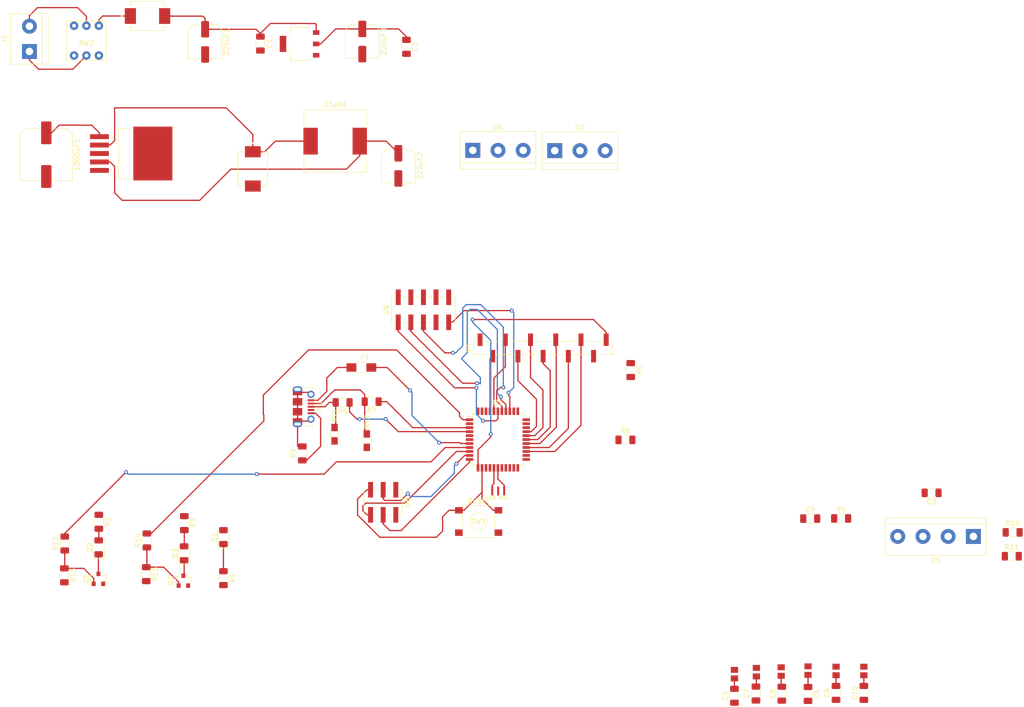
<source format=kicad_pcb>
(kicad_pcb (version 20171130) (host pcbnew "(5.1.5)-3")

  (general
    (thickness 1.6)
    (drawings 0)
    (tracks 341)
    (zones 0)
    (modules 60)
    (nets 63)
  )

  (page A4)
  (layers
    (0 F.Cu signal)
    (31 B.Cu signal)
    (32 B.Adhes user)
    (33 F.Adhes user)
    (34 B.Paste user)
    (35 F.Paste user)
    (36 B.SilkS user)
    (37 F.SilkS user)
    (38 B.Mask user)
    (39 F.Mask user)
    (40 Dwgs.User user)
    (41 Cmts.User user)
    (42 Eco1.User user)
    (43 Eco2.User user)
    (44 Edge.Cuts user)
    (45 Margin user)
    (46 B.CrtYd user)
    (47 F.CrtYd user)
    (48 B.Fab user)
    (49 F.Fab user)
  )

  (setup
    (last_trace_width 0.25)
    (trace_clearance 0.2)
    (zone_clearance 0.508)
    (zone_45_only no)
    (trace_min 0.2)
    (via_size 0.8)
    (via_drill 0.4)
    (via_min_size 0.4)
    (via_min_drill 0.3)
    (uvia_size 0.3)
    (uvia_drill 0.1)
    (uvias_allowed no)
    (uvia_min_size 0.2)
    (uvia_min_drill 0.1)
    (edge_width 0.1)
    (segment_width 0.2)
    (pcb_text_width 0.3)
    (pcb_text_size 1.5 1.5)
    (mod_edge_width 0.15)
    (mod_text_size 1 1)
    (mod_text_width 0.15)
    (pad_size 1.524 1.524)
    (pad_drill 0.762)
    (pad_to_mask_clearance 0)
    (aux_axis_origin 0 0)
    (visible_elements 7FFFFFFF)
    (pcbplotparams
      (layerselection 0x010fc_ffffffff)
      (usegerberextensions false)
      (usegerberattributes false)
      (usegerberadvancedattributes false)
      (creategerberjobfile false)
      (excludeedgelayer true)
      (linewidth 0.100000)
      (plotframeref false)
      (viasonmask false)
      (mode 1)
      (useauxorigin false)
      (hpglpennumber 1)
      (hpglpenspeed 20)
      (hpglpendiameter 15.000000)
      (psnegative false)
      (psa4output false)
      (plotreference true)
      (plotvalue true)
      (plotinvisibletext false)
      (padsonsilk false)
      (subtractmaskfromsilk false)
      (outputformat 1)
      (mirror false)
      (drillshape 1)
      (scaleselection 1)
      (outputdirectory ""))
  )

  (net 0 "")
  (net 1 GND)
  (net 2 /2596_VCC)
  (net 3 /SER_VCC)
  (net 4 +5V)
  (net 5 "Net-(1N5824-Pad1)")
  (net 6 "Net-(C4-Pad1)")
  (net 7 "Net-(C5-Pad2)")
  (net 8 "Net-(C6-Pad2)")
  (net 9 "Net-(C7-Pad2)")
  (net 10 "Net-(C8-Pad2)")
  (net 11 "Net-(C10-Pad2)")
  (net 12 "Net-(D1-Pad1)")
  (net 13 "Net-(D2-Pad2)")
  (net 14 "Net-(D2-Pad1)")
  (net 15 "Net-(D3-Pad2)")
  (net 16 "Net-(D3-Pad1)")
  (net 17 "Net-(F1-Pad2)")
  (net 18 VBUS)
  (net 19 "Net-(J1-Pad2)")
  (net 20 "Net-(J1-Pad1)")
  (net 21 "Net-(Q1-Pad1)")
  (net 22 "Net-(Q2-Pad1)")
  (net 23 /~RESET)
  (net 24 "Net-(R5-Pad2)")
  (net 25 "Net-(R5-Pad1)")
  (net 26 "Net-(R6-Pad2)")
  (net 27 /D+)
  (net 28 "Net-(R7-Pad2)")
  (net 29 /D-)
  (net 30 "Net-(R8-Pad2)")
  (net 31 "Net-(R9-Pad2)")
  (net 32 /CHA)
  (net 33 /CHB)
  (net 34 /PB0)
  (net 35 /PE6)
  (net 36 "Net-(SW2-Pad4)")
  (net 37 "Net-(D4-Pad1)")
  (net 38 "Net-(SW2-Pad1)")
  (net 39 /A1)
  (net 40 /A2)
  (net 41 /TCK)
  (net 42 /TMS)
  (net 43 /TDO)
  (net 44 /TDI)
  (net 45 /ESC_PPM)
  (net 46 /SERVO_PPM)
  (net 47 /A3)
  (net 48 /A4)
  (net 49 /A5)
  (net 50 /A6)
  (net 51 /A7)
  (net 52 /A8)
  (net 53 "Net-(U1-Pad22)")
  (net 54 "Net-(U1-Pad21)")
  (net 55 "Net-(U1-Pad20)")
  (net 56 /PWM_LINE)
  (net 57 /MISO)
  (net 58 /MOSI)
  (net 59 /SCK)
  (net 60 "Net-(U9-Pad8)")
  (net 61 "Net-(U9-Pad7)")
  (net 62 "Net-(X1-Pad4)")

  (net_class Default "This is the default net class."
    (clearance 0.2)
    (trace_width 0.25)
    (via_dia 0.8)
    (via_drill 0.4)
    (uvia_dia 0.3)
    (uvia_drill 0.1)
    (add_net +5V)
    (add_net /2596_VCC)
    (add_net /A1)
    (add_net /A2)
    (add_net /A3)
    (add_net /A4)
    (add_net /A5)
    (add_net /A6)
    (add_net /A7)
    (add_net /A8)
    (add_net /CHA)
    (add_net /CHB)
    (add_net /D+)
    (add_net /D-)
    (add_net /ESC_PPM)
    (add_net /MISO)
    (add_net /MOSI)
    (add_net /PB0)
    (add_net /PE6)
    (add_net /PWM_LINE)
    (add_net /SCK)
    (add_net /SERVO_PPM)
    (add_net /SER_VCC)
    (add_net /TCK)
    (add_net /TDI)
    (add_net /TDO)
    (add_net /TMS)
    (add_net /~RESET)
    (add_net GND)
    (add_net "Net-(1N5824-Pad1)")
    (add_net "Net-(C10-Pad2)")
    (add_net "Net-(C4-Pad1)")
    (add_net "Net-(C5-Pad2)")
    (add_net "Net-(C6-Pad2)")
    (add_net "Net-(C7-Pad2)")
    (add_net "Net-(C8-Pad2)")
    (add_net "Net-(D1-Pad1)")
    (add_net "Net-(D2-Pad1)")
    (add_net "Net-(D2-Pad2)")
    (add_net "Net-(D3-Pad1)")
    (add_net "Net-(D3-Pad2)")
    (add_net "Net-(D4-Pad1)")
    (add_net "Net-(F1-Pad2)")
    (add_net "Net-(J1-Pad1)")
    (add_net "Net-(J1-Pad2)")
    (add_net "Net-(Q1-Pad1)")
    (add_net "Net-(Q2-Pad1)")
    (add_net "Net-(R5-Pad1)")
    (add_net "Net-(R5-Pad2)")
    (add_net "Net-(R6-Pad2)")
    (add_net "Net-(R7-Pad2)")
    (add_net "Net-(R8-Pad2)")
    (add_net "Net-(R9-Pad2)")
    (add_net "Net-(SW2-Pad1)")
    (add_net "Net-(SW2-Pad4)")
    (add_net "Net-(U1-Pad20)")
    (add_net "Net-(U1-Pad21)")
    (add_net "Net-(U1-Pad22)")
    (add_net "Net-(U9-Pad7)")
    (add_net "Net-(U9-Pad8)")
    (add_net "Net-(X1-Pad4)")
    (add_net VBUS)
  )

  (module footprints:Resonator_SMD_CTSC_1.3mmx3.2mm (layer F.Cu) (tedit 5B6D0B01) (tstamp 5F56E0B1)
    (at 130.34 120.11 180)
    (descr "SMD Resomator/Filter Murata TPSKA, http://cdn-reichelt.de/documents/datenblatt/B400/SFECV-107.pdf, hand-soldering, 7.9x3.8mm^2 package")
    (tags "SMD SMT ceramic resonator filter filter hand-soldering")
    (path /5B40C204)
    (attr smd)
    (fp_text reference Y1_5535 (at -0.127 -1.27) (layer F.SilkS) hide
      (effects (font (size 1 1) (thickness 0.15)))
    )
    (fp_text value "16 Mhz" (at -0.089803 -1.347038) (layer F.SilkS)
      (effects (font (size 0.7 0.7) (thickness 0.15)))
    )
    (fp_text user %R (at 0 0) (layer F.Fab)
      (effects (font (size 1 1) (thickness 0.15)))
    )
    (pad 3 smd rect (at 1.2 0 180) (size 0.4 1.8) (layers F.Cu F.Paste F.Mask)
      (net 25 "Net-(R5-Pad1)"))
    (pad 2 smd rect (at 0 0 180) (size 0.4 1.8) (layers F.Cu F.Paste F.Mask)
      (net 1 GND))
    (pad 1 smd rect (at -1.2 0 180) (size 0.4 1.8) (layers F.Cu F.Paste F.Mask)
      (net 24 "Net-(R5-Pad2)"))
    (model ${KISYS3DMOD}/Crystals.3dshapes/Resonator_SMD_muRata_TPSKA-3pin_7.9x3.8mm_HandSoldering.wrl
      (at (xyz 0 0 0))
      (scale (xyz 1 1 1))
      (rotate (xyz 0 0 0))
    )
  )

  (module footprints:USB_Micro-B_Molex-105017-0001 (layer F.Cu) (tedit 598B308E) (tstamp 5F56E0A9)
    (at 90.27 103.15 270)
    (descr http://www.molex.com/pdm_docs/sd/1050170001_sd.pdf)
    (tags "Micro-USB SMD Typ-B")
    (path /5B3FE368)
    (attr smd)
    (fp_text reference X1 (at 0 -4 90) (layer F.SilkS)
      (effects (font (size 1 1) (thickness 0.15)))
    )
    (fp_text value USB_OTG (at 0.3 3.45 90) (layer F.Fab)
      (effects (font (size 1 1) (thickness 0.15)))
    )
    (fp_line (start -1.1 -3.01) (end -1.1 -2.8) (layer F.Fab) (width 0.1))
    (fp_line (start -1.5 -3.01) (end -1.5 -2.8) (layer F.Fab) (width 0.1))
    (fp_line (start -1.5 -3.01) (end -1.1 -3.01) (layer F.Fab) (width 0.1))
    (fp_line (start -1.1 -2.8) (end -1.3 -2.6) (layer F.Fab) (width 0.1))
    (fp_line (start -1.3 -2.6) (end -1.5 -2.8) (layer F.Fab) (width 0.1))
    (fp_line (start -1.7 -3.2) (end -1.7 -2.75) (layer F.SilkS) (width 0.12))
    (fp_line (start -1.7 -3.2) (end -1.25 -3.2) (layer F.SilkS) (width 0.12))
    (fp_text user %R (at 0 0 90) (layer F.Fab)
      (effects (font (size 1 1) (thickness 0.15)))
    )
    (fp_line (start 3.9 -2.65) (end 3.45 -2.65) (layer F.SilkS) (width 0.12))
    (fp_line (start 3.9 -0.8) (end 3.9 -2.65) (layer F.SilkS) (width 0.12))
    (fp_line (start -3.9 1.75) (end -3.9 1.5) (layer F.SilkS) (width 0.12))
    (fp_line (start -3.75 2.5) (end -3.75 -2.5) (layer F.Fab) (width 0.1))
    (fp_line (start -3.75 -2.5) (end 3.75 -2.5) (layer F.Fab) (width 0.1))
    (fp_line (start -3.75 2.501704) (end 3.75 2.501704) (layer F.Fab) (width 0.1))
    (fp_line (start -3 1.801704) (end 3 1.801704) (layer F.Fab) (width 0.1))
    (fp_line (start 3.75 2.5) (end 3.75 -2.5) (layer F.Fab) (width 0.1))
    (fp_line (start 3.9 1.75) (end 3.9 1.5) (layer F.SilkS) (width 0.12))
    (fp_line (start -3.9 -0.8) (end -3.9 -2.65) (layer F.SilkS) (width 0.12))
    (fp_line (start -3.9 -2.65) (end -3.45 -2.65) (layer F.SilkS) (width 0.12))
    (fp_text user "PCB Edge" (at 0 1.8 90) (layer Dwgs.User)
      (effects (font (size 0.5 0.5) (thickness 0.08)))
    )
    (fp_line (start -4.4 2.75) (end -4.4 -3.35) (layer F.CrtYd) (width 0.05))
    (fp_line (start -4.4 -3.35) (end 4.4 -3.35) (layer F.CrtYd) (width 0.05))
    (fp_line (start 4.4 -3.35) (end 4.4 2.75) (layer F.CrtYd) (width 0.05))
    (fp_line (start -4.4 2.75) (end 4.4 2.75) (layer F.CrtYd) (width 0.05))
    (pad 6 smd rect (at -2.9 0.35 270) (size 1.2 1.9) (layers F.Cu F.Mask)
      (net 31 "Net-(R9-Pad2)"))
    (pad 6 smd rect (at 2.9 0.35 270) (size 1.2 1.9) (layers F.Cu F.Mask)
      (net 31 "Net-(R9-Pad2)"))
    (pad 6 thru_hole oval (at 3.5 0.35 270) (size 1.2 1.9) (drill oval 0.6 1.3) (layers *.Cu *.Mask)
      (net 31 "Net-(R9-Pad2)"))
    (pad 6 thru_hole oval (at -3.5 0.35 90) (size 1.2 1.9) (drill oval 0.6 1.3) (layers *.Cu *.Mask)
      (net 31 "Net-(R9-Pad2)"))
    (pad 6 smd rect (at -1 0.35 270) (size 1.5 1.9) (layers F.Cu F.Paste F.Mask)
      (net 31 "Net-(R9-Pad2)"))
    (pad 6 thru_hole circle (at 2.5 -2.35 270) (size 1.45 1.45) (drill 0.85) (layers *.Cu *.Mask)
      (net 31 "Net-(R9-Pad2)"))
    (pad 3 smd rect (at 0 -2.35 270) (size 0.4 1.35) (layers F.Cu F.Paste F.Mask)
      (net 26 "Net-(R6-Pad2)"))
    (pad 4 smd rect (at 0.65 -2.35 270) (size 0.4 1.35) (layers F.Cu F.Paste F.Mask)
      (net 62 "Net-(X1-Pad4)"))
    (pad 5 smd rect (at 1.3 -2.35 270) (size 0.4 1.35) (layers F.Cu F.Paste F.Mask)
      (net 1 GND))
    (pad 1 smd rect (at -1.3 -2.35 270) (size 0.4 1.35) (layers F.Cu F.Paste F.Mask)
      (net 17 "Net-(F1-Pad2)"))
    (pad 2 smd rect (at -0.65 -2.35 270) (size 0.4 1.35) (layers F.Cu F.Paste F.Mask)
      (net 28 "Net-(R7-Pad2)"))
    (pad 6 thru_hole circle (at -2.5 -2.35 270) (size 1.45 1.45) (drill 0.85) (layers *.Cu *.Mask)
      (net 31 "Net-(R9-Pad2)"))
    (pad 6 smd rect (at 1 0.35 270) (size 1.5 1.9) (layers F.Cu F.Paste F.Mask)
      (net 31 "Net-(R9-Pad2)"))
    (model ${KISYS3DMOD}/Connectors_USB.3dshapes/USB_Micro-B_Molex-105017-0001.wrl
      (at (xyz 0 0 0))
      (scale (xyz 1 1 1))
      (rotate (xyz 0 0 0))
    )
  )

  (module Connector_PinHeader_2.54mm:PinHeader_2x05_P2.54mm_Vertical_SMD (layer F.Cu) (tedit 59FED5CC) (tstamp 5F56E080)
    (at 115.28 83.615 90)
    (descr "surface-mounted straight pin header, 2x05, 2.54mm pitch, double rows")
    (tags "Surface mounted pin header SMD 2x05 2.54mm double row")
    (path /5F57442D)
    (attr smd)
    (fp_text reference U9 (at 0 -7.41 90) (layer F.SilkS)
      (effects (font (size 1 1) (thickness 0.15)))
    )
    (fp_text value JTAG (at 0 7.41 90) (layer F.Fab)
      (effects (font (size 1 1) (thickness 0.15)))
    )
    (fp_text user %R (at 0 0) (layer F.Fab)
      (effects (font (size 1 1) (thickness 0.15)))
    )
    (fp_line (start 5.9 -6.85) (end -5.9 -6.85) (layer F.CrtYd) (width 0.05))
    (fp_line (start 5.9 6.85) (end 5.9 -6.85) (layer F.CrtYd) (width 0.05))
    (fp_line (start -5.9 6.85) (end 5.9 6.85) (layer F.CrtYd) (width 0.05))
    (fp_line (start -5.9 -6.85) (end -5.9 6.85) (layer F.CrtYd) (width 0.05))
    (fp_line (start 2.6 3.3) (end 2.6 4.32) (layer F.SilkS) (width 0.12))
    (fp_line (start -2.6 3.3) (end -2.6 4.32) (layer F.SilkS) (width 0.12))
    (fp_line (start 2.6 0.76) (end 2.6 1.78) (layer F.SilkS) (width 0.12))
    (fp_line (start -2.6 0.76) (end -2.6 1.78) (layer F.SilkS) (width 0.12))
    (fp_line (start 2.6 -1.78) (end 2.6 -0.76) (layer F.SilkS) (width 0.12))
    (fp_line (start -2.6 -1.78) (end -2.6 -0.76) (layer F.SilkS) (width 0.12))
    (fp_line (start 2.6 -4.32) (end 2.6 -3.3) (layer F.SilkS) (width 0.12))
    (fp_line (start -2.6 -4.32) (end -2.6 -3.3) (layer F.SilkS) (width 0.12))
    (fp_line (start 2.6 5.84) (end 2.6 6.41) (layer F.SilkS) (width 0.12))
    (fp_line (start -2.6 5.84) (end -2.6 6.41) (layer F.SilkS) (width 0.12))
    (fp_line (start 2.6 -6.41) (end 2.6 -5.84) (layer F.SilkS) (width 0.12))
    (fp_line (start -2.6 -6.41) (end -2.6 -5.84) (layer F.SilkS) (width 0.12))
    (fp_line (start -4.04 -5.84) (end -2.6 -5.84) (layer F.SilkS) (width 0.12))
    (fp_line (start -2.6 6.41) (end 2.6 6.41) (layer F.SilkS) (width 0.12))
    (fp_line (start -2.6 -6.41) (end 2.6 -6.41) (layer F.SilkS) (width 0.12))
    (fp_line (start 3.6 5.4) (end 2.54 5.4) (layer F.Fab) (width 0.1))
    (fp_line (start 3.6 4.76) (end 3.6 5.4) (layer F.Fab) (width 0.1))
    (fp_line (start 2.54 4.76) (end 3.6 4.76) (layer F.Fab) (width 0.1))
    (fp_line (start -3.6 5.4) (end -2.54 5.4) (layer F.Fab) (width 0.1))
    (fp_line (start -3.6 4.76) (end -3.6 5.4) (layer F.Fab) (width 0.1))
    (fp_line (start -2.54 4.76) (end -3.6 4.76) (layer F.Fab) (width 0.1))
    (fp_line (start 3.6 2.86) (end 2.54 2.86) (layer F.Fab) (width 0.1))
    (fp_line (start 3.6 2.22) (end 3.6 2.86) (layer F.Fab) (width 0.1))
    (fp_line (start 2.54 2.22) (end 3.6 2.22) (layer F.Fab) (width 0.1))
    (fp_line (start -3.6 2.86) (end -2.54 2.86) (layer F.Fab) (width 0.1))
    (fp_line (start -3.6 2.22) (end -3.6 2.86) (layer F.Fab) (width 0.1))
    (fp_line (start -2.54 2.22) (end -3.6 2.22) (layer F.Fab) (width 0.1))
    (fp_line (start 3.6 0.32) (end 2.54 0.32) (layer F.Fab) (width 0.1))
    (fp_line (start 3.6 -0.32) (end 3.6 0.32) (layer F.Fab) (width 0.1))
    (fp_line (start 2.54 -0.32) (end 3.6 -0.32) (layer F.Fab) (width 0.1))
    (fp_line (start -3.6 0.32) (end -2.54 0.32) (layer F.Fab) (width 0.1))
    (fp_line (start -3.6 -0.32) (end -3.6 0.32) (layer F.Fab) (width 0.1))
    (fp_line (start -2.54 -0.32) (end -3.6 -0.32) (layer F.Fab) (width 0.1))
    (fp_line (start 3.6 -2.22) (end 2.54 -2.22) (layer F.Fab) (width 0.1))
    (fp_line (start 3.6 -2.86) (end 3.6 -2.22) (layer F.Fab) (width 0.1))
    (fp_line (start 2.54 -2.86) (end 3.6 -2.86) (layer F.Fab) (width 0.1))
    (fp_line (start -3.6 -2.22) (end -2.54 -2.22) (layer F.Fab) (width 0.1))
    (fp_line (start -3.6 -2.86) (end -3.6 -2.22) (layer F.Fab) (width 0.1))
    (fp_line (start -2.54 -2.86) (end -3.6 -2.86) (layer F.Fab) (width 0.1))
    (fp_line (start 3.6 -4.76) (end 2.54 -4.76) (layer F.Fab) (width 0.1))
    (fp_line (start 3.6 -5.4) (end 3.6 -4.76) (layer F.Fab) (width 0.1))
    (fp_line (start 2.54 -5.4) (end 3.6 -5.4) (layer F.Fab) (width 0.1))
    (fp_line (start -3.6 -4.76) (end -2.54 -4.76) (layer F.Fab) (width 0.1))
    (fp_line (start -3.6 -5.4) (end -3.6 -4.76) (layer F.Fab) (width 0.1))
    (fp_line (start -2.54 -5.4) (end -3.6 -5.4) (layer F.Fab) (width 0.1))
    (fp_line (start 2.54 -6.35) (end 2.54 6.35) (layer F.Fab) (width 0.1))
    (fp_line (start -2.54 -5.4) (end -1.59 -6.35) (layer F.Fab) (width 0.1))
    (fp_line (start -2.54 6.35) (end -2.54 -5.4) (layer F.Fab) (width 0.1))
    (fp_line (start -1.59 -6.35) (end 2.54 -6.35) (layer F.Fab) (width 0.1))
    (fp_line (start 2.54 6.35) (end -2.54 6.35) (layer F.Fab) (width 0.1))
    (pad 10 smd rect (at 2.525 5.08 90) (size 3.15 1) (layers F.Cu F.Paste F.Mask)
      (net 1 GND))
    (pad 9 smd rect (at -2.525 5.08 90) (size 3.15 1) (layers F.Cu F.Paste F.Mask)
      (net 44 /TDI))
    (pad 8 smd rect (at 2.525 2.54 90) (size 3.15 1) (layers F.Cu F.Paste F.Mask)
      (net 60 "Net-(U9-Pad8)"))
    (pad 7 smd rect (at -2.525 2.54 90) (size 3.15 1) (layers F.Cu F.Paste F.Mask)
      (net 61 "Net-(U9-Pad7)"))
    (pad 6 smd rect (at 2.525 0 90) (size 3.15 1) (layers F.Cu F.Paste F.Mask)
      (net 23 /~RESET))
    (pad 5 smd rect (at -2.525 0 90) (size 3.15 1) (layers F.Cu F.Paste F.Mask)
      (net 42 /TMS))
    (pad 4 smd rect (at 2.525 -2.54 90) (size 3.15 1) (layers F.Cu F.Paste F.Mask)
      (net 4 +5V))
    (pad 3 smd rect (at -2.525 -2.54 90) (size 3.15 1) (layers F.Cu F.Paste F.Mask)
      (net 43 /TDO))
    (pad 2 smd rect (at 2.525 -5.08 90) (size 3.15 1) (layers F.Cu F.Paste F.Mask)
      (net 1 GND))
    (pad 1 smd rect (at -2.525 -5.08 90) (size 3.15 1) (layers F.Cu F.Paste F.Mask)
      (net 41 /TCK))
    (model ${KISYS3DMOD}/Connector_PinHeader_2.54mm.3dshapes/PinHeader_2x05_P2.54mm_Vertical_SMD.wrl
      (at (xyz 0 0 0))
      (scale (xyz 1 1 1))
      (rotate (xyz 0 0 0))
    )
  )

  (module Connector_PinHeader_2.54mm:PinHeader_2x03_P2.54mm_Vertical_SMD (layer F.Cu) (tedit 59FED5CC) (tstamp 5F56E03B)
    (at 107.17 122.4 270)
    (descr "surface-mounted straight pin header, 2x03, 2.54mm pitch, double rows")
    (tags "Surface mounted pin header SMD 2x03 2.54mm double row")
    (path /5F6E9FF9)
    (attr smd)
    (fp_text reference U8 (at 0 -4.87 90) (layer F.SilkS)
      (effects (font (size 1 1) (thickness 0.15)))
    )
    (fp_text value CODE_INPUT (at 0 4.87 90) (layer F.Fab)
      (effects (font (size 1 1) (thickness 0.15)))
    )
    (fp_text user %R (at 0 0) (layer F.Fab)
      (effects (font (size 1 1) (thickness 0.15)))
    )
    (fp_line (start 5.9 -4.35) (end -5.9 -4.35) (layer F.CrtYd) (width 0.05))
    (fp_line (start 5.9 4.35) (end 5.9 -4.35) (layer F.CrtYd) (width 0.05))
    (fp_line (start -5.9 4.35) (end 5.9 4.35) (layer F.CrtYd) (width 0.05))
    (fp_line (start -5.9 -4.35) (end -5.9 4.35) (layer F.CrtYd) (width 0.05))
    (fp_line (start 2.6 0.76) (end 2.6 1.78) (layer F.SilkS) (width 0.12))
    (fp_line (start -2.6 0.76) (end -2.6 1.78) (layer F.SilkS) (width 0.12))
    (fp_line (start 2.6 -1.78) (end 2.6 -0.76) (layer F.SilkS) (width 0.12))
    (fp_line (start -2.6 -1.78) (end -2.6 -0.76) (layer F.SilkS) (width 0.12))
    (fp_line (start 2.6 3.3) (end 2.6 3.87) (layer F.SilkS) (width 0.12))
    (fp_line (start -2.6 3.3) (end -2.6 3.87) (layer F.SilkS) (width 0.12))
    (fp_line (start 2.6 -3.87) (end 2.6 -3.3) (layer F.SilkS) (width 0.12))
    (fp_line (start -2.6 -3.87) (end -2.6 -3.3) (layer F.SilkS) (width 0.12))
    (fp_line (start -4.04 -3.3) (end -2.6 -3.3) (layer F.SilkS) (width 0.12))
    (fp_line (start -2.6 3.87) (end 2.6 3.87) (layer F.SilkS) (width 0.12))
    (fp_line (start -2.6 -3.87) (end 2.6 -3.87) (layer F.SilkS) (width 0.12))
    (fp_line (start 3.6 2.86) (end 2.54 2.86) (layer F.Fab) (width 0.1))
    (fp_line (start 3.6 2.22) (end 3.6 2.86) (layer F.Fab) (width 0.1))
    (fp_line (start 2.54 2.22) (end 3.6 2.22) (layer F.Fab) (width 0.1))
    (fp_line (start -3.6 2.86) (end -2.54 2.86) (layer F.Fab) (width 0.1))
    (fp_line (start -3.6 2.22) (end -3.6 2.86) (layer F.Fab) (width 0.1))
    (fp_line (start -2.54 2.22) (end -3.6 2.22) (layer F.Fab) (width 0.1))
    (fp_line (start 3.6 0.32) (end 2.54 0.32) (layer F.Fab) (width 0.1))
    (fp_line (start 3.6 -0.32) (end 3.6 0.32) (layer F.Fab) (width 0.1))
    (fp_line (start 2.54 -0.32) (end 3.6 -0.32) (layer F.Fab) (width 0.1))
    (fp_line (start -3.6 0.32) (end -2.54 0.32) (layer F.Fab) (width 0.1))
    (fp_line (start -3.6 -0.32) (end -3.6 0.32) (layer F.Fab) (width 0.1))
    (fp_line (start -2.54 -0.32) (end -3.6 -0.32) (layer F.Fab) (width 0.1))
    (fp_line (start 3.6 -2.22) (end 2.54 -2.22) (layer F.Fab) (width 0.1))
    (fp_line (start 3.6 -2.86) (end 3.6 -2.22) (layer F.Fab) (width 0.1))
    (fp_line (start 2.54 -2.86) (end 3.6 -2.86) (layer F.Fab) (width 0.1))
    (fp_line (start -3.6 -2.22) (end -2.54 -2.22) (layer F.Fab) (width 0.1))
    (fp_line (start -3.6 -2.86) (end -3.6 -2.22) (layer F.Fab) (width 0.1))
    (fp_line (start -2.54 -2.86) (end -3.6 -2.86) (layer F.Fab) (width 0.1))
    (fp_line (start 2.54 -3.81) (end 2.54 3.81) (layer F.Fab) (width 0.1))
    (fp_line (start -2.54 -2.86) (end -1.59 -3.81) (layer F.Fab) (width 0.1))
    (fp_line (start -2.54 3.81) (end -2.54 -2.86) (layer F.Fab) (width 0.1))
    (fp_line (start -1.59 -3.81) (end 2.54 -3.81) (layer F.Fab) (width 0.1))
    (fp_line (start 2.54 3.81) (end -2.54 3.81) (layer F.Fab) (width 0.1))
    (pad 6 smd rect (at 2.525 2.54 270) (size 3.15 1) (layers F.Cu F.Paste F.Mask)
      (net 59 /SCK))
    (pad 5 smd rect (at -2.525 2.54 270) (size 3.15 1) (layers F.Cu F.Paste F.Mask)
      (net 23 /~RESET))
    (pad 4 smd rect (at 2.525 0 270) (size 3.15 1) (layers F.Cu F.Paste F.Mask)
      (net 57 /MISO))
    (pad 3 smd rect (at -2.525 0 270) (size 3.15 1) (layers F.Cu F.Paste F.Mask)
      (net 58 /MOSI))
    (pad 2 smd rect (at 2.525 -2.54 270) (size 3.15 1) (layers F.Cu F.Paste F.Mask)
      (net 1 GND))
    (pad 1 smd rect (at -2.525 -2.54 270) (size 3.15 1) (layers F.Cu F.Paste F.Mask)
      (net 4 +5V))
    (model ${KISYS3DMOD}/Connector_PinHeader_2.54mm.3dshapes/PinHeader_2x03_P2.54mm_Vertical_SMD.wrl
      (at (xyz 0 0 0))
      (scale (xyz 1 1 1))
      (rotate (xyz 0 0 0))
    )
  )

  (module TerminalBlock:TerminalBlock_bornier-3_P5.08mm (layer F.Cu) (tedit 59FF03B9) (tstamp 5F56E00A)
    (at 141.73 51.56)
    (descr "simple 3-pin terminal block, pitch 5.08mm, revamped version of bornier3")
    (tags "terminal block bornier3")
    (path /5F54D7E7)
    (fp_text reference U7 (at 5.05 -4.65) (layer F.SilkS)
      (effects (font (size 1 1) (thickness 0.15)))
    )
    (fp_text value SERVO_BLOCK (at 5.08 5.08) (layer F.Fab)
      (effects (font (size 1 1) (thickness 0.15)))
    )
    (fp_line (start 12.88 4) (end -2.72 4) (layer F.CrtYd) (width 0.05))
    (fp_line (start 12.88 4) (end 12.88 -4) (layer F.CrtYd) (width 0.05))
    (fp_line (start -2.72 -4) (end -2.72 4) (layer F.CrtYd) (width 0.05))
    (fp_line (start -2.72 -4) (end 12.88 -4) (layer F.CrtYd) (width 0.05))
    (fp_line (start -2.54 3.81) (end 12.7 3.81) (layer F.SilkS) (width 0.12))
    (fp_line (start -2.54 -3.81) (end 12.7 -3.81) (layer F.SilkS) (width 0.12))
    (fp_line (start -2.54 2.54) (end 12.7 2.54) (layer F.SilkS) (width 0.12))
    (fp_line (start 12.7 3.81) (end 12.7 -3.81) (layer F.SilkS) (width 0.12))
    (fp_line (start -2.54 3.81) (end -2.54 -3.81) (layer F.SilkS) (width 0.12))
    (fp_line (start -2.47 3.75) (end -2.47 -3.75) (layer F.Fab) (width 0.1))
    (fp_line (start 12.63 3.75) (end -2.47 3.75) (layer F.Fab) (width 0.1))
    (fp_line (start 12.63 -3.75) (end 12.63 3.75) (layer F.Fab) (width 0.1))
    (fp_line (start -2.47 -3.75) (end 12.63 -3.75) (layer F.Fab) (width 0.1))
    (fp_line (start -2.47 2.55) (end 12.63 2.55) (layer F.Fab) (width 0.1))
    (fp_text user %R (at 5.08 0) (layer F.Fab)
      (effects (font (size 1 1) (thickness 0.15)))
    )
    (pad 3 thru_hole circle (at 10.16 0) (size 3 3) (drill 1.52) (layers *.Cu *.Mask)
      (net 46 /SERVO_PPM))
    (pad 2 thru_hole circle (at 5.08 0) (size 3 3) (drill 1.52) (layers *.Cu *.Mask)
      (net 3 /SER_VCC))
    (pad 1 thru_hole rect (at 0 0) (size 3 3) (drill 1.52) (layers *.Cu *.Mask)
      (net 1 GND))
    (model ${KISYS3DMOD}/TerminalBlock.3dshapes/TerminalBlock_bornier-3_P5.08mm.wrl
      (offset (xyz 5.079999923706055 0 0))
      (scale (xyz 1 1 1))
      (rotate (xyz 0 0 0))
    )
  )

  (module TerminalBlock:TerminalBlock_bornier-3_P5.08mm (layer F.Cu) (tedit 59FF03B9) (tstamp 5F56DFF4)
    (at 125.22 51.5)
    (descr "simple 3-pin terminal block, pitch 5.08mm, revamped version of bornier3")
    (tags "terminal block bornier3")
    (path /5F54E804)
    (fp_text reference U6 (at 5.05 -4.65) (layer F.SilkS)
      (effects (font (size 1 1) (thickness 0.15)))
    )
    (fp_text value ESC_BLOCK (at 5.08 5.08) (layer F.Fab)
      (effects (font (size 1 1) (thickness 0.15)))
    )
    (fp_line (start 12.88 4) (end -2.72 4) (layer F.CrtYd) (width 0.05))
    (fp_line (start 12.88 4) (end 12.88 -4) (layer F.CrtYd) (width 0.05))
    (fp_line (start -2.72 -4) (end -2.72 4) (layer F.CrtYd) (width 0.05))
    (fp_line (start -2.72 -4) (end 12.88 -4) (layer F.CrtYd) (width 0.05))
    (fp_line (start -2.54 3.81) (end 12.7 3.81) (layer F.SilkS) (width 0.12))
    (fp_line (start -2.54 -3.81) (end 12.7 -3.81) (layer F.SilkS) (width 0.12))
    (fp_line (start -2.54 2.54) (end 12.7 2.54) (layer F.SilkS) (width 0.12))
    (fp_line (start 12.7 3.81) (end 12.7 -3.81) (layer F.SilkS) (width 0.12))
    (fp_line (start -2.54 3.81) (end -2.54 -3.81) (layer F.SilkS) (width 0.12))
    (fp_line (start -2.47 3.75) (end -2.47 -3.75) (layer F.Fab) (width 0.1))
    (fp_line (start 12.63 3.75) (end -2.47 3.75) (layer F.Fab) (width 0.1))
    (fp_line (start 12.63 -3.75) (end 12.63 3.75) (layer F.Fab) (width 0.1))
    (fp_line (start -2.47 -3.75) (end 12.63 -3.75) (layer F.Fab) (width 0.1))
    (fp_line (start -2.47 2.55) (end 12.63 2.55) (layer F.Fab) (width 0.1))
    (fp_text user %R (at 5.08 0) (layer F.Fab)
      (effects (font (size 1 1) (thickness 0.15)))
    )
    (pad 3 thru_hole circle (at 10.16 0) (size 3 3) (drill 1.52) (layers *.Cu *.Mask)
      (net 45 /ESC_PPM))
    (pad 2 thru_hole circle (at 5.08 0) (size 3 3) (drill 1.52) (layers *.Cu *.Mask)
      (net 4 +5V))
    (pad 1 thru_hole rect (at 0 0) (size 3 3) (drill 1.52) (layers *.Cu *.Mask)
      (net 1 GND))
    (model ${KISYS3DMOD}/TerminalBlock.3dshapes/TerminalBlock_bornier-3_P5.08mm.wrl
      (offset (xyz 5.079999923706055 0 0))
      (scale (xyz 1 1 1))
      (rotate (xyz 0 0 0))
    )
  )

  (module TerminalBlock:TerminalBlock_bornier-4_P5.08mm (layer F.Cu) (tedit 59FF03D1) (tstamp 5F56DFDE)
    (at 226.06 129.27 180)
    (descr "simple 4-pin terminal block, pitch 5.08mm, revamped version of bornier4")
    (tags "terminal block bornier4")
    (path /5F526A9A)
    (fp_text reference U5 (at 7.6 -4.8) (layer F.SilkS)
      (effects (font (size 1 1) (thickness 0.15)))
    )
    (fp_text value ECD_BLOCK (at 7.6 4.75) (layer F.Fab)
      (effects (font (size 1 1) (thickness 0.15)))
    )
    (fp_line (start 17.97 4) (end -2.73 4) (layer F.CrtYd) (width 0.05))
    (fp_line (start 17.97 4) (end 17.97 -4) (layer F.CrtYd) (width 0.05))
    (fp_line (start -2.73 -4) (end -2.73 4) (layer F.CrtYd) (width 0.05))
    (fp_line (start -2.73 -4) (end 17.97 -4) (layer F.CrtYd) (width 0.05))
    (fp_line (start -2.54 3.81) (end 17.78 3.81) (layer F.SilkS) (width 0.12))
    (fp_line (start -2.54 -3.81) (end 17.78 -3.81) (layer F.SilkS) (width 0.12))
    (fp_line (start 17.78 2.54) (end -2.54 2.54) (layer F.SilkS) (width 0.12))
    (fp_line (start 17.78 3.81) (end 17.78 -3.81) (layer F.SilkS) (width 0.12))
    (fp_line (start -2.54 -3.81) (end -2.54 3.81) (layer F.SilkS) (width 0.12))
    (fp_line (start 17.72 3.75) (end -2.43 3.75) (layer F.Fab) (width 0.1))
    (fp_line (start 17.72 -3.75) (end 17.72 3.75) (layer F.Fab) (width 0.1))
    (fp_line (start -2.48 -3.75) (end 17.72 -3.75) (layer F.Fab) (width 0.1))
    (fp_line (start -2.48 3.75) (end -2.48 -3.75) (layer F.Fab) (width 0.1))
    (fp_line (start -2.43 3.75) (end -2.48 3.75) (layer F.Fab) (width 0.1))
    (fp_line (start -2.48 2.55) (end 17.72 2.55) (layer F.Fab) (width 0.1))
    (fp_text user %R (at 7.62 0) (layer F.Fab)
      (effects (font (size 1 1) (thickness 0.15)))
    )
    (pad 4 thru_hole circle (at 15.24 0 180) (size 3 3) (drill 1.52) (layers *.Cu *.Mask)
      (net 33 /CHB))
    (pad 1 thru_hole rect (at 0 0 180) (size 3 3) (drill 1.52) (layers *.Cu *.Mask)
      (net 4 +5V))
    (pad 3 thru_hole circle (at 10.16 0 180) (size 3 3) (drill 1.52) (layers *.Cu *.Mask)
      (net 32 /CHA))
    (pad 2 thru_hole circle (at 5.08 0 180) (size 3 3) (drill 1.52) (layers *.Cu *.Mask)
      (net 1 GND))
    (model ${KISYS3DMOD}/TerminalBlock.3dshapes/TerminalBlock_bornier-4_P5.08mm.wrl
      (offset (xyz 7.619999885559082 0 0))
      (scale (xyz 1 1 1))
      (rotate (xyz 0 0 0))
    )
  )

  (module Connector_PinHeader_2.54mm:PinHeader_1x11_P2.54mm_Vertical_SMD_Pin1Right (layer F.Cu) (tedit 59FED5CC) (tstamp 5F56DFC6)
    (at 139.39 91.3 90)
    (descr "surface-mounted straight pin header, 1x11, 2.54mm pitch, single row, style 2 (pin 1 right)")
    (tags "Surface mounted pin header SMD 1x11 2.54mm single row style2 pin1 right")
    (path /5F525F06)
    (attr smd)
    (fp_text reference U4 (at 0 -15.03 90) (layer F.SilkS)
      (effects (font (size 1 1) (thickness 0.15)))
    )
    (fp_text value LINE_BLOCK (at 0 15.03 90) (layer F.Fab)
      (effects (font (size 1 1) (thickness 0.15)))
    )
    (fp_text user %R (at 0 0) (layer F.Fab)
      (effects (font (size 1 1) (thickness 0.15)))
    )
    (fp_line (start 3.45 -14.5) (end -3.45 -14.5) (layer F.CrtYd) (width 0.05))
    (fp_line (start 3.45 14.5) (end 3.45 -14.5) (layer F.CrtYd) (width 0.05))
    (fp_line (start -3.45 14.5) (end 3.45 14.5) (layer F.CrtYd) (width 0.05))
    (fp_line (start -3.45 -14.5) (end -3.45 14.5) (layer F.CrtYd) (width 0.05))
    (fp_line (start -1.33 10.92) (end -1.33 14.03) (layer F.SilkS) (width 0.12))
    (fp_line (start -1.33 5.84) (end -1.33 9.4) (layer F.SilkS) (width 0.12))
    (fp_line (start -1.33 0.76) (end -1.33 4.32) (layer F.SilkS) (width 0.12))
    (fp_line (start -1.33 -4.32) (end -1.33 -0.76) (layer F.SilkS) (width 0.12))
    (fp_line (start -1.33 -9.4) (end -1.33 -5.84) (layer F.SilkS) (width 0.12))
    (fp_line (start -1.33 13.46) (end -1.33 14.03) (layer F.SilkS) (width 0.12))
    (fp_line (start 1.33 -14.03) (end 1.33 -13.46) (layer F.SilkS) (width 0.12))
    (fp_line (start 1.33 -13.46) (end 2.85 -13.46) (layer F.SilkS) (width 0.12))
    (fp_line (start -1.33 -14.03) (end -1.33 -10.92) (layer F.SilkS) (width 0.12))
    (fp_line (start 1.33 8.38) (end 1.33 11.94) (layer F.SilkS) (width 0.12))
    (fp_line (start 1.33 3.3) (end 1.33 6.86) (layer F.SilkS) (width 0.12))
    (fp_line (start 1.33 -1.78) (end 1.33 1.78) (layer F.SilkS) (width 0.12))
    (fp_line (start 1.33 -6.86) (end 1.33 -3.3) (layer F.SilkS) (width 0.12))
    (fp_line (start 1.33 -11.94) (end 1.33 -8.38) (layer F.SilkS) (width 0.12))
    (fp_line (start -1.33 14.03) (end 1.33 14.03) (layer F.SilkS) (width 0.12))
    (fp_line (start -1.33 -14.03) (end 1.33 -14.03) (layer F.SilkS) (width 0.12))
    (fp_line (start 2.54 13.02) (end 1.27 13.02) (layer F.Fab) (width 0.1))
    (fp_line (start 2.54 12.38) (end 2.54 13.02) (layer F.Fab) (width 0.1))
    (fp_line (start 1.27 12.38) (end 2.54 12.38) (layer F.Fab) (width 0.1))
    (fp_line (start 2.54 7.94) (end 1.27 7.94) (layer F.Fab) (width 0.1))
    (fp_line (start 2.54 7.3) (end 2.54 7.94) (layer F.Fab) (width 0.1))
    (fp_line (start 1.27 7.3) (end 2.54 7.3) (layer F.Fab) (width 0.1))
    (fp_line (start 2.54 2.86) (end 1.27 2.86) (layer F.Fab) (width 0.1))
    (fp_line (start 2.54 2.22) (end 2.54 2.86) (layer F.Fab) (width 0.1))
    (fp_line (start 1.27 2.22) (end 2.54 2.22) (layer F.Fab) (width 0.1))
    (fp_line (start 2.54 -2.22) (end 1.27 -2.22) (layer F.Fab) (width 0.1))
    (fp_line (start 2.54 -2.86) (end 2.54 -2.22) (layer F.Fab) (width 0.1))
    (fp_line (start 1.27 -2.86) (end 2.54 -2.86) (layer F.Fab) (width 0.1))
    (fp_line (start 2.54 -7.3) (end 1.27 -7.3) (layer F.Fab) (width 0.1))
    (fp_line (start 2.54 -7.94) (end 2.54 -7.3) (layer F.Fab) (width 0.1))
    (fp_line (start 1.27 -7.94) (end 2.54 -7.94) (layer F.Fab) (width 0.1))
    (fp_line (start 2.54 -12.38) (end 1.27 -12.38) (layer F.Fab) (width 0.1))
    (fp_line (start 2.54 -13.02) (end 2.54 -12.38) (layer F.Fab) (width 0.1))
    (fp_line (start 1.27 -13.02) (end 2.54 -13.02) (layer F.Fab) (width 0.1))
    (fp_line (start -2.54 10.48) (end -1.27 10.48) (layer F.Fab) (width 0.1))
    (fp_line (start -2.54 9.84) (end -2.54 10.48) (layer F.Fab) (width 0.1))
    (fp_line (start -1.27 9.84) (end -2.54 9.84) (layer F.Fab) (width 0.1))
    (fp_line (start -2.54 5.4) (end -1.27 5.4) (layer F.Fab) (width 0.1))
    (fp_line (start -2.54 4.76) (end -2.54 5.4) (layer F.Fab) (width 0.1))
    (fp_line (start -1.27 4.76) (end -2.54 4.76) (layer F.Fab) (width 0.1))
    (fp_line (start -2.54 0.32) (end -1.27 0.32) (layer F.Fab) (width 0.1))
    (fp_line (start -2.54 -0.32) (end -2.54 0.32) (layer F.Fab) (width 0.1))
    (fp_line (start -1.27 -0.32) (end -2.54 -0.32) (layer F.Fab) (width 0.1))
    (fp_line (start -2.54 -4.76) (end -1.27 -4.76) (layer F.Fab) (width 0.1))
    (fp_line (start -2.54 -5.4) (end -2.54 -4.76) (layer F.Fab) (width 0.1))
    (fp_line (start -1.27 -5.4) (end -2.54 -5.4) (layer F.Fab) (width 0.1))
    (fp_line (start -2.54 -9.84) (end -1.27 -9.84) (layer F.Fab) (width 0.1))
    (fp_line (start -2.54 -10.48) (end -2.54 -9.84) (layer F.Fab) (width 0.1))
    (fp_line (start -1.27 -10.48) (end -2.54 -10.48) (layer F.Fab) (width 0.1))
    (fp_line (start -1.27 -13.97) (end -1.27 13.97) (layer F.Fab) (width 0.1))
    (fp_line (start 1.27 -13.02) (end 0.32 -13.97) (layer F.Fab) (width 0.1))
    (fp_line (start 1.27 13.97) (end 1.27 -13.02) (layer F.Fab) (width 0.1))
    (fp_line (start -1.27 -13.97) (end 0.32 -13.97) (layer F.Fab) (width 0.1))
    (fp_line (start 1.27 13.97) (end -1.27 13.97) (layer F.Fab) (width 0.1))
    (pad 11 smd rect (at 1.655 12.7 90) (size 2.51 1) (layers F.Cu F.Paste F.Mask)
      (net 56 /PWM_LINE))
    (pad 9 smd rect (at 1.655 7.62 90) (size 2.51 1) (layers F.Cu F.Paste F.Mask)
      (net 52 /A8))
    (pad 7 smd rect (at 1.655 2.54 90) (size 2.51 1) (layers F.Cu F.Paste F.Mask)
      (net 50 /A6))
    (pad 5 smd rect (at 1.655 -2.54 90) (size 2.51 1) (layers F.Cu F.Paste F.Mask)
      (net 48 /A4))
    (pad 3 smd rect (at 1.655 -7.62 90) (size 2.51 1) (layers F.Cu F.Paste F.Mask)
      (net 40 /A2))
    (pad 1 smd rect (at 1.655 -12.7 90) (size 2.51 1) (layers F.Cu F.Paste F.Mask)
      (net 3 /SER_VCC))
    (pad 10 smd rect (at -1.655 10.16 90) (size 2.51 1) (layers F.Cu F.Paste F.Mask)
      (net 1 GND))
    (pad 8 smd rect (at -1.655 5.08 90) (size 2.51 1) (layers F.Cu F.Paste F.Mask)
      (net 51 /A7))
    (pad 6 smd rect (at -1.655 0 90) (size 2.51 1) (layers F.Cu F.Paste F.Mask)
      (net 49 /A5))
    (pad 4 smd rect (at -1.655 -5.08 90) (size 2.51 1) (layers F.Cu F.Paste F.Mask)
      (net 47 /A3))
    (pad 2 smd rect (at -1.655 -10.16 90) (size 2.51 1) (layers F.Cu F.Paste F.Mask)
      (net 39 /A1))
    (model ${KISYS3DMOD}/Connector_PinHeader_2.54mm.3dshapes/PinHeader_1x11_P2.54mm_Vertical_SMD_Pin1Right.wrl
      (at (xyz 0 0 0))
      (scale (xyz 1 1 1))
      (rotate (xyz 0 0 0))
    )
  )

  (module footprints:LM2596S-5V (layer F.Cu) (tedit 5F54D73E) (tstamp 5F56DF7C)
    (at 56.42 52.14)
    (path /5F542D68)
    (fp_text reference U3 (at -3.825 -6.635) (layer F.SilkS)
      (effects (font (size 1 1) (thickness 0.015)))
    )
    (fp_text value LM2596S (at 3.795 6.635) (layer F.Fab)
      (effects (font (size 1 1) (thickness 0.015)))
    )
    (fp_poly (pts (xy 3.59 -1.53) (xy 5.11 -1.53) (xy 5.11 -0.28) (xy 3.59 -0.28)) (layer F.Paste) (width 0.01))
    (fp_poly (pts (xy 0.96 -1.53) (xy 2.48 -1.53) (xy 2.48 -0.28) (xy 0.96 -0.28)) (layer F.Paste) (width 0.01))
    (fp_poly (pts (xy 6.22 -1.53) (xy 7.74 -1.53) (xy 7.74 -0.28) (xy 6.22 -0.28)) (layer F.Paste) (width 0.01))
    (fp_poly (pts (xy 3.59 -3.34) (xy 5.11 -3.34) (xy 5.11 -2.09) (xy 3.59 -2.09)) (layer F.Paste) (width 0.01))
    (fp_poly (pts (xy 0.96 -3.34) (xy 2.48 -3.34) (xy 2.48 -2.09) (xy 0.96 -2.09)) (layer F.Paste) (width 0.01))
    (fp_poly (pts (xy 6.22 -3.34) (xy 7.74 -3.34) (xy 7.74 -2.09) (xy 6.22 -2.09)) (layer F.Paste) (width 0.01))
    (fp_poly (pts (xy 3.59 -5.15) (xy 5.11 -5.15) (xy 5.11 -3.9) (xy 3.59 -3.9)) (layer F.Paste) (width 0.01))
    (fp_poly (pts (xy 0.96 -5.15) (xy 2.48 -5.15) (xy 2.48 -3.9) (xy 0.96 -3.9)) (layer F.Paste) (width 0.01))
    (fp_poly (pts (xy 6.22 -5.15) (xy 7.74 -5.15) (xy 7.74 -3.9) (xy 6.22 -3.9)) (layer F.Paste) (width 0.01))
    (fp_poly (pts (xy 3.59 0.28) (xy 5.11 0.28) (xy 5.11 1.53) (xy 3.59 1.53)) (layer F.Paste) (width 0.01))
    (fp_poly (pts (xy 0.96 0.28) (xy 2.48 0.28) (xy 2.48 1.53) (xy 0.96 1.53)) (layer F.Paste) (width 0.01))
    (fp_poly (pts (xy 6.22 0.28) (xy 7.74 0.28) (xy 7.74 1.53) (xy 6.22 1.53)) (layer F.Paste) (width 0.01))
    (fp_poly (pts (xy 3.59 2.09) (xy 5.11 2.09) (xy 5.11 3.34) (xy 3.59 3.34)) (layer F.Paste) (width 0.01))
    (fp_poly (pts (xy 0.96 2.09) (xy 2.48 2.09) (xy 2.48 3.34) (xy 0.96 3.34)) (layer F.Paste) (width 0.01))
    (fp_poly (pts (xy 6.22 2.09) (xy 7.74 2.09) (xy 7.74 3.34) (xy 6.22 3.34)) (layer F.Paste) (width 0.01))
    (fp_poly (pts (xy 3.59 3.9) (xy 5.11 3.9) (xy 5.11 5.15) (xy 3.59 5.15)) (layer F.Paste) (width 0.01))
    (fp_poly (pts (xy 0.96 3.9) (xy 2.48 3.9) (xy 2.48 5.15) (xy 0.96 5.15)) (layer F.Paste) (width 0.01))
    (fp_poly (pts (xy 6.22 3.9) (xy 7.74 3.9) (xy 7.74 5.15) (xy 6.22 5.15)) (layer F.Paste) (width 0.01))
    (fp_line (start 6.368 -5.08) (end 6.368 5.08) (layer F.Fab) (width 0.127))
    (fp_line (start 6.368 5.08) (end -2.553 5.08) (layer F.Fab) (width 0.127))
    (fp_line (start -2.553 5.08) (end -2.553 -5.08) (layer F.Fab) (width 0.127))
    (fp_line (start -2.553 -5.08) (end 6.368 -5.08) (layer F.Fab) (width 0.127))
    (fp_line (start 0.09 5.08) (end -2.553 5.08) (layer F.SilkS) (width 0.127))
    (fp_line (start -2.553 5.08) (end -2.553 -5.08) (layer F.SilkS) (width 0.127))
    (fp_line (start -2.553 -5.08) (end 0.09 -5.08) (layer F.SilkS) (width 0.127))
    (fp_line (start -8.545 -4.145) (end -8.545 4.145) (layer F.CrtYd) (width 0.05))
    (fp_line (start -8.545 4.145) (end -2.803 4.145) (layer F.CrtYd) (width 0.05))
    (fp_line (start -2.803 4.145) (end -2.803 5.67) (layer F.CrtYd) (width 0.05))
    (fp_line (start -2.803 5.67) (end 8.54 5.67) (layer F.CrtYd) (width 0.05))
    (fp_line (start 8.54 5.67) (end 8.54 -5.67) (layer F.CrtYd) (width 0.05))
    (fp_line (start 8.54 -5.67) (end -2.803 -5.67) (layer F.CrtYd) (width 0.05))
    (fp_line (start -2.803 -5.67) (end -2.803 -4.145) (layer F.CrtYd) (width 0.05))
    (fp_line (start -2.803 -4.145) (end -8.545 -4.145) (layer F.CrtYd) (width 0.05))
    (fp_circle (center -9 -3.8) (end -8.9 -3.8) (layer F.Fab) (width 0.2))
    (fp_circle (center -9 -3.8) (end -8.9 -3.8) (layer F.SilkS) (width 0.2))
    (pad 1 smd rect (at -6.4 -3.4) (size 3.79 0.99) (layers F.Cu F.Paste F.Mask)
      (net 2 /2596_VCC))
    (pad 2 smd rect (at -6.4 -1.7) (size 3.79 0.99) (layers F.Cu F.Paste F.Mask)
      (net 5 "Net-(1N5824-Pad1)"))
    (pad 3 smd rect (at -6.4 0) (size 3.79 0.99) (layers F.Cu F.Paste F.Mask)
      (net 1 GND))
    (pad 4 smd rect (at -6.4 1.7) (size 3.79 0.99) (layers F.Cu F.Paste F.Mask)
      (net 3 /SER_VCC))
    (pad 5 smd rect (at -6.4 3.4) (size 3.79 0.99) (layers F.Cu F.Paste F.Mask)
      (net 1 GND))
    (pad 6 smd rect (at 4.35 0) (size 7.88 10.84) (layers F.Cu F.Mask))
  )

  (module footprints:AMS1117 (layer F.Cu) (tedit 5F54D6DF) (tstamp 5F56DF4F)
    (at 90.33 30.06 90)
    (path /5F598A7B)
    (fp_text reference U2 (at -0.51515 -5.13653 90) (layer F.SilkS)
      (effects (font (size 1.000299 1.000299) (thickness 0.015)))
    )
    (fp_text value AMS1117 (at 0.55 0.06 90) (layer F.Fab)
      (effects (font (size 1.001756 1.001756) (thickness 0.015)))
    )
    (fp_line (start -3.36 1.86) (end -3.36 -1.86) (layer F.Fab) (width 0.127))
    (fp_line (start -3.36 -1.86) (end 3.36 -1.86) (layer F.Fab) (width 0.127))
    (fp_line (start 3.36 -1.86) (end 3.36 1.86) (layer F.Fab) (width 0.127))
    (fp_line (start 3.36 1.86) (end -3.36 1.86) (layer F.Fab) (width 0.127))
    (fp_line (start -3.36 1.86) (end -3.36 -1.86) (layer F.SilkS) (width 0.127))
    (fp_line (start 3.36 1.86) (end 3.36 -1.86) (layer F.SilkS) (width 0.127))
    (fp_line (start -3.36 1.86) (end -3.1 1.86) (layer F.SilkS) (width 0.127))
    (fp_line (start 3.11 1.86) (end 3.36 1.86) (layer F.SilkS) (width 0.127))
    (fp_line (start 3.36 -1.86) (end 1.87 -1.86) (layer F.SilkS) (width 0.127))
    (fp_line (start -1.76 -1.86) (end -3.36 -1.86) (layer F.SilkS) (width 0.127))
    (fp_circle (center -2.29 4.373) (end -2.19 4.373) (layer F.SilkS) (width 0.2))
    (fp_line (start -3.61 -2.11) (end -3.61 2.11) (layer F.CrtYd) (width 0.05))
    (fp_line (start -3.61 2.11) (end -3.01 2.11) (layer F.CrtYd) (width 0.05))
    (fp_line (start -3.01 2.11) (end -3.01 4.25) (layer F.CrtYd) (width 0.05))
    (fp_line (start -3.01 4.25) (end 3.01 4.25) (layer F.CrtYd) (width 0.05))
    (fp_line (start 3.01 4.25) (end 3.01 2.11) (layer F.CrtYd) (width 0.05))
    (fp_line (start 3.01 2.11) (end 3.61 2.11) (layer F.CrtYd) (width 0.05))
    (fp_line (start 3.61 2.11) (end 3.61 -2.11) (layer F.CrtYd) (width 0.05))
    (fp_line (start 3.61 -2.11) (end 1.87 -2.11) (layer F.CrtYd) (width 0.05))
    (fp_line (start 1.87 -2.11) (end 1.87 -4.25) (layer F.CrtYd) (width 0.05))
    (fp_line (start 1.87 -4.25) (end -1.87 -4.25) (layer F.CrtYd) (width 0.05))
    (fp_line (start -1.87 -4.25) (end -1.87 -2.11) (layer F.CrtYd) (width 0.05))
    (fp_line (start -1.87 -2.11) (end -3.61 -2.11) (layer F.CrtYd) (width 0.05))
    (pad 1 smd rect (at -2.29 3.345 90) (size 0.93 1.31) (layers F.Cu F.Paste F.Mask)
      (net 1 GND))
    (pad 2 smd rect (at 0 3.345 90) (size 0.93 1.31) (layers F.Cu F.Paste F.Mask)
      (net 4 +5V))
    (pad 3 smd rect (at 2.29 3.345 90) (size 0.93 1.31) (layers F.Cu F.Paste F.Mask)
      (net 2 /2596_VCC))
    (pad 4 smd rect (at 0 -3.345 90) (size 3.24 1.31) (layers F.Cu F.Paste F.Mask))
  )

  (module footprints:TQFP-44_10x10mm_Pitch0.8mm (layer F.Cu) (tedit 58CC9A48) (tstamp 5F56DF30)
    (at 130.28 109.76)
    (descr "44-Lead Plastic Thin Quad Flatpack (PT) - 10x10x1.0 mm Body [TQFP] (see Microchip Packaging Specification 00000049BS.pdf)")
    (tags "QFP 0.8")
    (path /5B3FD92A)
    (attr smd)
    (fp_text reference U1 (at 0 -7.45) (layer F.SilkS)
      (effects (font (size 1 1) (thickness 0.15)))
    )
    (fp_text value ATMEGA32U4-AU (at 0 7.45) (layer F.Fab)
      (effects (font (size 1 1) (thickness 0.15)))
    )
    (fp_line (start -5.175 -4.6) (end -6.45 -4.6) (layer F.SilkS) (width 0.15))
    (fp_line (start 5.175 -5.175) (end 4.5 -5.175) (layer F.SilkS) (width 0.15))
    (fp_line (start 5.175 5.175) (end 4.5 5.175) (layer F.SilkS) (width 0.15))
    (fp_line (start -5.175 5.175) (end -4.5 5.175) (layer F.SilkS) (width 0.15))
    (fp_line (start -5.175 -5.175) (end -4.5 -5.175) (layer F.SilkS) (width 0.15))
    (fp_line (start -5.175 5.175) (end -5.175 4.5) (layer F.SilkS) (width 0.15))
    (fp_line (start 5.175 5.175) (end 5.175 4.5) (layer F.SilkS) (width 0.15))
    (fp_line (start 5.175 -5.175) (end 5.175 -4.5) (layer F.SilkS) (width 0.15))
    (fp_line (start -5.175 -5.175) (end -5.175 -4.6) (layer F.SilkS) (width 0.15))
    (fp_line (start -6.7 6.7) (end 6.7 6.7) (layer F.CrtYd) (width 0.05))
    (fp_line (start -6.7 -6.7) (end 6.7 -6.7) (layer F.CrtYd) (width 0.05))
    (fp_line (start 6.7 -6.7) (end 6.7 6.7) (layer F.CrtYd) (width 0.05))
    (fp_line (start -6.7 -6.7) (end -6.7 6.7) (layer F.CrtYd) (width 0.05))
    (fp_line (start -5 -4) (end -4 -5) (layer F.Fab) (width 0.15))
    (fp_line (start -5 5) (end -5 -4) (layer F.Fab) (width 0.15))
    (fp_line (start 5 5) (end -5 5) (layer F.Fab) (width 0.15))
    (fp_line (start 5 -5) (end 5 5) (layer F.Fab) (width 0.15))
    (fp_line (start -4 -5) (end 5 -5) (layer F.Fab) (width 0.15))
    (fp_text user %R (at 0 0) (layer F.Fab)
      (effects (font (size 1 1) (thickness 0.15)))
    )
    (pad 44 smd rect (at -4 -5.7 90) (size 1.5 0.55) (layers F.Cu F.Paste F.Mask)
      (net 8 "Net-(C6-Pad2)"))
    (pad 43 smd rect (at -3.2 -5.7 90) (size 1.5 0.55) (layers F.Cu F.Paste F.Mask)
      (net 1 GND))
    (pad 42 smd rect (at -2.4 -5.7 90) (size 1.5 0.55) (layers F.Cu F.Paste F.Mask)
      (net 6 "Net-(C4-Pad1)"))
    (pad 41 smd rect (at -1.6 -5.7 90) (size 1.5 0.55) (layers F.Cu F.Paste F.Mask)
      (net 39 /A1))
    (pad 40 smd rect (at -0.8 -5.7 90) (size 1.5 0.55) (layers F.Cu F.Paste F.Mask)
      (net 40 /A2))
    (pad 39 smd rect (at 0 -5.7 90) (size 1.5 0.55) (layers F.Cu F.Paste F.Mask)
      (net 41 /TCK))
    (pad 38 smd rect (at 0.8 -5.7 90) (size 1.5 0.55) (layers F.Cu F.Paste F.Mask)
      (net 42 /TMS))
    (pad 37 smd rect (at 1.6 -5.7 90) (size 1.5 0.55) (layers F.Cu F.Paste F.Mask)
      (net 43 /TDO))
    (pad 36 smd rect (at 2.4 -5.7 90) (size 1.5 0.55) (layers F.Cu F.Paste F.Mask)
      (net 44 /TDI))
    (pad 35 smd rect (at 3.2 -5.7 90) (size 1.5 0.55) (layers F.Cu F.Paste F.Mask)
      (net 1 GND))
    (pad 34 smd rect (at 4 -5.7 90) (size 1.5 0.55) (layers F.Cu F.Paste F.Mask)
      (net 9 "Net-(C7-Pad2)"))
    (pad 33 smd rect (at 5.7 -4) (size 1.5 0.55) (layers F.Cu F.Paste F.Mask)
      (net 30 "Net-(R8-Pad2)"))
    (pad 32 smd rect (at 5.7 -3.2) (size 1.5 0.55) (layers F.Cu F.Paste F.Mask)
      (net 45 /ESC_PPM))
    (pad 31 smd rect (at 5.7 -2.4) (size 1.5 0.55) (layers F.Cu F.Paste F.Mask)
      (net 46 /SERVO_PPM))
    (pad 30 smd rect (at 5.7 -1.6) (size 1.5 0.55) (layers F.Cu F.Paste F.Mask)
      (net 47 /A3))
    (pad 29 smd rect (at 5.7 -0.8) (size 1.5 0.55) (layers F.Cu F.Paste F.Mask)
      (net 48 /A4))
    (pad 28 smd rect (at 5.7 0) (size 1.5 0.55) (layers F.Cu F.Paste F.Mask)
      (net 49 /A5))
    (pad 27 smd rect (at 5.7 0.8) (size 1.5 0.55) (layers F.Cu F.Paste F.Mask)
      (net 50 /A6))
    (pad 26 smd rect (at 5.7 1.6) (size 1.5 0.55) (layers F.Cu F.Paste F.Mask)
      (net 51 /A7))
    (pad 25 smd rect (at 5.7 2.4) (size 1.5 0.55) (layers F.Cu F.Paste F.Mask)
      (net 52 /A8))
    (pad 24 smd rect (at 5.7 3.2) (size 1.5 0.55) (layers F.Cu F.Paste F.Mask)
      (net 10 "Net-(C8-Pad2)"))
    (pad 23 smd rect (at 5.7 4) (size 1.5 0.55) (layers F.Cu F.Paste F.Mask)
      (net 1 GND))
    (pad 22 smd rect (at 4 5.7 90) (size 1.5 0.55) (layers F.Cu F.Paste F.Mask)
      (net 53 "Net-(U1-Pad22)"))
    (pad 21 smd rect (at 3.2 5.7 90) (size 1.5 0.55) (layers F.Cu F.Paste F.Mask)
      (net 54 "Net-(U1-Pad21)"))
    (pad 20 smd rect (at 2.4 5.7 90) (size 1.5 0.55) (layers F.Cu F.Paste F.Mask)
      (net 55 "Net-(U1-Pad20)"))
    (pad 19 smd rect (at 1.6 5.7 90) (size 1.5 0.55) (layers F.Cu F.Paste F.Mask)
      (net 33 /CHB))
    (pad 18 smd rect (at 0.8 5.7 90) (size 1.5 0.55) (layers F.Cu F.Paste F.Mask)
      (net 32 /CHA))
    (pad 17 smd rect (at 0 5.7 90) (size 1.5 0.55) (layers F.Cu F.Paste F.Mask)
      (net 24 "Net-(R5-Pad2)"))
    (pad 16 smd rect (at -0.8 5.7 90) (size 1.5 0.55) (layers F.Cu F.Paste F.Mask)
      (net 25 "Net-(R5-Pad1)"))
    (pad 15 smd rect (at -1.6 5.7 90) (size 1.5 0.55) (layers F.Cu F.Paste F.Mask)
      (net 1 GND))
    (pad 14 smd rect (at -2.4 5.7 90) (size 1.5 0.55) (layers F.Cu F.Paste F.Mask)
      (net 7 "Net-(C5-Pad2)"))
    (pad 13 smd rect (at -3.2 5.7 90) (size 1.5 0.55) (layers F.Cu F.Paste F.Mask)
      (net 23 /~RESET))
    (pad 12 smd rect (at -4 5.7 90) (size 1.5 0.55) (layers F.Cu F.Paste F.Mask)
      (net 56 /PWM_LINE))
    (pad 11 smd rect (at -5.7 4) (size 1.5 0.55) (layers F.Cu F.Paste F.Mask)
      (net 57 /MISO))
    (pad 10 smd rect (at -5.7 3.2) (size 1.5 0.55) (layers F.Cu F.Paste F.Mask)
      (net 58 /MOSI))
    (pad 9 smd rect (at -5.7 2.4) (size 1.5 0.55) (layers F.Cu F.Paste F.Mask)
      (net 59 /SCK))
    (pad 8 smd rect (at -5.7 1.6) (size 1.5 0.55) (layers F.Cu F.Paste F.Mask)
      (net 34 /PB0))
    (pad 7 smd rect (at -5.7 0.8) (size 1.5 0.55) (layers F.Cu F.Paste F.Mask)
      (net 18 VBUS))
    (pad 6 smd rect (at -5.7 0) (size 1.5 0.55) (layers F.Cu F.Paste F.Mask)
      (net 4 +5V))
    (pad 5 smd rect (at -5.7 -0.8) (size 1.5 0.55) (layers F.Cu F.Paste F.Mask)
      (net 1 GND))
    (pad 4 smd rect (at -5.7 -1.6) (size 1.5 0.55) (layers F.Cu F.Paste F.Mask)
      (net 27 /D+))
    (pad 3 smd rect (at -5.7 -2.4) (size 1.5 0.55) (layers F.Cu F.Paste F.Mask)
      (net 29 /D-))
    (pad 2 smd rect (at -5.7 -3.2) (size 1.5 0.55) (layers F.Cu F.Paste F.Mask)
      (net 11 "Net-(C10-Pad2)"))
    (pad 1 smd rect (at -5.7 -4) (size 1.5 0.55) (layers F.Cu F.Paste F.Mask)
      (net 35 /PE6))
    (model ${KISYS3DMOD}/Housings_QFP.3dshapes/TQFP-44_10x10mm_Pitch0.8mm.wrl
      (at (xyz 0 0 0))
      (scale (xyz 1 1 1))
      (rotate (xyz 0 0 0))
    )
  )

  (module footprints:Switch (layer F.Cu) (tedit 5F561FD1) (tstamp 5F56DEED)
    (at 47.4 29.4)
    (path /5F5720CF)
    (fp_text reference SW2 (at 0 0.5) (layer F.SilkS)
      (effects (font (size 1 1) (thickness 0.15)))
    )
    (fp_text value SW_Push_DPDT (at 0.345 -0.945) (layer F.Fab)
      (effects (font (size 1 1) (thickness 0.15)))
    )
    (fp_line (start -4 4) (end -4 -4) (layer F.SilkS) (width 0.12))
    (fp_line (start 4 4) (end -4 4) (layer F.SilkS) (width 0.12))
    (fp_line (start 4 -4) (end 4 4) (layer F.SilkS) (width 0.12))
    (fp_line (start -4 -4) (end 4 -4) (layer F.SilkS) (width 0.12))
    (pad 6 thru_hole circle (at 2.5 3) (size 1.7 1.7) (drill 0.762) (layers *.Cu *.Mask)
      (net 1 GND))
    (pad 5 thru_hole circle (at 0 3) (size 1.7 1.7) (drill 0.762) (layers *.Cu *.Mask)
      (net 20 "Net-(J1-Pad1)"))
    (pad 4 thru_hole circle (at -2.5 3) (size 1.7 1.7) (drill 0.762) (layers *.Cu *.Mask)
      (net 36 "Net-(SW2-Pad4)"))
    (pad 3 thru_hole circle (at 2.5 -3) (size 1.7 1.7) (drill 0.762) (layers *.Cu *.Mask)
      (net 37 "Net-(D4-Pad1)"))
    (pad 2 thru_hole circle (at 0 -3) (size 1.7 1.7) (drill 0.762) (layers *.Cu *.Mask)
      (net 19 "Net-(J1-Pad2)"))
    (pad 1 thru_hole circle (at -2.5 -3) (size 1.7 1.7) (drill 0.75) (layers *.Cu *.Mask)
      (net 38 "Net-(SW2-Pad1)"))
  )

  (module footprints:SW_SPST_PTS645 (layer F.Cu) (tedit 5B8EF06A) (tstamp 5F56DEDF)
    (at 126.4 126.26 180)
    (descr "C&K Components SPST SMD PTS645 Series 6mm Tact Switch")
    (tags "SPST Button Switch")
    (path /5B4008ED)
    (attr smd)
    (fp_text reference SW1 (at 0 0) (layer F.SilkS)
      (effects (font (size 1 1) (thickness 0.15)))
    )
    (fp_text value RESET (at 0 4.15) (layer F.SilkS)
      (effects (font (size 1 1) (thickness 0.15)))
    )
    (fp_circle (center 0 0) (end 1.75 -0.05) (layer F.SilkS) (width 0.1))
    (fp_line (start -3.23 3.23) (end 3.23 3.23) (layer F.SilkS) (width 0.12))
    (fp_line (start -3.23 -1.3) (end -3.23 1.3) (layer F.SilkS) (width 0.12))
    (fp_line (start -3.23 -3.23) (end 3.23 -3.23) (layer F.SilkS) (width 0.12))
    (fp_line (start 3.23 -1.3) (end 3.23 1.3) (layer F.SilkS) (width 0.12))
    (fp_line (start -3.23 -3.2) (end -3.23 -3.23) (layer F.SilkS) (width 0.12))
    (fp_line (start -3.23 3.23) (end -3.23 3.2) (layer F.SilkS) (width 0.12))
    (fp_line (start 3.23 3.23) (end 3.23 3.2) (layer F.SilkS) (width 0.12))
    (fp_line (start 3.23 -3.23) (end 3.23 -3.2) (layer F.SilkS) (width 0.12))
    (fp_line (start -5.05 -3.4) (end 5.05 -3.4) (layer F.CrtYd) (width 0.05))
    (fp_line (start -5.05 3.4) (end 5.05 3.4) (layer F.CrtYd) (width 0.05))
    (fp_line (start -5.05 -3.4) (end -5.05 3.4) (layer F.CrtYd) (width 0.05))
    (fp_line (start 5.05 3.4) (end 5.05 -3.4) (layer F.CrtYd) (width 0.05))
    (fp_line (start 3 -3) (end -3 -3) (layer F.Fab) (width 0.1))
    (fp_line (start 3 3) (end 3 -3) (layer F.Fab) (width 0.1))
    (fp_line (start -3 3) (end 3 3) (layer F.Fab) (width 0.1))
    (fp_line (start -3 -3) (end -3 3) (layer F.Fab) (width 0.1))
    (fp_text user %R (at 0 -4.05) (layer F.Fab)
      (effects (font (size 1 1) (thickness 0.15)))
    )
    (pad 2 smd rect (at 3.98 2.25 180) (size 1.55 1.3) (layers F.Cu F.Paste F.Mask)
      (net 23 /~RESET))
    (pad 1 smd rect (at 3.98 -2.25 180) (size 1.55 1.3) (layers F.Cu F.Paste F.Mask)
      (net 1 GND))
    (pad 1 smd rect (at -3.98 -2.25 180) (size 1.55 1.3) (layers F.Cu F.Paste F.Mask)
      (net 1 GND))
    (pad 2 smd rect (at -3.98 2.25 180) (size 1.55 1.3) (layers F.Cu F.Paste F.Mask)
      (net 23 /~RESET))
    (model ${KISYS3DMOD}/Buttons_Switches_SMD.3dshapes/SW_SPST_PTS645.wrl
      (at (xyz 0 0 0))
      (scale (xyz 1 1 1))
      (rotate (xyz 0 0 0))
    )
  )

  (module footprints:R_0805_HandSoldering (layer F.Cu) (tedit 5B8EE68B) (tstamp 5F56DEC5)
    (at 103.87 109.98 270)
    (descr "Resistor SMD 0805, hand soldering")
    (tags "resistor 0805")
    (path /5B924C22)
    (attr smd)
    (fp_text reference RV2 (at -3.81 0 90) (layer F.SilkS)
      (effects (font (size 1 1) (thickness 0.15)))
    )
    (fp_text value D_TWS (at 0 1.75 90) (layer F.Fab)
      (effects (font (size 1 1) (thickness 0.15)))
    )
    (fp_line (start 2.35 0.9) (end -2.35 0.9) (layer F.CrtYd) (width 0.05))
    (fp_line (start 2.35 0.9) (end 2.35 -0.9) (layer F.CrtYd) (width 0.05))
    (fp_line (start -2.35 -0.9) (end -2.35 0.9) (layer F.CrtYd) (width 0.05))
    (fp_line (start -2.35 -0.9) (end 2.35 -0.9) (layer F.CrtYd) (width 0.05))
    (fp_line (start -0.6 -0.88) (end 0.6 -0.88) (layer F.SilkS) (width 0.12))
    (fp_line (start 0.6 0.88) (end -0.6 0.88) (layer F.SilkS) (width 0.12))
    (fp_line (start -1 -0.62) (end 1 -0.62) (layer F.Fab) (width 0.1))
    (fp_line (start 1 -0.62) (end 1 0.62) (layer F.Fab) (width 0.1))
    (fp_line (start 1 0.62) (end -1 0.62) (layer F.Fab) (width 0.1))
    (fp_line (start -1 0.62) (end -1 -0.62) (layer F.Fab) (width 0.1))
    (fp_text user %R (at 0 0 90) (layer F.Fab)
      (effects (font (size 0.5 0.5) (thickness 0.075)))
    )
    (pad 2 smd rect (at 1.35 0 270) (size 1.5 1.3) (layers F.Cu F.Paste F.Mask)
      (net 1 GND))
    (pad 1 smd rect (at -1.35 0 270) (size 1.5 1.3) (layers F.Cu F.Paste F.Mask)
      (net 28 "Net-(R7-Pad2)"))
    (model ${KISYS3DMOD}/Resistors_SMD.3dshapes/R_0805.wrl
      (at (xyz 0 0 0))
      (scale (xyz 1 1 1))
      (rotate (xyz 0 0 0))
    )
  )

  (module footprints:R_0805_HandSoldering (layer F.Cu) (tedit 5B8EE68B) (tstamp 5F56DEB4)
    (at 97.37 108.68 270)
    (descr "Resistor SMD 0805, hand soldering")
    (tags "resistor 0805")
    (path /5B924B9E)
    (attr smd)
    (fp_text reference RV1 (at -3.81 0 90) (layer F.SilkS)
      (effects (font (size 1 1) (thickness 0.15)))
    )
    (fp_text value D_TWS (at 0 1.75 90) (layer F.Fab)
      (effects (font (size 1 1) (thickness 0.15)))
    )
    (fp_line (start 2.35 0.9) (end -2.35 0.9) (layer F.CrtYd) (width 0.05))
    (fp_line (start 2.35 0.9) (end 2.35 -0.9) (layer F.CrtYd) (width 0.05))
    (fp_line (start -2.35 -0.9) (end -2.35 0.9) (layer F.CrtYd) (width 0.05))
    (fp_line (start -2.35 -0.9) (end 2.35 -0.9) (layer F.CrtYd) (width 0.05))
    (fp_line (start -0.6 -0.88) (end 0.6 -0.88) (layer F.SilkS) (width 0.12))
    (fp_line (start 0.6 0.88) (end -0.6 0.88) (layer F.SilkS) (width 0.12))
    (fp_line (start -1 -0.62) (end 1 -0.62) (layer F.Fab) (width 0.1))
    (fp_line (start 1 -0.62) (end 1 0.62) (layer F.Fab) (width 0.1))
    (fp_line (start 1 0.62) (end -1 0.62) (layer F.Fab) (width 0.1))
    (fp_line (start -1 0.62) (end -1 -0.62) (layer F.Fab) (width 0.1))
    (fp_text user %R (at 0 0 90) (layer F.Fab)
      (effects (font (size 0.5 0.5) (thickness 0.075)))
    )
    (pad 2 smd rect (at 1.35 0 270) (size 1.5 1.3) (layers F.Cu F.Paste F.Mask)
      (net 1 GND))
    (pad 1 smd rect (at -1.35 0 270) (size 1.5 1.3) (layers F.Cu F.Paste F.Mask)
      (net 26 "Net-(R6-Pad2)"))
    (model ${KISYS3DMOD}/Resistors_SMD.3dshapes/R_0805.wrl
      (at (xyz 0 0 0))
      (scale (xyz 1 1 1))
      (rotate (xyz 0 0 0))
    )
  )

  (module Resistor_SMD:R_1206_3216Metric (layer F.Cu) (tedit 5B301BBD) (tstamp 5F56DEA3)
    (at 59.45 136.87 270)
    (descr "Resistor SMD 1206 (3216 Metric), square (rectangular) end terminal, IPC_7351 nominal, (Body size source: http://www.tortai-tech.com/upload/download/2011102023233369053.pdf), generated with kicad-footprint-generator")
    (tags resistor)
    (path /5F9001D1)
    (attr smd)
    (fp_text reference R15 (at 0 -1.82 90) (layer F.SilkS)
      (effects (font (size 1 1) (thickness 0.15)))
    )
    (fp_text value 10K (at 0 1.82 90) (layer F.Fab)
      (effects (font (size 1 1) (thickness 0.15)))
    )
    (fp_text user %R (at 0 0.09 90) (layer F.Fab)
      (effects (font (size 0.8 0.8) (thickness 0.12)))
    )
    (fp_line (start 2.28 1.12) (end -2.28 1.12) (layer F.CrtYd) (width 0.05))
    (fp_line (start 2.28 -1.12) (end 2.28 1.12) (layer F.CrtYd) (width 0.05))
    (fp_line (start -2.28 -1.12) (end 2.28 -1.12) (layer F.CrtYd) (width 0.05))
    (fp_line (start -2.28 1.12) (end -2.28 -1.12) (layer F.CrtYd) (width 0.05))
    (fp_line (start -0.602064 0.91) (end 0.602064 0.91) (layer F.SilkS) (width 0.12))
    (fp_line (start -0.602064 -0.91) (end 0.602064 -0.91) (layer F.SilkS) (width 0.12))
    (fp_line (start 1.6 0.8) (end -1.6 0.8) (layer F.Fab) (width 0.1))
    (fp_line (start 1.6 -0.8) (end 1.6 0.8) (layer F.Fab) (width 0.1))
    (fp_line (start -1.6 -0.8) (end 1.6 -0.8) (layer F.Fab) (width 0.1))
    (fp_line (start -1.6 0.8) (end -1.6 -0.8) (layer F.Fab) (width 0.1))
    (pad 2 smd roundrect (at 1.4 0 270) (size 1.25 1.75) (layers F.Cu F.Paste F.Mask) (roundrect_rratio 0.2)
      (net 1 GND))
    (pad 1 smd roundrect (at -1.4 0 270) (size 1.25 1.75) (layers F.Cu F.Paste F.Mask) (roundrect_rratio 0.2)
      (net 22 "Net-(Q2-Pad1)"))
    (model ${KISYS3DMOD}/Resistor_SMD.3dshapes/R_1206_3216Metric.wrl
      (at (xyz 0 0 0))
      (scale (xyz 1 1 1))
      (rotate (xyz 0 0 0))
    )
  )

  (module Resistor_SMD:R_1206_3216Metric (layer F.Cu) (tedit 5B301BBD) (tstamp 5F56DE92)
    (at 59.57 130.08 90)
    (descr "Resistor SMD 1206 (3216 Metric), square (rectangular) end terminal, IPC_7351 nominal, (Body size source: http://www.tortai-tech.com/upload/download/2011102023233369053.pdf), generated with kicad-footprint-generator")
    (tags resistor)
    (path /5F8FE516)
    (attr smd)
    (fp_text reference R14 (at 0 -1.82 90) (layer F.SilkS)
      (effects (font (size 1 1) (thickness 0.15)))
    )
    (fp_text value 10 (at 0 1.82 90) (layer F.Fab)
      (effects (font (size 1 1) (thickness 0.15)))
    )
    (fp_text user %R (at 0 0 90) (layer F.Fab)
      (effects (font (size 0.8 0.8) (thickness 0.12)))
    )
    (fp_line (start 2.28 1.12) (end -2.28 1.12) (layer F.CrtYd) (width 0.05))
    (fp_line (start 2.28 -1.12) (end 2.28 1.12) (layer F.CrtYd) (width 0.05))
    (fp_line (start -2.28 -1.12) (end 2.28 -1.12) (layer F.CrtYd) (width 0.05))
    (fp_line (start -2.28 1.12) (end -2.28 -1.12) (layer F.CrtYd) (width 0.05))
    (fp_line (start -0.602064 0.91) (end 0.602064 0.91) (layer F.SilkS) (width 0.12))
    (fp_line (start -0.602064 -0.91) (end 0.602064 -0.91) (layer F.SilkS) (width 0.12))
    (fp_line (start 1.6 0.8) (end -1.6 0.8) (layer F.Fab) (width 0.1))
    (fp_line (start 1.6 -0.8) (end 1.6 0.8) (layer F.Fab) (width 0.1))
    (fp_line (start -1.6 -0.8) (end 1.6 -0.8) (layer F.Fab) (width 0.1))
    (fp_line (start -1.6 0.8) (end -1.6 -0.8) (layer F.Fab) (width 0.1))
    (pad 2 smd roundrect (at 1.4 0 90) (size 1.25 1.75) (layers F.Cu F.Paste F.Mask) (roundrect_rratio 0.2)
      (net 35 /PE6))
    (pad 1 smd roundrect (at -1.4 0 90) (size 1.25 1.75) (layers F.Cu F.Paste F.Mask) (roundrect_rratio 0.2)
      (net 22 "Net-(Q2-Pad1)"))
    (model ${KISYS3DMOD}/Resistor_SMD.3dshapes/R_1206_3216Metric.wrl
      (at (xyz 0 0 0))
      (scale (xyz 1 1 1))
      (rotate (xyz 0 0 0))
    )
  )

  (module Resistor_SMD:R_1206_3216Metric (layer F.Cu) (tedit 5B301BBD) (tstamp 5F56DE81)
    (at 42.95 137.11 270)
    (descr "Resistor SMD 1206 (3216 Metric), square (rectangular) end terminal, IPC_7351 nominal, (Body size source: http://www.tortai-tech.com/upload/download/2011102023233369053.pdf), generated with kicad-footprint-generator")
    (tags resistor)
    (path /5F8C1BE4)
    (attr smd)
    (fp_text reference R13 (at 0 -1.82 90) (layer F.SilkS)
      (effects (font (size 1 1) (thickness 0.15)))
    )
    (fp_text value 10K (at 0 1.82 90) (layer F.Fab)
      (effects (font (size 1 1) (thickness 0.15)))
    )
    (fp_text user %R (at 0 0 90) (layer F.Fab)
      (effects (font (size 0.8 0.8) (thickness 0.12)))
    )
    (fp_line (start 2.28 1.12) (end -2.28 1.12) (layer F.CrtYd) (width 0.05))
    (fp_line (start 2.28 -1.12) (end 2.28 1.12) (layer F.CrtYd) (width 0.05))
    (fp_line (start -2.28 -1.12) (end 2.28 -1.12) (layer F.CrtYd) (width 0.05))
    (fp_line (start -2.28 1.12) (end -2.28 -1.12) (layer F.CrtYd) (width 0.05))
    (fp_line (start -0.602064 0.91) (end 0.602064 0.91) (layer F.SilkS) (width 0.12))
    (fp_line (start -0.602064 -0.91) (end 0.602064 -0.91) (layer F.SilkS) (width 0.12))
    (fp_line (start 1.6 0.8) (end -1.6 0.8) (layer F.Fab) (width 0.1))
    (fp_line (start 1.6 -0.8) (end 1.6 0.8) (layer F.Fab) (width 0.1))
    (fp_line (start -1.6 -0.8) (end 1.6 -0.8) (layer F.Fab) (width 0.1))
    (fp_line (start -1.6 0.8) (end -1.6 -0.8) (layer F.Fab) (width 0.1))
    (pad 2 smd roundrect (at 1.4 0 270) (size 1.25 1.75) (layers F.Cu F.Paste F.Mask) (roundrect_rratio 0.2)
      (net 1 GND))
    (pad 1 smd roundrect (at -1.4 0 270) (size 1.25 1.75) (layers F.Cu F.Paste F.Mask) (roundrect_rratio 0.2)
      (net 21 "Net-(Q1-Pad1)"))
    (model ${KISYS3DMOD}/Resistor_SMD.3dshapes/R_1206_3216Metric.wrl
      (at (xyz 0 0 0))
      (scale (xyz 1 1 1))
      (rotate (xyz 0 0 0))
    )
  )

  (module Resistor_SMD:R_1206_3216Metric (layer F.Cu) (tedit 5B301BBD) (tstamp 5F56DE70)
    (at 43.02 130.7 90)
    (descr "Resistor SMD 1206 (3216 Metric), square (rectangular) end terminal, IPC_7351 nominal, (Body size source: http://www.tortai-tech.com/upload/download/2011102023233369053.pdf), generated with kicad-footprint-generator")
    (tags resistor)
    (path /5F8C185C)
    (attr smd)
    (fp_text reference R12 (at 0 -1.82 90) (layer F.SilkS)
      (effects (font (size 1 1) (thickness 0.15)))
    )
    (fp_text value 10 (at 0 1.82 90) (layer F.Fab)
      (effects (font (size 1 1) (thickness 0.15)))
    )
    (fp_text user %R (at 0 0 90) (layer F.Fab)
      (effects (font (size 0.8 0.8) (thickness 0.12)))
    )
    (fp_line (start 2.28 1.12) (end -2.28 1.12) (layer F.CrtYd) (width 0.05))
    (fp_line (start 2.28 -1.12) (end 2.28 1.12) (layer F.CrtYd) (width 0.05))
    (fp_line (start -2.28 -1.12) (end 2.28 -1.12) (layer F.CrtYd) (width 0.05))
    (fp_line (start -2.28 1.12) (end -2.28 -1.12) (layer F.CrtYd) (width 0.05))
    (fp_line (start -0.602064 0.91) (end 0.602064 0.91) (layer F.SilkS) (width 0.12))
    (fp_line (start -0.602064 -0.91) (end 0.602064 -0.91) (layer F.SilkS) (width 0.12))
    (fp_line (start 1.6 0.8) (end -1.6 0.8) (layer F.Fab) (width 0.1))
    (fp_line (start 1.6 -0.8) (end 1.6 0.8) (layer F.Fab) (width 0.1))
    (fp_line (start -1.6 -0.8) (end 1.6 -0.8) (layer F.Fab) (width 0.1))
    (fp_line (start -1.6 0.8) (end -1.6 -0.8) (layer F.Fab) (width 0.1))
    (pad 2 smd roundrect (at 1.4 0 90) (size 1.25 1.75) (layers F.Cu F.Paste F.Mask) (roundrect_rratio 0.2)
      (net 34 /PB0))
    (pad 1 smd roundrect (at -1.4 0 90) (size 1.25 1.75) (layers F.Cu F.Paste F.Mask) (roundrect_rratio 0.2)
      (net 21 "Net-(Q1-Pad1)"))
    (model ${KISYS3DMOD}/Resistor_SMD.3dshapes/R_1206_3216Metric.wrl
      (at (xyz 0 0 0))
      (scale (xyz 1 1 1))
      (rotate (xyz 0 0 0))
    )
  )

  (module Resistor_SMD:R_1206_3216Metric (layer F.Cu) (tedit 5B301BBD) (tstamp 5F56DE5F)
    (at 233.8 133.26)
    (descr "Resistor SMD 1206 (3216 Metric), square (rectangular) end terminal, IPC_7351 nominal, (Body size source: http://www.tortai-tech.com/upload/download/2011102023233369053.pdf), generated with kicad-footprint-generator")
    (tags resistor)
    (path /5F7D6FAF)
    (attr smd)
    (fp_text reference R11 (at 0 -1.82) (layer F.SilkS)
      (effects (font (size 1 1) (thickness 0.15)))
    )
    (fp_text value 10k (at 0 1.82) (layer F.Fab)
      (effects (font (size 1 1) (thickness 0.15)))
    )
    (fp_text user %R (at 0 0) (layer F.Fab)
      (effects (font (size 0.8 0.8) (thickness 0.12)))
    )
    (fp_line (start 2.28 1.12) (end -2.28 1.12) (layer F.CrtYd) (width 0.05))
    (fp_line (start 2.28 -1.12) (end 2.28 1.12) (layer F.CrtYd) (width 0.05))
    (fp_line (start -2.28 -1.12) (end 2.28 -1.12) (layer F.CrtYd) (width 0.05))
    (fp_line (start -2.28 1.12) (end -2.28 -1.12) (layer F.CrtYd) (width 0.05))
    (fp_line (start -0.602064 0.91) (end 0.602064 0.91) (layer F.SilkS) (width 0.12))
    (fp_line (start -0.602064 -0.91) (end 0.602064 -0.91) (layer F.SilkS) (width 0.12))
    (fp_line (start 1.6 0.8) (end -1.6 0.8) (layer F.Fab) (width 0.1))
    (fp_line (start 1.6 -0.8) (end 1.6 0.8) (layer F.Fab) (width 0.1))
    (fp_line (start -1.6 -0.8) (end 1.6 -0.8) (layer F.Fab) (width 0.1))
    (fp_line (start -1.6 0.8) (end -1.6 -0.8) (layer F.Fab) (width 0.1))
    (pad 2 smd roundrect (at 1.4 0) (size 1.25 1.75) (layers F.Cu F.Paste F.Mask) (roundrect_rratio 0.2)
      (net 4 +5V))
    (pad 1 smd roundrect (at -1.4 0) (size 1.25 1.75) (layers F.Cu F.Paste F.Mask) (roundrect_rratio 0.2)
      (net 33 /CHB))
    (model ${KISYS3DMOD}/Resistor_SMD.3dshapes/R_1206_3216Metric.wrl
      (at (xyz 0 0 0))
      (scale (xyz 1 1 1))
      (rotate (xyz 0 0 0))
    )
  )

  (module Resistor_SMD:R_1206_3216Metric (layer F.Cu) (tedit 5B301BBD) (tstamp 5F56DE4E)
    (at 233.97 128.46)
    (descr "Resistor SMD 1206 (3216 Metric), square (rectangular) end terminal, IPC_7351 nominal, (Body size source: http://www.tortai-tech.com/upload/download/2011102023233369053.pdf), generated with kicad-footprint-generator")
    (tags resistor)
    (path /5F7D5C9D)
    (attr smd)
    (fp_text reference R10 (at 0 -1.82) (layer F.SilkS)
      (effects (font (size 1 1) (thickness 0.15)))
    )
    (fp_text value 10k (at 0 1.82) (layer F.Fab)
      (effects (font (size 1 1) (thickness 0.15)))
    )
    (fp_text user %R (at 0 0) (layer F.Fab)
      (effects (font (size 0.8 0.8) (thickness 0.12)))
    )
    (fp_line (start 2.28 1.12) (end -2.28 1.12) (layer F.CrtYd) (width 0.05))
    (fp_line (start 2.28 -1.12) (end 2.28 1.12) (layer F.CrtYd) (width 0.05))
    (fp_line (start -2.28 -1.12) (end 2.28 -1.12) (layer F.CrtYd) (width 0.05))
    (fp_line (start -2.28 1.12) (end -2.28 -1.12) (layer F.CrtYd) (width 0.05))
    (fp_line (start -0.602064 0.91) (end 0.602064 0.91) (layer F.SilkS) (width 0.12))
    (fp_line (start -0.602064 -0.91) (end 0.602064 -0.91) (layer F.SilkS) (width 0.12))
    (fp_line (start 1.6 0.8) (end -1.6 0.8) (layer F.Fab) (width 0.1))
    (fp_line (start 1.6 -0.8) (end 1.6 0.8) (layer F.Fab) (width 0.1))
    (fp_line (start -1.6 -0.8) (end 1.6 -0.8) (layer F.Fab) (width 0.1))
    (fp_line (start -1.6 0.8) (end -1.6 -0.8) (layer F.Fab) (width 0.1))
    (pad 2 smd roundrect (at 1.4 0) (size 1.25 1.75) (layers F.Cu F.Paste F.Mask) (roundrect_rratio 0.2)
      (net 4 +5V))
    (pad 1 smd roundrect (at -1.4 0) (size 1.25 1.75) (layers F.Cu F.Paste F.Mask) (roundrect_rratio 0.2)
      (net 32 /CHA))
    (model ${KISYS3DMOD}/Resistor_SMD.3dshapes/R_1206_3216Metric.wrl
      (at (xyz 0 0 0))
      (scale (xyz 1 1 1))
      (rotate (xyz 0 0 0))
    )
  )

  (module Resistor_SMD:R_1206_3216Metric (layer F.Cu) (tedit 5B301BBD) (tstamp 5F56DE3D)
    (at 90.89 112.55 90)
    (descr "Resistor SMD 1206 (3216 Metric), square (rectangular) end terminal, IPC_7351 nominal, (Body size source: http://www.tortai-tech.com/upload/download/2011102023233369053.pdf), generated with kicad-footprint-generator")
    (tags resistor)
    (path /5F6BF6E6)
    (attr smd)
    (fp_text reference R9 (at 0 -1.82 90) (layer F.SilkS)
      (effects (font (size 1 1) (thickness 0.15)))
    )
    (fp_text value 22 (at 0 1.82 90) (layer F.Fab)
      (effects (font (size 1 1) (thickness 0.15)))
    )
    (fp_text user %R (at 0 0 90) (layer F.Fab)
      (effects (font (size 0.8 0.8) (thickness 0.12)))
    )
    (fp_line (start 2.28 1.12) (end -2.28 1.12) (layer F.CrtYd) (width 0.05))
    (fp_line (start 2.28 -1.12) (end 2.28 1.12) (layer F.CrtYd) (width 0.05))
    (fp_line (start -2.28 -1.12) (end 2.28 -1.12) (layer F.CrtYd) (width 0.05))
    (fp_line (start -2.28 1.12) (end -2.28 -1.12) (layer F.CrtYd) (width 0.05))
    (fp_line (start -0.602064 0.91) (end 0.602064 0.91) (layer F.SilkS) (width 0.12))
    (fp_line (start -0.602064 -0.91) (end 0.602064 -0.91) (layer F.SilkS) (width 0.12))
    (fp_line (start 1.6 0.8) (end -1.6 0.8) (layer F.Fab) (width 0.1))
    (fp_line (start 1.6 -0.8) (end 1.6 0.8) (layer F.Fab) (width 0.1))
    (fp_line (start -1.6 -0.8) (end 1.6 -0.8) (layer F.Fab) (width 0.1))
    (fp_line (start -1.6 0.8) (end -1.6 -0.8) (layer F.Fab) (width 0.1))
    (pad 2 smd roundrect (at 1.4 0 90) (size 1.25 1.75) (layers F.Cu F.Paste F.Mask) (roundrect_rratio 0.2)
      (net 31 "Net-(R9-Pad2)"))
    (pad 1 smd roundrect (at -1.4 0 90) (size 1.25 1.75) (layers F.Cu F.Paste F.Mask) (roundrect_rratio 0.2)
      (net 1 GND))
    (model ${KISYS3DMOD}/Resistor_SMD.3dshapes/R_1206_3216Metric.wrl
      (at (xyz 0 0 0))
      (scale (xyz 1 1 1))
      (rotate (xyz 0 0 0))
    )
  )

  (module Resistor_SMD:R_1206_3216Metric (layer F.Cu) (tedit 5B301BBD) (tstamp 5F56DE2C)
    (at 155.97 109.82)
    (descr "Resistor SMD 1206 (3216 Metric), square (rectangular) end terminal, IPC_7351 nominal, (Body size source: http://www.tortai-tech.com/upload/download/2011102023233369053.pdf), generated with kicad-footprint-generator")
    (tags resistor)
    (path /5F5C6C99)
    (attr smd)
    (fp_text reference R8 (at 0 -1.82) (layer F.SilkS)
      (effects (font (size 1 1) (thickness 0.15)))
    )
    (fp_text value 10k (at 0 1.82) (layer F.Fab)
      (effects (font (size 1 1) (thickness 0.15)))
    )
    (fp_text user %R (at 0 0) (layer F.Fab)
      (effects (font (size 0.8 0.8) (thickness 0.12)))
    )
    (fp_line (start 2.28 1.12) (end -2.28 1.12) (layer F.CrtYd) (width 0.05))
    (fp_line (start 2.28 -1.12) (end 2.28 1.12) (layer F.CrtYd) (width 0.05))
    (fp_line (start -2.28 -1.12) (end 2.28 -1.12) (layer F.CrtYd) (width 0.05))
    (fp_line (start -2.28 1.12) (end -2.28 -1.12) (layer F.CrtYd) (width 0.05))
    (fp_line (start -0.602064 0.91) (end 0.602064 0.91) (layer F.SilkS) (width 0.12))
    (fp_line (start -0.602064 -0.91) (end 0.602064 -0.91) (layer F.SilkS) (width 0.12))
    (fp_line (start 1.6 0.8) (end -1.6 0.8) (layer F.Fab) (width 0.1))
    (fp_line (start 1.6 -0.8) (end 1.6 0.8) (layer F.Fab) (width 0.1))
    (fp_line (start -1.6 -0.8) (end 1.6 -0.8) (layer F.Fab) (width 0.1))
    (fp_line (start -1.6 0.8) (end -1.6 -0.8) (layer F.Fab) (width 0.1))
    (pad 2 smd roundrect (at 1.4 0) (size 1.25 1.75) (layers F.Cu F.Paste F.Mask) (roundrect_rratio 0.2)
      (net 30 "Net-(R8-Pad2)"))
    (pad 1 smd roundrect (at -1.4 0) (size 1.25 1.75) (layers F.Cu F.Paste F.Mask) (roundrect_rratio 0.2)
      (net 1 GND))
    (model ${KISYS3DMOD}/Resistor_SMD.3dshapes/R_1206_3216Metric.wrl
      (at (xyz 0 0 0))
      (scale (xyz 1 1 1))
      (rotate (xyz 0 0 0))
    )
  )

  (module Resistor_SMD:R_1206_3216Metric (layer F.Cu) (tedit 5B301BBD) (tstamp 5F56DE1B)
    (at 104.85 102.12 180)
    (descr "Resistor SMD 1206 (3216 Metric), square (rectangular) end terminal, IPC_7351 nominal, (Body size source: http://www.tortai-tech.com/upload/download/2011102023233369053.pdf), generated with kicad-footprint-generator")
    (tags resistor)
    (path /5B3FE482)
    (attr smd)
    (fp_text reference R7 (at 0 -1.82) (layer F.SilkS)
      (effects (font (size 1 1) (thickness 0.15)))
    )
    (fp_text value 22 (at 0 1.82) (layer F.Fab)
      (effects (font (size 1 1) (thickness 0.15)))
    )
    (fp_text user %R (at 0 0) (layer F.Fab)
      (effects (font (size 0.8 0.8) (thickness 0.12)))
    )
    (fp_line (start 2.28 1.12) (end -2.28 1.12) (layer F.CrtYd) (width 0.05))
    (fp_line (start 2.28 -1.12) (end 2.28 1.12) (layer F.CrtYd) (width 0.05))
    (fp_line (start -2.28 -1.12) (end 2.28 -1.12) (layer F.CrtYd) (width 0.05))
    (fp_line (start -2.28 1.12) (end -2.28 -1.12) (layer F.CrtYd) (width 0.05))
    (fp_line (start -0.602064 0.91) (end 0.602064 0.91) (layer F.SilkS) (width 0.12))
    (fp_line (start -0.602064 -0.91) (end 0.602064 -0.91) (layer F.SilkS) (width 0.12))
    (fp_line (start 1.6 0.8) (end -1.6 0.8) (layer F.Fab) (width 0.1))
    (fp_line (start 1.6 -0.8) (end 1.6 0.8) (layer F.Fab) (width 0.1))
    (fp_line (start -1.6 -0.8) (end 1.6 -0.8) (layer F.Fab) (width 0.1))
    (fp_line (start -1.6 0.8) (end -1.6 -0.8) (layer F.Fab) (width 0.1))
    (pad 2 smd roundrect (at 1.4 0 180) (size 1.25 1.75) (layers F.Cu F.Paste F.Mask) (roundrect_rratio 0.2)
      (net 28 "Net-(R7-Pad2)"))
    (pad 1 smd roundrect (at -1.4 0 180) (size 1.25 1.75) (layers F.Cu F.Paste F.Mask) (roundrect_rratio 0.2)
      (net 29 /D-))
    (model ${KISYS3DMOD}/Resistor_SMD.3dshapes/R_1206_3216Metric.wrl
      (at (xyz 0 0 0))
      (scale (xyz 1 1 1))
      (rotate (xyz 0 0 0))
    )
  )

  (module Resistor_SMD:R_1206_3216Metric (layer F.Cu) (tedit 5B301BBD) (tstamp 5F56DE0A)
    (at 99 102.28 180)
    (descr "Resistor SMD 1206 (3216 Metric), square (rectangular) end terminal, IPC_7351 nominal, (Body size source: http://www.tortai-tech.com/upload/download/2011102023233369053.pdf), generated with kicad-footprint-generator")
    (tags resistor)
    (path /5B3FE405)
    (attr smd)
    (fp_text reference R6 (at 0 -1.82) (layer F.SilkS)
      (effects (font (size 1 1) (thickness 0.15)))
    )
    (fp_text value 22 (at 0 1.82) (layer F.Fab)
      (effects (font (size 1 1) (thickness 0.15)))
    )
    (fp_text user %R (at 0 0) (layer F.Fab)
      (effects (font (size 0.8 0.8) (thickness 0.12)))
    )
    (fp_line (start 2.28 1.12) (end -2.28 1.12) (layer F.CrtYd) (width 0.05))
    (fp_line (start 2.28 -1.12) (end 2.28 1.12) (layer F.CrtYd) (width 0.05))
    (fp_line (start -2.28 -1.12) (end 2.28 -1.12) (layer F.CrtYd) (width 0.05))
    (fp_line (start -2.28 1.12) (end -2.28 -1.12) (layer F.CrtYd) (width 0.05))
    (fp_line (start -0.602064 0.91) (end 0.602064 0.91) (layer F.SilkS) (width 0.12))
    (fp_line (start -0.602064 -0.91) (end 0.602064 -0.91) (layer F.SilkS) (width 0.12))
    (fp_line (start 1.6 0.8) (end -1.6 0.8) (layer F.Fab) (width 0.1))
    (fp_line (start 1.6 -0.8) (end 1.6 0.8) (layer F.Fab) (width 0.1))
    (fp_line (start -1.6 -0.8) (end 1.6 -0.8) (layer F.Fab) (width 0.1))
    (fp_line (start -1.6 0.8) (end -1.6 -0.8) (layer F.Fab) (width 0.1))
    (pad 2 smd roundrect (at 1.4 0 180) (size 1.25 1.75) (layers F.Cu F.Paste F.Mask) (roundrect_rratio 0.2)
      (net 26 "Net-(R6-Pad2)"))
    (pad 1 smd roundrect (at -1.4 0 180) (size 1.25 1.75) (layers F.Cu F.Paste F.Mask) (roundrect_rratio 0.2)
      (net 27 /D+))
    (model ${KISYS3DMOD}/Resistor_SMD.3dshapes/R_1206_3216Metric.wrl
      (at (xyz 0 0 0))
      (scale (xyz 1 1 1))
      (rotate (xyz 0 0 0))
    )
  )

  (module Resistor_SMD:R_1206_3216Metric (layer F.Cu) (tedit 5B301BBD) (tstamp 5F56DDF9)
    (at 157.03 95.76 270)
    (descr "Resistor SMD 1206 (3216 Metric), square (rectangular) end terminal, IPC_7351 nominal, (Body size source: http://www.tortai-tech.com/upload/download/2011102023233369053.pdf), generated with kicad-footprint-generator")
    (tags resistor)
    (path /5B93795F)
    (attr smd)
    (fp_text reference R5 (at 0 -1.82 90) (layer F.SilkS)
      (effects (font (size 1 1) (thickness 0.15)))
    )
    (fp_text value 1M (at 0 1.82 90) (layer F.Fab)
      (effects (font (size 1 1) (thickness 0.15)))
    )
    (fp_text user %R (at 0 0 90) (layer F.Fab)
      (effects (font (size 0.8 0.8) (thickness 0.12)))
    )
    (fp_line (start 2.28 1.12) (end -2.28 1.12) (layer F.CrtYd) (width 0.05))
    (fp_line (start 2.28 -1.12) (end 2.28 1.12) (layer F.CrtYd) (width 0.05))
    (fp_line (start -2.28 -1.12) (end 2.28 -1.12) (layer F.CrtYd) (width 0.05))
    (fp_line (start -2.28 1.12) (end -2.28 -1.12) (layer F.CrtYd) (width 0.05))
    (fp_line (start -0.602064 0.91) (end 0.602064 0.91) (layer F.SilkS) (width 0.12))
    (fp_line (start -0.602064 -0.91) (end 0.602064 -0.91) (layer F.SilkS) (width 0.12))
    (fp_line (start 1.6 0.8) (end -1.6 0.8) (layer F.Fab) (width 0.1))
    (fp_line (start 1.6 -0.8) (end 1.6 0.8) (layer F.Fab) (width 0.1))
    (fp_line (start -1.6 -0.8) (end 1.6 -0.8) (layer F.Fab) (width 0.1))
    (fp_line (start -1.6 0.8) (end -1.6 -0.8) (layer F.Fab) (width 0.1))
    (pad 2 smd roundrect (at 1.4 0 270) (size 1.25 1.75) (layers F.Cu F.Paste F.Mask) (roundrect_rratio 0.2)
      (net 24 "Net-(R5-Pad2)"))
    (pad 1 smd roundrect (at -1.4 0 270) (size 1.25 1.75) (layers F.Cu F.Paste F.Mask) (roundrect_rratio 0.2)
      (net 25 "Net-(R5-Pad1)"))
    (model ${KISYS3DMOD}/Resistor_SMD.3dshapes/R_1206_3216Metric.wrl
      (at (xyz 0 0 0))
      (scale (xyz 1 1 1))
      (rotate (xyz 0 0 0))
    )
  )

  (module Resistor_SMD:R_1206_3216Metric (layer F.Cu) (tedit 5B301BBD) (tstamp 5F56DDE8)
    (at 199.42 125.65)
    (descr "Resistor SMD 1206 (3216 Metric), square (rectangular) end terminal, IPC_7351 nominal, (Body size source: http://www.tortai-tech.com/upload/download/2011102023233369053.pdf), generated with kicad-footprint-generator")
    (tags resistor)
    (path /5F5A3774)
    (attr smd)
    (fp_text reference R4 (at 0 -1.82) (layer F.SilkS)
      (effects (font (size 1 1) (thickness 0.15)))
    )
    (fp_text value 10k (at 0 1.82) (layer F.Fab)
      (effects (font (size 1 1) (thickness 0.15)))
    )
    (fp_text user %R (at 0 0) (layer F.Fab)
      (effects (font (size 0.8 0.8) (thickness 0.12)))
    )
    (fp_line (start 2.28 1.12) (end -2.28 1.12) (layer F.CrtYd) (width 0.05))
    (fp_line (start 2.28 -1.12) (end 2.28 1.12) (layer F.CrtYd) (width 0.05))
    (fp_line (start -2.28 -1.12) (end 2.28 -1.12) (layer F.CrtYd) (width 0.05))
    (fp_line (start -2.28 1.12) (end -2.28 -1.12) (layer F.CrtYd) (width 0.05))
    (fp_line (start -0.602064 0.91) (end 0.602064 0.91) (layer F.SilkS) (width 0.12))
    (fp_line (start -0.602064 -0.91) (end 0.602064 -0.91) (layer F.SilkS) (width 0.12))
    (fp_line (start 1.6 0.8) (end -1.6 0.8) (layer F.Fab) (width 0.1))
    (fp_line (start 1.6 -0.8) (end 1.6 0.8) (layer F.Fab) (width 0.1))
    (fp_line (start -1.6 -0.8) (end 1.6 -0.8) (layer F.Fab) (width 0.1))
    (fp_line (start -1.6 0.8) (end -1.6 -0.8) (layer F.Fab) (width 0.1))
    (pad 2 smd roundrect (at 1.4 0) (size 1.25 1.75) (layers F.Cu F.Paste F.Mask) (roundrect_rratio 0.2)
      (net 4 +5V))
    (pad 1 smd roundrect (at -1.4 0) (size 1.25 1.75) (layers F.Cu F.Paste F.Mask) (roundrect_rratio 0.2)
      (net 23 /~RESET))
    (model ${KISYS3DMOD}/Resistor_SMD.3dshapes/R_1206_3216Metric.wrl
      (at (xyz 0 0 0))
      (scale (xyz 1 1 1))
      (rotate (xyz 0 0 0))
    )
  )

  (module Resistor_SMD:R_1206_3216Metric (layer F.Cu) (tedit 5B301BBD) (tstamp 5F56DDD7)
    (at 67.11 126.59 270)
    (descr "Resistor SMD 1206 (3216 Metric), square (rectangular) end terminal, IPC_7351 nominal, (Body size source: http://www.tortai-tech.com/upload/download/2011102023233369053.pdf), generated with kicad-footprint-generator")
    (tags resistor)
    (path /5F542219)
    (attr smd)
    (fp_text reference R3 (at 0 -1.82 90) (layer F.SilkS)
      (effects (font (size 1 1) (thickness 0.15)))
    )
    (fp_text value 470 (at 0 1.82 90) (layer F.Fab)
      (effects (font (size 1 1) (thickness 0.15)))
    )
    (fp_text user %R (at 0 0 90) (layer F.Fab)
      (effects (font (size 0.8 0.8) (thickness 0.12)))
    )
    (fp_line (start 2.28 1.12) (end -2.28 1.12) (layer F.CrtYd) (width 0.05))
    (fp_line (start 2.28 -1.12) (end 2.28 1.12) (layer F.CrtYd) (width 0.05))
    (fp_line (start -2.28 -1.12) (end 2.28 -1.12) (layer F.CrtYd) (width 0.05))
    (fp_line (start -2.28 1.12) (end -2.28 -1.12) (layer F.CrtYd) (width 0.05))
    (fp_line (start -0.602064 0.91) (end 0.602064 0.91) (layer F.SilkS) (width 0.12))
    (fp_line (start -0.602064 -0.91) (end 0.602064 -0.91) (layer F.SilkS) (width 0.12))
    (fp_line (start 1.6 0.8) (end -1.6 0.8) (layer F.Fab) (width 0.1))
    (fp_line (start 1.6 -0.8) (end 1.6 0.8) (layer F.Fab) (width 0.1))
    (fp_line (start -1.6 -0.8) (end 1.6 -0.8) (layer F.Fab) (width 0.1))
    (fp_line (start -1.6 0.8) (end -1.6 -0.8) (layer F.Fab) (width 0.1))
    (pad 2 smd roundrect (at 1.4 0 270) (size 1.25 1.75) (layers F.Cu F.Paste F.Mask) (roundrect_rratio 0.2)
      (net 15 "Net-(D3-Pad2)"))
    (pad 1 smd roundrect (at -1.4 0 270) (size 1.25 1.75) (layers F.Cu F.Paste F.Mask) (roundrect_rratio 0.2)
      (net 4 +5V))
    (model ${KISYS3DMOD}/Resistor_SMD.3dshapes/R_1206_3216Metric.wrl
      (at (xyz 0 0 0))
      (scale (xyz 1 1 1))
      (rotate (xyz 0 0 0))
    )
  )

  (module Resistor_SMD:R_1206_3216Metric (layer F.Cu) (tedit 5B301BBD) (tstamp 5F56DDC6)
    (at 49.89 126.32 270)
    (descr "Resistor SMD 1206 (3216 Metric), square (rectangular) end terminal, IPC_7351 nominal, (Body size source: http://www.tortai-tech.com/upload/download/2011102023233369053.pdf), generated with kicad-footprint-generator")
    (tags resistor)
    (path /5F5415C6)
    (attr smd)
    (fp_text reference R2 (at 0 -1.82 90) (layer F.SilkS)
      (effects (font (size 1 1) (thickness 0.15)))
    )
    (fp_text value 470 (at 0 1.82 90) (layer F.Fab)
      (effects (font (size 1 1) (thickness 0.15)))
    )
    (fp_text user %R (at -0.02 -0.06 90) (layer F.Fab)
      (effects (font (size 0.8 0.8) (thickness 0.12)))
    )
    (fp_line (start 2.28 1.12) (end -2.28 1.12) (layer F.CrtYd) (width 0.05))
    (fp_line (start 2.28 -1.12) (end 2.28 1.12) (layer F.CrtYd) (width 0.05))
    (fp_line (start -2.28 -1.12) (end 2.28 -1.12) (layer F.CrtYd) (width 0.05))
    (fp_line (start -2.28 1.12) (end -2.28 -1.12) (layer F.CrtYd) (width 0.05))
    (fp_line (start -0.602064 0.91) (end 0.602064 0.91) (layer F.SilkS) (width 0.12))
    (fp_line (start -0.602064 -0.91) (end 0.602064 -0.91) (layer F.SilkS) (width 0.12))
    (fp_line (start 1.6 0.8) (end -1.6 0.8) (layer F.Fab) (width 0.1))
    (fp_line (start 1.6 -0.8) (end 1.6 0.8) (layer F.Fab) (width 0.1))
    (fp_line (start -1.6 -0.8) (end 1.6 -0.8) (layer F.Fab) (width 0.1))
    (fp_line (start -1.6 0.8) (end -1.6 -0.8) (layer F.Fab) (width 0.1))
    (pad 2 smd roundrect (at 1.4 0 270) (size 1.25 1.75) (layers F.Cu F.Paste F.Mask) (roundrect_rratio 0.2)
      (net 13 "Net-(D2-Pad2)"))
    (pad 1 smd roundrect (at -1.4 0 270) (size 1.25 1.75) (layers F.Cu F.Paste F.Mask) (roundrect_rratio 0.2)
      (net 4 +5V))
    (model ${KISYS3DMOD}/Resistor_SMD.3dshapes/R_1206_3216Metric.wrl
      (at (xyz 0 0 0))
      (scale (xyz 1 1 1))
      (rotate (xyz 0 0 0))
    )
  )

  (module Resistor_SMD:R_1206_3216Metric (layer F.Cu) (tedit 5B301BBD) (tstamp 5F56DDB5)
    (at 74.99 137.67 270)
    (descr "Resistor SMD 1206 (3216 Metric), square (rectangular) end terminal, IPC_7351 nominal, (Body size source: http://www.tortai-tech.com/upload/download/2011102023233369053.pdf), generated with kicad-footprint-generator")
    (tags resistor)
    (path /5B91AE4B)
    (attr smd)
    (fp_text reference R1 (at 0 -1.82 90) (layer F.SilkS)
      (effects (font (size 1 1) (thickness 0.15)))
    )
    (fp_text value 1K (at 0 1.82 90) (layer F.Fab)
      (effects (font (size 1 1) (thickness 0.15)))
    )
    (fp_text user %R (at 0 0 90) (layer F.Fab)
      (effects (font (size 0.8 0.8) (thickness 0.12)))
    )
    (fp_line (start 2.28 1.12) (end -2.28 1.12) (layer F.CrtYd) (width 0.05))
    (fp_line (start 2.28 -1.12) (end 2.28 1.12) (layer F.CrtYd) (width 0.05))
    (fp_line (start -2.28 -1.12) (end 2.28 -1.12) (layer F.CrtYd) (width 0.05))
    (fp_line (start -2.28 1.12) (end -2.28 -1.12) (layer F.CrtYd) (width 0.05))
    (fp_line (start -0.602064 0.91) (end 0.602064 0.91) (layer F.SilkS) (width 0.12))
    (fp_line (start -0.602064 -0.91) (end 0.602064 -0.91) (layer F.SilkS) (width 0.12))
    (fp_line (start 1.6 0.8) (end -1.6 0.8) (layer F.Fab) (width 0.1))
    (fp_line (start 1.6 -0.8) (end 1.6 0.8) (layer F.Fab) (width 0.1))
    (fp_line (start -1.6 -0.8) (end 1.6 -0.8) (layer F.Fab) (width 0.1))
    (fp_line (start -1.6 0.8) (end -1.6 -0.8) (layer F.Fab) (width 0.1))
    (pad 2 smd roundrect (at 1.4 0 270) (size 1.25 1.75) (layers F.Cu F.Paste F.Mask) (roundrect_rratio 0.2)
      (net 1 GND))
    (pad 1 smd roundrect (at -1.4 0 270) (size 1.25 1.75) (layers F.Cu F.Paste F.Mask) (roundrect_rratio 0.2)
      (net 12 "Net-(D1-Pad1)"))
    (model ${KISYS3DMOD}/Resistor_SMD.3dshapes/R_1206_3216Metric.wrl
      (at (xyz 0 0 0))
      (scale (xyz 1 1 1))
      (rotate (xyz 0 0 0))
    )
  )

  (module Package_TO_SOT_SMD:SOT-23 (layer F.Cu) (tedit 5A02FF57) (tstamp 5F56DDA4)
    (at 66.92 138.18 90)
    (descr "SOT-23, Standard")
    (tags SOT-23)
    (path /5F901920)
    (attr smd)
    (fp_text reference Q2 (at 0 -2.5 90) (layer F.SilkS)
      (effects (font (size 1 1) (thickness 0.15)))
    )
    (fp_text value 2N7002 (at 0 2.5 90) (layer F.Fab)
      (effects (font (size 1 1) (thickness 0.15)))
    )
    (fp_line (start 0.76 1.58) (end -0.7 1.58) (layer F.SilkS) (width 0.12))
    (fp_line (start 0.76 -1.58) (end -1.4 -1.58) (layer F.SilkS) (width 0.12))
    (fp_line (start -1.7 1.75) (end -1.7 -1.75) (layer F.CrtYd) (width 0.05))
    (fp_line (start 1.7 1.75) (end -1.7 1.75) (layer F.CrtYd) (width 0.05))
    (fp_line (start 1.7 -1.75) (end 1.7 1.75) (layer F.CrtYd) (width 0.05))
    (fp_line (start -1.7 -1.75) (end 1.7 -1.75) (layer F.CrtYd) (width 0.05))
    (fp_line (start 0.76 -1.58) (end 0.76 -0.65) (layer F.SilkS) (width 0.12))
    (fp_line (start 0.76 1.58) (end 0.76 0.65) (layer F.SilkS) (width 0.12))
    (fp_line (start -0.7 1.52) (end 0.7 1.52) (layer F.Fab) (width 0.1))
    (fp_line (start 0.7 -1.52) (end 0.7 1.52) (layer F.Fab) (width 0.1))
    (fp_line (start -0.7 -0.95) (end -0.15 -1.52) (layer F.Fab) (width 0.1))
    (fp_line (start -0.15 -1.52) (end 0.7 -1.52) (layer F.Fab) (width 0.1))
    (fp_line (start -0.7 -0.95) (end -0.7 1.5) (layer F.Fab) (width 0.1))
    (fp_text user %R (at 0 0) (layer F.Fab)
      (effects (font (size 0.5 0.5) (thickness 0.075)))
    )
    (pad 3 smd rect (at 1 0 90) (size 0.9 0.8) (layers F.Cu F.Paste F.Mask)
      (net 16 "Net-(D3-Pad1)"))
    (pad 2 smd rect (at -1 0.95 90) (size 0.9 0.8) (layers F.Cu F.Paste F.Mask)
      (net 1 GND))
    (pad 1 smd rect (at -1 -0.95 90) (size 0.9 0.8) (layers F.Cu F.Paste F.Mask)
      (net 22 "Net-(Q2-Pad1)"))
    (model ${KISYS3DMOD}/Package_TO_SOT_SMD.3dshapes/SOT-23.wrl
      (at (xyz 0 0 0))
      (scale (xyz 1 1 1))
      (rotate (xyz 0 0 0))
    )
  )

  (module Package_TO_SOT_SMD:SOT-23 (layer F.Cu) (tedit 5A02FF57) (tstamp 5F56DD8F)
    (at 49.81 137.82 90)
    (descr "SOT-23, Standard")
    (tags SOT-23)
    (path /5F89B615)
    (attr smd)
    (fp_text reference Q1 (at 0 -2.5 90) (layer F.SilkS)
      (effects (font (size 1 1) (thickness 0.15)))
    )
    (fp_text value 2N7002 (at 0 2.5 90) (layer F.Fab)
      (effects (font (size 1 1) (thickness 0.15)))
    )
    (fp_line (start 0.76 1.58) (end -0.7 1.58) (layer F.SilkS) (width 0.12))
    (fp_line (start 0.76 -1.58) (end -1.4 -1.58) (layer F.SilkS) (width 0.12))
    (fp_line (start -1.7 1.75) (end -1.7 -1.75) (layer F.CrtYd) (width 0.05))
    (fp_line (start 1.7 1.75) (end -1.7 1.75) (layer F.CrtYd) (width 0.05))
    (fp_line (start 1.7 -1.75) (end 1.7 1.75) (layer F.CrtYd) (width 0.05))
    (fp_line (start -1.7 -1.75) (end 1.7 -1.75) (layer F.CrtYd) (width 0.05))
    (fp_line (start 0.76 -1.58) (end 0.76 -0.65) (layer F.SilkS) (width 0.12))
    (fp_line (start 0.76 1.58) (end 0.76 0.65) (layer F.SilkS) (width 0.12))
    (fp_line (start -0.7 1.52) (end 0.7 1.52) (layer F.Fab) (width 0.1))
    (fp_line (start 0.7 -1.52) (end 0.7 1.52) (layer F.Fab) (width 0.1))
    (fp_line (start -0.7 -0.95) (end -0.15 -1.52) (layer F.Fab) (width 0.1))
    (fp_line (start -0.15 -1.52) (end 0.7 -1.52) (layer F.Fab) (width 0.1))
    (fp_line (start -0.7 -0.95) (end -0.7 1.5) (layer F.Fab) (width 0.1))
    (fp_text user %R (at 0 0) (layer F.Fab)
      (effects (font (size 0.5 0.5) (thickness 0.075)))
    )
    (pad 3 smd rect (at 1 0 90) (size 0.9 0.8) (layers F.Cu F.Paste F.Mask)
      (net 14 "Net-(D2-Pad1)"))
    (pad 2 smd rect (at -1 0.95 90) (size 0.9 0.8) (layers F.Cu F.Paste F.Mask)
      (net 1 GND))
    (pad 1 smd rect (at -1 -0.95 90) (size 0.9 0.8) (layers F.Cu F.Paste F.Mask)
      (net 21 "Net-(Q1-Pad1)"))
    (model ${KISYS3DMOD}/Package_TO_SOT_SMD.3dshapes/SOT-23.wrl
      (at (xyz 0 0 0))
      (scale (xyz 1 1 1))
      (rotate (xyz 0 0 0))
    )
  )

  (module TerminalBlock:TerminalBlock_bornier-2_P5.08mm (layer F.Cu) (tedit 59FF03AB) (tstamp 5F56DD7A)
    (at 35.91 31.58 90)
    (descr "simple 2-pin terminal block, pitch 5.08mm, revamped version of bornier2")
    (tags "terminal block bornier2")
    (path /5F5A3428)
    (fp_text reference J1 (at 2.54 -5.08 90) (layer F.SilkS)
      (effects (font (size 1 1) (thickness 0.15)))
    )
    (fp_text value Conn_01x02_Female (at 2.54 5.08 90) (layer F.Fab)
      (effects (font (size 1 1) (thickness 0.15)))
    )
    (fp_line (start 7.79 4) (end -2.71 4) (layer F.CrtYd) (width 0.05))
    (fp_line (start 7.79 4) (end 7.79 -4) (layer F.CrtYd) (width 0.05))
    (fp_line (start -2.71 -4) (end -2.71 4) (layer F.CrtYd) (width 0.05))
    (fp_line (start -2.71 -4) (end 7.79 -4) (layer F.CrtYd) (width 0.05))
    (fp_line (start -2.54 3.81) (end 7.62 3.81) (layer F.SilkS) (width 0.12))
    (fp_line (start -2.54 -3.81) (end -2.54 3.81) (layer F.SilkS) (width 0.12))
    (fp_line (start 7.62 -3.81) (end -2.54 -3.81) (layer F.SilkS) (width 0.12))
    (fp_line (start 7.62 3.81) (end 7.62 -3.81) (layer F.SilkS) (width 0.12))
    (fp_line (start 7.62 2.54) (end -2.54 2.54) (layer F.SilkS) (width 0.12))
    (fp_line (start 7.54 -3.75) (end -2.46 -3.75) (layer F.Fab) (width 0.1))
    (fp_line (start 7.54 3.75) (end 7.54 -3.75) (layer F.Fab) (width 0.1))
    (fp_line (start -2.46 3.75) (end 7.54 3.75) (layer F.Fab) (width 0.1))
    (fp_line (start -2.46 -3.75) (end -2.46 3.75) (layer F.Fab) (width 0.1))
    (fp_line (start -2.41 2.55) (end 7.49 2.55) (layer F.Fab) (width 0.1))
    (fp_text user %R (at 2.54 0 90) (layer F.Fab)
      (effects (font (size 1 1) (thickness 0.15)))
    )
    (pad 2 thru_hole circle (at 5.08 0 90) (size 3 3) (drill 1.52) (layers *.Cu *.Mask)
      (net 19 "Net-(J1-Pad2)"))
    (pad 1 thru_hole rect (at 0 0 90) (size 3 3) (drill 1.52) (layers *.Cu *.Mask)
      (net 20 "Net-(J1-Pad1)"))
    (model ${KISYS3DMOD}/TerminalBlock.3dshapes/TerminalBlock_bornier-2_P5.08mm.wrl
      (offset (xyz 2.539999961853027 0 0))
      (scale (xyz 1 1 1))
      (rotate (xyz 0 0 0))
    )
  )

  (module footprints:FerriteBead (layer F.Cu) (tedit 5F54CAB9) (tstamp 5F56DD65)
    (at 203.99 156.38 90)
    (path /5F55CD88)
    (fp_text reference FB6 (at -0.46 -1.32 90) (layer F.SilkS)
      (effects (font (size 0.393701 0.393701) (thickness 0.015)))
    )
    (fp_text value Ferrite (at 1.79 1.32 90) (layer F.Fab)
      (effects (font (size 0.393701 0.393701) (thickness 0.015)))
    )
    (fp_line (start 1.1 0.72) (end -1.1 0.72) (layer F.Fab) (width 0.127))
    (fp_line (start 1.1 -0.72) (end -1.1 -0.72) (layer F.Fab) (width 0.127))
    (fp_line (start 1.1 0.72) (end 1.1 -0.72) (layer F.Fab) (width 0.127))
    (fp_line (start -1.1 0.72) (end -1.1 -0.72) (layer F.Fab) (width 0.127))
    (fp_line (start -1.708 0.983) (end 1.708 0.983) (layer F.CrtYd) (width 0.05))
    (fp_line (start -1.708 -0.983) (end 1.708 -0.983) (layer F.CrtYd) (width 0.05))
    (fp_line (start -1.708 0.983) (end -1.708 -0.983) (layer F.CrtYd) (width 0.05))
    (fp_line (start 1.708 0.983) (end 1.708 -0.983) (layer F.CrtYd) (width 0.05))
    (pad 1 smd rect (at -0.86 0 90) (size 1.2 1.47) (layers F.Cu F.Paste F.Mask)
      (net 11 "Net-(C10-Pad2)"))
    (pad 2 smd rect (at 0.86 0 90) (size 1.2 1.47) (layers F.Cu F.Paste F.Mask)
      (net 4 +5V))
  )

  (module footprints:FerriteBead (layer F.Cu) (tedit 5F54CAB9) (tstamp 5F56DD57)
    (at 187.34 156.49 90)
    (path /5FA4042A)
    (fp_text reference FB5 (at -0.46 -1.32 90) (layer F.SilkS)
      (effects (font (size 0.393701 0.393701) (thickness 0.015)))
    )
    (fp_text value Ferrite (at 1.79 1.32 90) (layer F.Fab)
      (effects (font (size 0.393701 0.393701) (thickness 0.015)))
    )
    (fp_line (start 1.1 0.72) (end -1.1 0.72) (layer F.Fab) (width 0.127))
    (fp_line (start 1.1 -0.72) (end -1.1 -0.72) (layer F.Fab) (width 0.127))
    (fp_line (start 1.1 0.72) (end 1.1 -0.72) (layer F.Fab) (width 0.127))
    (fp_line (start -1.1 0.72) (end -1.1 -0.72) (layer F.Fab) (width 0.127))
    (fp_line (start -1.708 0.983) (end 1.708 0.983) (layer F.CrtYd) (width 0.05))
    (fp_line (start -1.708 -0.983) (end 1.708 -0.983) (layer F.CrtYd) (width 0.05))
    (fp_line (start -1.708 0.983) (end -1.708 -0.983) (layer F.CrtYd) (width 0.05))
    (fp_line (start 1.708 0.983) (end 1.708 -0.983) (layer F.CrtYd) (width 0.05))
    (pad 1 smd rect (at -0.86 0 90) (size 1.2 1.47) (layers F.Cu F.Paste F.Mask)
      (net 10 "Net-(C8-Pad2)"))
    (pad 2 smd rect (at 0.86 0 90) (size 1.2 1.47) (layers F.Cu F.Paste F.Mask)
      (net 4 +5V))
  )

  (module footprints:FerriteBead (layer F.Cu) (tedit 5F54CAB9) (tstamp 5F56DD49)
    (at 182.35 156.61 90)
    (path /5FA1637E)
    (fp_text reference FB4 (at -0.46 -1.32 90) (layer F.SilkS)
      (effects (font (size 0.393701 0.393701) (thickness 0.015)))
    )
    (fp_text value Ferrite (at 1.79 1.32 90) (layer F.Fab)
      (effects (font (size 0.393701 0.393701) (thickness 0.015)))
    )
    (fp_line (start 1.1 0.72) (end -1.1 0.72) (layer F.Fab) (width 0.127))
    (fp_line (start 1.1 -0.72) (end -1.1 -0.72) (layer F.Fab) (width 0.127))
    (fp_line (start 1.1 0.72) (end 1.1 -0.72) (layer F.Fab) (width 0.127))
    (fp_line (start -1.1 0.72) (end -1.1 -0.72) (layer F.Fab) (width 0.127))
    (fp_line (start -1.708 0.983) (end 1.708 0.983) (layer F.CrtYd) (width 0.05))
    (fp_line (start -1.708 -0.983) (end 1.708 -0.983) (layer F.CrtYd) (width 0.05))
    (fp_line (start -1.708 0.983) (end -1.708 -0.983) (layer F.CrtYd) (width 0.05))
    (fp_line (start 1.708 0.983) (end 1.708 -0.983) (layer F.CrtYd) (width 0.05))
    (pad 1 smd rect (at -0.86 0 90) (size 1.2 1.47) (layers F.Cu F.Paste F.Mask)
      (net 9 "Net-(C7-Pad2)"))
    (pad 2 smd rect (at 0.86 0 90) (size 1.2 1.47) (layers F.Cu F.Paste F.Mask)
      (net 4 +5V))
  )

  (module footprints:FerriteBead (layer F.Cu) (tedit 5F54CAB9) (tstamp 5F56DD3B)
    (at 177.93 157.01 90)
    (path /5F9F307E)
    (fp_text reference FB3 (at -0.46 -1.32 90) (layer F.SilkS)
      (effects (font (size 0.393701 0.393701) (thickness 0.015)))
    )
    (fp_text value Ferrite (at 1.79 1.32 90) (layer F.Fab)
      (effects (font (size 0.393701 0.393701) (thickness 0.015)))
    )
    (fp_line (start 1.1 0.72) (end -1.1 0.72) (layer F.Fab) (width 0.127))
    (fp_line (start 1.1 -0.72) (end -1.1 -0.72) (layer F.Fab) (width 0.127))
    (fp_line (start 1.1 0.72) (end 1.1 -0.72) (layer F.Fab) (width 0.127))
    (fp_line (start -1.1 0.72) (end -1.1 -0.72) (layer F.Fab) (width 0.127))
    (fp_line (start -1.708 0.983) (end 1.708 0.983) (layer F.CrtYd) (width 0.05))
    (fp_line (start -1.708 -0.983) (end 1.708 -0.983) (layer F.CrtYd) (width 0.05))
    (fp_line (start -1.708 0.983) (end -1.708 -0.983) (layer F.CrtYd) (width 0.05))
    (fp_line (start 1.708 0.983) (end 1.708 -0.983) (layer F.CrtYd) (width 0.05))
    (pad 1 smd rect (at -0.86 0 90) (size 1.2 1.47) (layers F.Cu F.Paste F.Mask)
      (net 7 "Net-(C5-Pad2)"))
    (pad 2 smd rect (at 0.86 0 90) (size 1.2 1.47) (layers F.Cu F.Paste F.Mask)
      (net 4 +5V))
  )

  (module footprints:FerriteBead (layer F.Cu) (tedit 5F54CAB9) (tstamp 5F56DD2D)
    (at 198.4 156.37 90)
    (path /5F9C7D4B)
    (fp_text reference FB2 (at -0.46 -1.32 90) (layer F.SilkS)
      (effects (font (size 0.393701 0.393701) (thickness 0.015)))
    )
    (fp_text value Ferrite (at 1.79 1.32 90) (layer F.Fab)
      (effects (font (size 0.393701 0.393701) (thickness 0.015)))
    )
    (fp_line (start 1.1 0.72) (end -1.1 0.72) (layer F.Fab) (width 0.127))
    (fp_line (start 1.1 -0.72) (end -1.1 -0.72) (layer F.Fab) (width 0.127))
    (fp_line (start 1.1 0.72) (end 1.1 -0.72) (layer F.Fab) (width 0.127))
    (fp_line (start -1.1 0.72) (end -1.1 -0.72) (layer F.Fab) (width 0.127))
    (fp_line (start -1.708 0.983) (end 1.708 0.983) (layer F.CrtYd) (width 0.05))
    (fp_line (start -1.708 -0.983) (end 1.708 -0.983) (layer F.CrtYd) (width 0.05))
    (fp_line (start -1.708 0.983) (end -1.708 -0.983) (layer F.CrtYd) (width 0.05))
    (fp_line (start 1.708 0.983) (end 1.708 -0.983) (layer F.CrtYd) (width 0.05))
    (pad 1 smd rect (at -0.86 0 90) (size 1.2 1.47) (layers F.Cu F.Paste F.Mask)
      (net 8 "Net-(C6-Pad2)"))
    (pad 2 smd rect (at 0.86 0 90) (size 1.2 1.47) (layers F.Cu F.Paste F.Mask)
      (net 4 +5V))
  )

  (module footprints:FerriteBead (layer F.Cu) (tedit 5F54CAB9) (tstamp 5F56DD1F)
    (at 192.75 156.3 90)
    (path /5F53234B)
    (fp_text reference FB1 (at -0.46 -1.32 90) (layer F.SilkS)
      (effects (font (size 0.393701 0.393701) (thickness 0.015)))
    )
    (fp_text value Ferrite (at 1.79 1.32 90) (layer F.Fab)
      (effects (font (size 0.393701 0.393701) (thickness 0.015)))
    )
    (fp_line (start 1.1 0.72) (end -1.1 0.72) (layer F.Fab) (width 0.127))
    (fp_line (start 1.1 -0.72) (end -1.1 -0.72) (layer F.Fab) (width 0.127))
    (fp_line (start 1.1 0.72) (end 1.1 -0.72) (layer F.Fab) (width 0.127))
    (fp_line (start -1.1 0.72) (end -1.1 -0.72) (layer F.Fab) (width 0.127))
    (fp_line (start -1.708 0.983) (end 1.708 0.983) (layer F.CrtYd) (width 0.05))
    (fp_line (start -1.708 -0.983) (end 1.708 -0.983) (layer F.CrtYd) (width 0.05))
    (fp_line (start -1.708 0.983) (end -1.708 -0.983) (layer F.CrtYd) (width 0.05))
    (fp_line (start 1.708 0.983) (end 1.708 -0.983) (layer F.CrtYd) (width 0.05))
    (pad 1 smd rect (at -0.86 0 90) (size 1.2 1.47) (layers F.Cu F.Paste F.Mask)
      (net 6 "Net-(C4-Pad1)"))
    (pad 2 smd rect (at 0.86 0 90) (size 1.2 1.47) (layers F.Cu F.Paste F.Mask)
      (net 4 +5V))
  )

  (module footprints:R_1206_HandSoldering (layer F.Cu) (tedit 5B8EF036) (tstamp 5F56DD11)
    (at 102.77 95.24 180)
    (descr "Resistor SMD 1206, hand soldering")
    (tags "resistor 1206")
    (path /5B6E44FA)
    (attr smd)
    (fp_text reference F1 (at -0.762 2.032 180) (layer F.SilkS)
      (effects (font (size 1 1) (thickness 0.15)))
    )
    (fp_text value Polyfuse (at 0 1.9) (layer F.Fab)
      (effects (font (size 1 1) (thickness 0.15)))
    )
    (fp_line (start 3.25 1.1) (end -3.25 1.1) (layer F.CrtYd) (width 0.05))
    (fp_line (start 3.25 1.1) (end 3.25 -1.11) (layer F.CrtYd) (width 0.05))
    (fp_line (start -3.25 -1.11) (end -3.25 1.1) (layer F.CrtYd) (width 0.05))
    (fp_line (start -3.25 -1.11) (end 3.25 -1.11) (layer F.CrtYd) (width 0.05))
    (fp_line (start -1 -1.07) (end 1 -1.07) (layer F.SilkS) (width 0.12))
    (fp_line (start 1 1.07) (end -1 1.07) (layer F.SilkS) (width 0.12))
    (fp_line (start -1.6 -0.8) (end 1.6 -0.8) (layer F.Fab) (width 0.1))
    (fp_line (start 1.6 -0.8) (end 1.6 0.8) (layer F.Fab) (width 0.1))
    (fp_line (start 1.6 0.8) (end -1.6 0.8) (layer F.Fab) (width 0.1))
    (fp_line (start -1.6 0.8) (end -1.6 -0.8) (layer F.Fab) (width 0.1))
    (fp_text user %R (at 0 0) (layer F.Fab)
      (effects (font (size 0.7 0.7) (thickness 0.105)))
    )
    (pad 2 smd rect (at 2 0 180) (size 2 1.7) (layers F.Cu F.Paste F.Mask)
      (net 17 "Net-(F1-Pad2)"))
    (pad 1 smd rect (at -2 0 180) (size 2 1.7) (layers F.Cu F.Paste F.Mask)
      (net 18 VBUS))
    (model ${KISYS3DMOD}/Resistors_SMD.3dshapes/R_1206.wrl
      (at (xyz 0 0 0))
      (scale (xyz 1 1 1))
      (rotate (xyz 0 0 0))
    )
  )

  (module footprints:SS34_SMC (layer F.Cu) (tedit 5F561B81) (tstamp 5F56DD00)
    (at 59.7 24.44)
    (path /5F73410F)
    (fp_text reference D4 (at -0.06 -1.72) (layer F.SilkS)
      (effects (font (size 1.4 1.4) (thickness 0.015)))
    )
    (fp_text value SS34 (at 0.36 4.48) (layer F.Fab)
      (effects (font (size 1.4 1.4) (thickness 0.015)))
    )
    (fp_line (start -3.4375 -2.95) (end -3.4375 -1.91) (layer F.SilkS) (width 0.127))
    (fp_line (start -3.4375 2.95) (end 3.4375 2.95) (layer F.Fab) (width 0.127))
    (fp_line (start 3.4375 -1.91) (end 3.4375 -2.95) (layer F.SilkS) (width 0.127))
    (fp_line (start 3.4375 -2.95) (end -3.4375 -2.95) (layer F.SilkS) (width 0.127))
    (fp_line (start -3.4375 -2.95) (end -3.4375 2.95) (layer F.Fab) (width 0.127))
    (fp_line (start 3.4375 2.95) (end 3.4375 -2.95) (layer F.Fab) (width 0.127))
    (fp_line (start 3.4375 -2.95) (end -3.4375 -2.95) (layer F.Fab) (width 0.127))
    (fp_line (start 3.4375 2.95) (end 3.4375 1.91) (layer F.SilkS) (width 0.127))
    (fp_line (start -3.4375 1.91) (end -3.4375 2.95) (layer F.SilkS) (width 0.127))
    (fp_line (start -3.4375 2.95) (end 3.4375 2.95) (layer F.SilkS) (width 0.127))
    (fp_circle (center -5.2 0) (end -5.1 0) (layer F.SilkS) (width 0.2))
    (fp_circle (center -5.2 0) (end -5.1 0) (layer F.Fab) (width 0.2))
    (fp_line (start -4.83 -3.2) (end -4.83 3.2) (layer F.CrtYd) (width 0.05))
    (fp_line (start -4.83 3.2) (end 4.83 3.2) (layer F.CrtYd) (width 0.05))
    (fp_line (start 4.83 3.2) (end 4.83 -3.2) (layer F.CrtYd) (width 0.05))
    (fp_line (start 4.83 -3.2) (end -4.83 -3.2) (layer F.CrtYd) (width 0.05))
    (pad 1 smd rect (at -3.455 0) (size 2.25 3.18) (layers F.Cu F.Paste F.Mask)
      (net 37 "Net-(D4-Pad1)"))
    (pad 2 smd rect (at 3.455 0) (size 2.25 3.18) (layers F.Cu F.Paste F.Mask)
      (net 2 /2596_VCC))
  )

  (module LED_SMD:LED_1206_3216Metric (layer F.Cu) (tedit 5B301BBE) (tstamp 5F56DCEA)
    (at 67.08 132.67 90)
    (descr "LED SMD 1206 (3216 Metric), square (rectangular) end terminal, IPC_7351 nominal, (Body size source: http://www.tortai-tech.com/upload/download/2011102023233369053.pdf), generated with kicad-footprint-generator")
    (tags diode)
    (path /5F9069FB)
    (attr smd)
    (fp_text reference D3 (at 0 -1.82 90) (layer F.SilkS)
      (effects (font (size 1 1) (thickness 0.15)))
    )
    (fp_text value LED (at 0 1.82 90) (layer F.Fab)
      (effects (font (size 1 1) (thickness 0.15)))
    )
    (fp_text user %R (at 0 0 90) (layer F.Fab)
      (effects (font (size 0.8 0.8) (thickness 0.12)))
    )
    (fp_line (start 2.28 1.12) (end -2.28 1.12) (layer F.CrtYd) (width 0.05))
    (fp_line (start 2.28 -1.12) (end 2.28 1.12) (layer F.CrtYd) (width 0.05))
    (fp_line (start -2.28 -1.12) (end 2.28 -1.12) (layer F.CrtYd) (width 0.05))
    (fp_line (start -2.28 1.12) (end -2.28 -1.12) (layer F.CrtYd) (width 0.05))
    (fp_line (start -2.285 1.135) (end 1.6 1.135) (layer F.SilkS) (width 0.12))
    (fp_line (start -2.285 -1.135) (end -2.285 1.135) (layer F.SilkS) (width 0.12))
    (fp_line (start 1.6 -1.135) (end -2.285 -1.135) (layer F.SilkS) (width 0.12))
    (fp_line (start 1.6 0.8) (end 1.6 -0.8) (layer F.Fab) (width 0.1))
    (fp_line (start -1.6 0.8) (end 1.6 0.8) (layer F.Fab) (width 0.1))
    (fp_line (start -1.6 -0.4) (end -1.6 0.8) (layer F.Fab) (width 0.1))
    (fp_line (start -1.2 -0.8) (end -1.6 -0.4) (layer F.Fab) (width 0.1))
    (fp_line (start 1.6 -0.8) (end -1.2 -0.8) (layer F.Fab) (width 0.1))
    (pad 2 smd roundrect (at 1.4 0 90) (size 1.25 1.75) (layers F.Cu F.Paste F.Mask) (roundrect_rratio 0.2)
      (net 15 "Net-(D3-Pad2)"))
    (pad 1 smd roundrect (at -1.4 0 90) (size 1.25 1.75) (layers F.Cu F.Paste F.Mask) (roundrect_rratio 0.2)
      (net 16 "Net-(D3-Pad1)"))
    (model ${KISYS3DMOD}/LED_SMD.3dshapes/LED_1206_3216Metric.wrl
      (at (xyz 0 0 0))
      (scale (xyz 1 1 1))
      (rotate (xyz 0 0 0))
    )
  )

  (module LED_SMD:LED_1206_3216Metric (layer F.Cu) (tedit 5B301BBE) (tstamp 5F56DCD7)
    (at 49.86 131.47 90)
    (descr "LED SMD 1206 (3216 Metric), square (rectangular) end terminal, IPC_7351 nominal, (Body size source: http://www.tortai-tech.com/upload/download/2011102023233369053.pdf), generated with kicad-footprint-generator")
    (tags diode)
    (path /5F52052D)
    (attr smd)
    (fp_text reference D2 (at 0 -1.82 90) (layer F.SilkS)
      (effects (font (size 1 1) (thickness 0.15)))
    )
    (fp_text value LED (at 0 1.82 90) (layer F.Fab)
      (effects (font (size 1 1) (thickness 0.15)))
    )
    (fp_text user %R (at 0 0 90) (layer F.Fab)
      (effects (font (size 0.8 0.8) (thickness 0.12)))
    )
    (fp_line (start 2.28 1.12) (end -2.28 1.12) (layer F.CrtYd) (width 0.05))
    (fp_line (start 2.28 -1.12) (end 2.28 1.12) (layer F.CrtYd) (width 0.05))
    (fp_line (start -2.28 -1.12) (end 2.28 -1.12) (layer F.CrtYd) (width 0.05))
    (fp_line (start -2.28 1.12) (end -2.28 -1.12) (layer F.CrtYd) (width 0.05))
    (fp_line (start -2.285 1.135) (end 1.6 1.135) (layer F.SilkS) (width 0.12))
    (fp_line (start -2.285 -1.135) (end -2.285 1.135) (layer F.SilkS) (width 0.12))
    (fp_line (start 1.6 -1.135) (end -2.285 -1.135) (layer F.SilkS) (width 0.12))
    (fp_line (start 1.6 0.8) (end 1.6 -0.8) (layer F.Fab) (width 0.1))
    (fp_line (start -1.6 0.8) (end 1.6 0.8) (layer F.Fab) (width 0.1))
    (fp_line (start -1.6 -0.4) (end -1.6 0.8) (layer F.Fab) (width 0.1))
    (fp_line (start -1.2 -0.8) (end -1.6 -0.4) (layer F.Fab) (width 0.1))
    (fp_line (start 1.6 -0.8) (end -1.2 -0.8) (layer F.Fab) (width 0.1))
    (pad 2 smd roundrect (at 1.4 0 90) (size 1.25 1.75) (layers F.Cu F.Paste F.Mask) (roundrect_rratio 0.2)
      (net 13 "Net-(D2-Pad2)"))
    (pad 1 smd roundrect (at -1.4 0 90) (size 1.25 1.75) (layers F.Cu F.Paste F.Mask) (roundrect_rratio 0.2)
      (net 14 "Net-(D2-Pad1)"))
    (model ${KISYS3DMOD}/LED_SMD.3dshapes/LED_1206_3216Metric.wrl
      (at (xyz 0 0 0))
      (scale (xyz 1 1 1))
      (rotate (xyz 0 0 0))
    )
  )

  (module LED_SMD:LED_1206_3216Metric (layer F.Cu) (tedit 5B301BBE) (tstamp 5F56DCC4)
    (at 74.99 129.41 90)
    (descr "LED SMD 1206 (3216 Metric), square (rectangular) end terminal, IPC_7351 nominal, (Body size source: http://www.tortai-tech.com/upload/download/2011102023233369053.pdf), generated with kicad-footprint-generator")
    (tags diode)
    (path /5B91ACD7)
    (attr smd)
    (fp_text reference D1 (at 0 -1.82 90) (layer F.SilkS)
      (effects (font (size 1 1) (thickness 0.15)))
    )
    (fp_text value PWR (at 0 1.82 90) (layer F.Fab)
      (effects (font (size 1 1) (thickness 0.15)))
    )
    (fp_text user %R (at 0 0 90) (layer F.Fab)
      (effects (font (size 0.8 0.8) (thickness 0.12)))
    )
    (fp_line (start 2.28 1.12) (end -2.28 1.12) (layer F.CrtYd) (width 0.05))
    (fp_line (start 2.28 -1.12) (end 2.28 1.12) (layer F.CrtYd) (width 0.05))
    (fp_line (start -2.28 -1.12) (end 2.28 -1.12) (layer F.CrtYd) (width 0.05))
    (fp_line (start -2.28 1.12) (end -2.28 -1.12) (layer F.CrtYd) (width 0.05))
    (fp_line (start -2.285 1.135) (end 1.6 1.135) (layer F.SilkS) (width 0.12))
    (fp_line (start -2.285 -1.135) (end -2.285 1.135) (layer F.SilkS) (width 0.12))
    (fp_line (start 1.6 -1.135) (end -2.285 -1.135) (layer F.SilkS) (width 0.12))
    (fp_line (start 1.6 0.8) (end 1.6 -0.8) (layer F.Fab) (width 0.1))
    (fp_line (start -1.6 0.8) (end 1.6 0.8) (layer F.Fab) (width 0.1))
    (fp_line (start -1.6 -0.4) (end -1.6 0.8) (layer F.Fab) (width 0.1))
    (fp_line (start -1.2 -0.8) (end -1.6 -0.4) (layer F.Fab) (width 0.1))
    (fp_line (start 1.6 -0.8) (end -1.2 -0.8) (layer F.Fab) (width 0.1))
    (pad 2 smd roundrect (at 1.4 0 90) (size 1.25 1.75) (layers F.Cu F.Paste F.Mask) (roundrect_rratio 0.2)
      (net 4 +5V))
    (pad 1 smd roundrect (at -1.4 0 90) (size 1.25 1.75) (layers F.Cu F.Paste F.Mask) (roundrect_rratio 0.2)
      (net 12 "Net-(D1-Pad1)"))
    (model ${KISYS3DMOD}/LED_SMD.3dshapes/LED_1206_3216Metric.wrl
      (at (xyz 0 0 0))
      (scale (xyz 1 1 1))
      (rotate (xyz 0 0 0))
    )
  )

  (module Capacitor_SMD:C_1206_3216Metric (layer F.Cu) (tedit 5B301BBE) (tstamp 5F56DCB1)
    (at 203.99 160.79 90)
    (descr "Capacitor SMD 1206 (3216 Metric), square (rectangular) end terminal, IPC_7351 nominal, (Body size source: http://www.tortai-tech.com/upload/download/2011102023233369053.pdf), generated with kicad-footprint-generator")
    (tags capacitor)
    (path /5F55C939)
    (attr smd)
    (fp_text reference C10 (at 0 -1.82 90) (layer F.SilkS)
      (effects (font (size 1 1) (thickness 0.15)))
    )
    (fp_text value 0.1uF (at 0 1.82 90) (layer F.Fab)
      (effects (font (size 1 1) (thickness 0.15)))
    )
    (fp_text user %R (at 0 0 90) (layer F.Fab)
      (effects (font (size 0.8 0.8) (thickness 0.12)))
    )
    (fp_line (start 2.28 1.12) (end -2.28 1.12) (layer F.CrtYd) (width 0.05))
    (fp_line (start 2.28 -1.12) (end 2.28 1.12) (layer F.CrtYd) (width 0.05))
    (fp_line (start -2.28 -1.12) (end 2.28 -1.12) (layer F.CrtYd) (width 0.05))
    (fp_line (start -2.28 1.12) (end -2.28 -1.12) (layer F.CrtYd) (width 0.05))
    (fp_line (start -0.602064 0.91) (end 0.602064 0.91) (layer F.SilkS) (width 0.12))
    (fp_line (start -0.602064 -0.91) (end 0.602064 -0.91) (layer F.SilkS) (width 0.12))
    (fp_line (start 1.6 0.8) (end -1.6 0.8) (layer F.Fab) (width 0.1))
    (fp_line (start 1.6 -0.8) (end 1.6 0.8) (layer F.Fab) (width 0.1))
    (fp_line (start -1.6 -0.8) (end 1.6 -0.8) (layer F.Fab) (width 0.1))
    (fp_line (start -1.6 0.8) (end -1.6 -0.8) (layer F.Fab) (width 0.1))
    (pad 2 smd roundrect (at 1.4 0 90) (size 1.25 1.75) (layers F.Cu F.Paste F.Mask) (roundrect_rratio 0.2)
      (net 11 "Net-(C10-Pad2)"))
    (pad 1 smd roundrect (at -1.4 0 90) (size 1.25 1.75) (layers F.Cu F.Paste F.Mask) (roundrect_rratio 0.2)
      (net 1 GND))
    (model ${KISYS3DMOD}/Capacitor_SMD.3dshapes/C_1206_3216Metric.wrl
      (at (xyz 0 0 0))
      (scale (xyz 1 1 1))
      (rotate (xyz 0 0 0))
    )
  )

  (module Capacitor_SMD:C_1206_3216Metric (layer F.Cu) (tedit 5B301BBE) (tstamp 5F56DCA0)
    (at 193.19 125.68)
    (descr "Capacitor SMD 1206 (3216 Metric), square (rectangular) end terminal, IPC_7351 nominal, (Body size source: http://www.tortai-tech.com/upload/download/2011102023233369053.pdf), generated with kicad-footprint-generator")
    (tags capacitor)
    (path /5F671687)
    (attr smd)
    (fp_text reference C9 (at 0 -1.82) (layer F.SilkS)
      (effects (font (size 1 1) (thickness 0.15)))
    )
    (fp_text value 0.1uF (at 0 1.82) (layer F.Fab)
      (effects (font (size 1 1) (thickness 0.15)))
    )
    (fp_text user %R (at 0 0) (layer F.Fab)
      (effects (font (size 0.8 0.8) (thickness 0.12)))
    )
    (fp_line (start 2.28 1.12) (end -2.28 1.12) (layer F.CrtYd) (width 0.05))
    (fp_line (start 2.28 -1.12) (end 2.28 1.12) (layer F.CrtYd) (width 0.05))
    (fp_line (start -2.28 -1.12) (end 2.28 -1.12) (layer F.CrtYd) (width 0.05))
    (fp_line (start -2.28 1.12) (end -2.28 -1.12) (layer F.CrtYd) (width 0.05))
    (fp_line (start -0.602064 0.91) (end 0.602064 0.91) (layer F.SilkS) (width 0.12))
    (fp_line (start -0.602064 -0.91) (end 0.602064 -0.91) (layer F.SilkS) (width 0.12))
    (fp_line (start 1.6 0.8) (end -1.6 0.8) (layer F.Fab) (width 0.1))
    (fp_line (start 1.6 -0.8) (end 1.6 0.8) (layer F.Fab) (width 0.1))
    (fp_line (start -1.6 -0.8) (end 1.6 -0.8) (layer F.Fab) (width 0.1))
    (fp_line (start -1.6 0.8) (end -1.6 -0.8) (layer F.Fab) (width 0.1))
    (pad 2 smd roundrect (at 1.4 0) (size 1.25 1.75) (layers F.Cu F.Paste F.Mask) (roundrect_rratio 0.2)
      (net 4 +5V))
    (pad 1 smd roundrect (at -1.4 0) (size 1.25 1.75) (layers F.Cu F.Paste F.Mask) (roundrect_rratio 0.2)
      (net 1 GND))
    (model ${KISYS3DMOD}/Capacitor_SMD.3dshapes/C_1206_3216Metric.wrl
      (at (xyz 0 0 0))
      (scale (xyz 1 1 1))
      (rotate (xyz 0 0 0))
    )
  )

  (module Capacitor_SMD:C_1206_3216Metric (layer F.Cu) (tedit 5B301BBE) (tstamp 5F56DC8F)
    (at 187.46 160.95 90)
    (descr "Capacitor SMD 1206 (3216 Metric), square (rectangular) end terminal, IPC_7351 nominal, (Body size source: http://www.tortai-tech.com/upload/download/2011102023233369053.pdf), generated with kicad-footprint-generator")
    (tags capacitor)
    (path /5FA86D48)
    (attr smd)
    (fp_text reference C8 (at 0 -1.82 90) (layer F.SilkS)
      (effects (font (size 1 1) (thickness 0.15)))
    )
    (fp_text value 0.1uF (at 0 1.82 90) (layer F.Fab)
      (effects (font (size 1 1) (thickness 0.15)))
    )
    (fp_text user %R (at 0 0 90) (layer F.Fab)
      (effects (font (size 0.8 0.8) (thickness 0.12)))
    )
    (fp_line (start 2.28 1.12) (end -2.28 1.12) (layer F.CrtYd) (width 0.05))
    (fp_line (start 2.28 -1.12) (end 2.28 1.12) (layer F.CrtYd) (width 0.05))
    (fp_line (start -2.28 -1.12) (end 2.28 -1.12) (layer F.CrtYd) (width 0.05))
    (fp_line (start -2.28 1.12) (end -2.28 -1.12) (layer F.CrtYd) (width 0.05))
    (fp_line (start -0.602064 0.91) (end 0.602064 0.91) (layer F.SilkS) (width 0.12))
    (fp_line (start -0.602064 -0.91) (end 0.602064 -0.91) (layer F.SilkS) (width 0.12))
    (fp_line (start 1.6 0.8) (end -1.6 0.8) (layer F.Fab) (width 0.1))
    (fp_line (start 1.6 -0.8) (end 1.6 0.8) (layer F.Fab) (width 0.1))
    (fp_line (start -1.6 -0.8) (end 1.6 -0.8) (layer F.Fab) (width 0.1))
    (fp_line (start -1.6 0.8) (end -1.6 -0.8) (layer F.Fab) (width 0.1))
    (pad 2 smd roundrect (at 1.4 0 90) (size 1.25 1.75) (layers F.Cu F.Paste F.Mask) (roundrect_rratio 0.2)
      (net 10 "Net-(C8-Pad2)"))
    (pad 1 smd roundrect (at -1.4 0 90) (size 1.25 1.75) (layers F.Cu F.Paste F.Mask) (roundrect_rratio 0.2)
      (net 1 GND))
    (model ${KISYS3DMOD}/Capacitor_SMD.3dshapes/C_1206_3216Metric.wrl
      (at (xyz 0 0 0))
      (scale (xyz 1 1 1))
      (rotate (xyz 0 0 0))
    )
  )

  (module Capacitor_SMD:C_1206_3216Metric (layer F.Cu) (tedit 5B301BBE) (tstamp 5F56DC7E)
    (at 182.26 160.92 90)
    (descr "Capacitor SMD 1206 (3216 Metric), square (rectangular) end terminal, IPC_7351 nominal, (Body size source: http://www.tortai-tech.com/upload/download/2011102023233369053.pdf), generated with kicad-footprint-generator")
    (tags capacitor)
    (path /5FA16FC2)
    (attr smd)
    (fp_text reference C7 (at 0 -1.82 90) (layer F.SilkS)
      (effects (font (size 1 1) (thickness 0.15)))
    )
    (fp_text value 0.1uF (at 0 1.82 90) (layer F.Fab)
      (effects (font (size 1 1) (thickness 0.15)))
    )
    (fp_text user %R (at 0 0 90) (layer F.Fab)
      (effects (font (size 0.8 0.8) (thickness 0.12)))
    )
    (fp_line (start 2.28 1.12) (end -2.28 1.12) (layer F.CrtYd) (width 0.05))
    (fp_line (start 2.28 -1.12) (end 2.28 1.12) (layer F.CrtYd) (width 0.05))
    (fp_line (start -2.28 -1.12) (end 2.28 -1.12) (layer F.CrtYd) (width 0.05))
    (fp_line (start -2.28 1.12) (end -2.28 -1.12) (layer F.CrtYd) (width 0.05))
    (fp_line (start -0.602064 0.91) (end 0.602064 0.91) (layer F.SilkS) (width 0.12))
    (fp_line (start -0.602064 -0.91) (end 0.602064 -0.91) (layer F.SilkS) (width 0.12))
    (fp_line (start 1.6 0.8) (end -1.6 0.8) (layer F.Fab) (width 0.1))
    (fp_line (start 1.6 -0.8) (end 1.6 0.8) (layer F.Fab) (width 0.1))
    (fp_line (start -1.6 -0.8) (end 1.6 -0.8) (layer F.Fab) (width 0.1))
    (fp_line (start -1.6 0.8) (end -1.6 -0.8) (layer F.Fab) (width 0.1))
    (pad 2 smd roundrect (at 1.4 0 90) (size 1.25 1.75) (layers F.Cu F.Paste F.Mask) (roundrect_rratio 0.2)
      (net 9 "Net-(C7-Pad2)"))
    (pad 1 smd roundrect (at -1.4 0 90) (size 1.25 1.75) (layers F.Cu F.Paste F.Mask) (roundrect_rratio 0.2)
      (net 1 GND))
    (model ${KISYS3DMOD}/Capacitor_SMD.3dshapes/C_1206_3216Metric.wrl
      (at (xyz 0 0 0))
      (scale (xyz 1 1 1))
      (rotate (xyz 0 0 0))
    )
  )

  (module Capacitor_SMD:C_1206_3216Metric (layer F.Cu) (tedit 5B301BBE) (tstamp 5F56DC6D)
    (at 198.39 160.79 90)
    (descr "Capacitor SMD 1206 (3216 Metric), square (rectangular) end terminal, IPC_7351 nominal, (Body size source: http://www.tortai-tech.com/upload/download/2011102023233369053.pdf), generated with kicad-footprint-generator")
    (tags capacitor)
    (path /5F9C89F2)
    (attr smd)
    (fp_text reference C6 (at 0 -1.82 90) (layer F.SilkS)
      (effects (font (size 1 1) (thickness 0.15)))
    )
    (fp_text value 0.1uF (at 0 1.82 90) (layer F.Fab)
      (effects (font (size 1 1) (thickness 0.15)))
    )
    (fp_text user %R (at 0 0 90) (layer F.Fab)
      (effects (font (size 0.8 0.8) (thickness 0.12)))
    )
    (fp_line (start 2.28 1.12) (end -2.28 1.12) (layer F.CrtYd) (width 0.05))
    (fp_line (start 2.28 -1.12) (end 2.28 1.12) (layer F.CrtYd) (width 0.05))
    (fp_line (start -2.28 -1.12) (end 2.28 -1.12) (layer F.CrtYd) (width 0.05))
    (fp_line (start -2.28 1.12) (end -2.28 -1.12) (layer F.CrtYd) (width 0.05))
    (fp_line (start -0.602064 0.91) (end 0.602064 0.91) (layer F.SilkS) (width 0.12))
    (fp_line (start -0.602064 -0.91) (end 0.602064 -0.91) (layer F.SilkS) (width 0.12))
    (fp_line (start 1.6 0.8) (end -1.6 0.8) (layer F.Fab) (width 0.1))
    (fp_line (start 1.6 -0.8) (end 1.6 0.8) (layer F.Fab) (width 0.1))
    (fp_line (start -1.6 -0.8) (end 1.6 -0.8) (layer F.Fab) (width 0.1))
    (fp_line (start -1.6 0.8) (end -1.6 -0.8) (layer F.Fab) (width 0.1))
    (pad 2 smd roundrect (at 1.4 0 90) (size 1.25 1.75) (layers F.Cu F.Paste F.Mask) (roundrect_rratio 0.2)
      (net 8 "Net-(C6-Pad2)"))
    (pad 1 smd roundrect (at -1.4 0 90) (size 1.25 1.75) (layers F.Cu F.Paste F.Mask) (roundrect_rratio 0.2)
      (net 1 GND))
    (model ${KISYS3DMOD}/Capacitor_SMD.3dshapes/C_1206_3216Metric.wrl
      (at (xyz 0 0 0))
      (scale (xyz 1 1 1))
      (rotate (xyz 0 0 0))
    )
  )

  (module Capacitor_SMD:C_1206_3216Metric (layer F.Cu) (tedit 5B301BBE) (tstamp 5F56DC5C)
    (at 177.93 161.37 90)
    (descr "Capacitor SMD 1206 (3216 Metric), square (rectangular) end terminal, IPC_7351 nominal, (Body size source: http://www.tortai-tech.com/upload/download/2011102023233369053.pdf), generated with kicad-footprint-generator")
    (tags capacitor)
    (path /5F6E490A)
    (attr smd)
    (fp_text reference C5 (at 0 -1.82 90) (layer F.SilkS)
      (effects (font (size 1 1) (thickness 0.15)))
    )
    (fp_text value 0.1uF (at 0 1.82 90) (layer F.Fab)
      (effects (font (size 1 1) (thickness 0.15)))
    )
    (fp_text user %R (at 0 0 90) (layer F.Fab)
      (effects (font (size 0.8 0.8) (thickness 0.12)))
    )
    (fp_line (start 2.28 1.12) (end -2.28 1.12) (layer F.CrtYd) (width 0.05))
    (fp_line (start 2.28 -1.12) (end 2.28 1.12) (layer F.CrtYd) (width 0.05))
    (fp_line (start -2.28 -1.12) (end 2.28 -1.12) (layer F.CrtYd) (width 0.05))
    (fp_line (start -2.28 1.12) (end -2.28 -1.12) (layer F.CrtYd) (width 0.05))
    (fp_line (start -0.602064 0.91) (end 0.602064 0.91) (layer F.SilkS) (width 0.12))
    (fp_line (start -0.602064 -0.91) (end 0.602064 -0.91) (layer F.SilkS) (width 0.12))
    (fp_line (start 1.6 0.8) (end -1.6 0.8) (layer F.Fab) (width 0.1))
    (fp_line (start 1.6 -0.8) (end 1.6 0.8) (layer F.Fab) (width 0.1))
    (fp_line (start -1.6 -0.8) (end 1.6 -0.8) (layer F.Fab) (width 0.1))
    (fp_line (start -1.6 0.8) (end -1.6 -0.8) (layer F.Fab) (width 0.1))
    (pad 2 smd roundrect (at 1.4 0 90) (size 1.25 1.75) (layers F.Cu F.Paste F.Mask) (roundrect_rratio 0.2)
      (net 7 "Net-(C5-Pad2)"))
    (pad 1 smd roundrect (at -1.4 0 90) (size 1.25 1.75) (layers F.Cu F.Paste F.Mask) (roundrect_rratio 0.2)
      (net 1 GND))
    (model ${KISYS3DMOD}/Capacitor_SMD.3dshapes/C_1206_3216Metric.wrl
      (at (xyz 0 0 0))
      (scale (xyz 1 1 1))
      (rotate (xyz 0 0 0))
    )
  )

  (module Capacitor_SMD:C_1206_3216Metric (layer F.Cu) (tedit 5B301BBE) (tstamp 5F56DC4B)
    (at 192.75 161 270)
    (descr "Capacitor SMD 1206 (3216 Metric), square (rectangular) end terminal, IPC_7351 nominal, (Body size source: http://www.tortai-tech.com/upload/download/2011102023233369053.pdf), generated with kicad-footprint-generator")
    (tags capacitor)
    (path /5F53321A)
    (attr smd)
    (fp_text reference C4 (at 0 -1.82 90) (layer F.SilkS)
      (effects (font (size 1 1) (thickness 0.15)))
    )
    (fp_text value 0.1uF (at 0 1.82 90) (layer F.Fab)
      (effects (font (size 1 1) (thickness 0.15)))
    )
    (fp_text user %R (at 0 0 90) (layer F.Fab)
      (effects (font (size 0.8 0.8) (thickness 0.12)))
    )
    (fp_line (start 2.28 1.12) (end -2.28 1.12) (layer F.CrtYd) (width 0.05))
    (fp_line (start 2.28 -1.12) (end 2.28 1.12) (layer F.CrtYd) (width 0.05))
    (fp_line (start -2.28 -1.12) (end 2.28 -1.12) (layer F.CrtYd) (width 0.05))
    (fp_line (start -2.28 1.12) (end -2.28 -1.12) (layer F.CrtYd) (width 0.05))
    (fp_line (start -0.602064 0.91) (end 0.602064 0.91) (layer F.SilkS) (width 0.12))
    (fp_line (start -0.602064 -0.91) (end 0.602064 -0.91) (layer F.SilkS) (width 0.12))
    (fp_line (start 1.6 0.8) (end -1.6 0.8) (layer F.Fab) (width 0.1))
    (fp_line (start 1.6 -0.8) (end 1.6 0.8) (layer F.Fab) (width 0.1))
    (fp_line (start -1.6 -0.8) (end 1.6 -0.8) (layer F.Fab) (width 0.1))
    (fp_line (start -1.6 0.8) (end -1.6 -0.8) (layer F.Fab) (width 0.1))
    (pad 2 smd roundrect (at 1.4 0 270) (size 1.25 1.75) (layers F.Cu F.Paste F.Mask) (roundrect_rratio 0.2)
      (net 1 GND))
    (pad 1 smd roundrect (at -1.4 0 270) (size 1.25 1.75) (layers F.Cu F.Paste F.Mask) (roundrect_rratio 0.2)
      (net 6 "Net-(C4-Pad1)"))
    (model ${KISYS3DMOD}/Capacitor_SMD.3dshapes/C_1206_3216Metric.wrl
      (at (xyz 0 0 0))
      (scale (xyz 1 1 1))
      (rotate (xyz 0 0 0))
    )
  )

  (module Capacitor_SMD:C_1206_3216Metric (layer F.Cu) (tedit 5B301BBE) (tstamp 5F56DC3A)
    (at 217.64 120.49 180)
    (descr "Capacitor SMD 1206 (3216 Metric), square (rectangular) end terminal, IPC_7351 nominal, (Body size source: http://www.tortai-tech.com/upload/download/2011102023233369053.pdf), generated with kicad-footprint-generator")
    (tags capacitor)
    (path /5B3FDF75)
    (attr smd)
    (fp_text reference C3 (at 0 -1.82) (layer F.SilkS)
      (effects (font (size 1 1) (thickness 0.15)))
    )
    (fp_text value 10uF (at 0 1.82) (layer F.Fab)
      (effects (font (size 1 1) (thickness 0.15)))
    )
    (fp_text user %R (at 0 0) (layer F.Fab)
      (effects (font (size 0.8 0.8) (thickness 0.12)))
    )
    (fp_line (start 2.28 1.12) (end -2.28 1.12) (layer F.CrtYd) (width 0.05))
    (fp_line (start 2.28 -1.12) (end 2.28 1.12) (layer F.CrtYd) (width 0.05))
    (fp_line (start -2.28 -1.12) (end 2.28 -1.12) (layer F.CrtYd) (width 0.05))
    (fp_line (start -2.28 1.12) (end -2.28 -1.12) (layer F.CrtYd) (width 0.05))
    (fp_line (start -0.602064 0.91) (end 0.602064 0.91) (layer F.SilkS) (width 0.12))
    (fp_line (start -0.602064 -0.91) (end 0.602064 -0.91) (layer F.SilkS) (width 0.12))
    (fp_line (start 1.6 0.8) (end -1.6 0.8) (layer F.Fab) (width 0.1))
    (fp_line (start 1.6 -0.8) (end 1.6 0.8) (layer F.Fab) (width 0.1))
    (fp_line (start -1.6 -0.8) (end 1.6 -0.8) (layer F.Fab) (width 0.1))
    (fp_line (start -1.6 0.8) (end -1.6 -0.8) (layer F.Fab) (width 0.1))
    (pad 2 smd roundrect (at 1.4 0 180) (size 1.25 1.75) (layers F.Cu F.Paste F.Mask) (roundrect_rratio 0.2)
      (net 1 GND))
    (pad 1 smd roundrect (at -1.4 0 180) (size 1.25 1.75) (layers F.Cu F.Paste F.Mask) (roundrect_rratio 0.2)
      (net 4 +5V))
    (model ${KISYS3DMOD}/Capacitor_SMD.3dshapes/C_1206_3216Metric.wrl
      (at (xyz 0 0 0))
      (scale (xyz 1 1 1))
      (rotate (xyz 0 0 0))
    )
  )

  (module Capacitor_SMD:C_1206_3216Metric (layer F.Cu) (tedit 5B301BBE) (tstamp 5F56DC29)
    (at 111.86 30.65 270)
    (descr "Capacitor SMD 1206 (3216 Metric), square (rectangular) end terminal, IPC_7351 nominal, (Body size source: http://www.tortai-tech.com/upload/download/2011102023233369053.pdf), generated with kicad-footprint-generator")
    (tags capacitor)
    (path /5B8EA9FF)
    (attr smd)
    (fp_text reference C2 (at 0 -1.82 90) (layer F.SilkS)
      (effects (font (size 1 1) (thickness 0.15)))
    )
    (fp_text value 0.1uF (at 0 1.82 90) (layer F.Fab)
      (effects (font (size 1 1) (thickness 0.15)))
    )
    (fp_text user %R (at 0 0 90) (layer F.Fab)
      (effects (font (size 0.8 0.8) (thickness 0.12)))
    )
    (fp_line (start 2.28 1.12) (end -2.28 1.12) (layer F.CrtYd) (width 0.05))
    (fp_line (start 2.28 -1.12) (end 2.28 1.12) (layer F.CrtYd) (width 0.05))
    (fp_line (start -2.28 -1.12) (end 2.28 -1.12) (layer F.CrtYd) (width 0.05))
    (fp_line (start -2.28 1.12) (end -2.28 -1.12) (layer F.CrtYd) (width 0.05))
    (fp_line (start -0.602064 0.91) (end 0.602064 0.91) (layer F.SilkS) (width 0.12))
    (fp_line (start -0.602064 -0.91) (end 0.602064 -0.91) (layer F.SilkS) (width 0.12))
    (fp_line (start 1.6 0.8) (end -1.6 0.8) (layer F.Fab) (width 0.1))
    (fp_line (start 1.6 -0.8) (end 1.6 0.8) (layer F.Fab) (width 0.1))
    (fp_line (start -1.6 -0.8) (end 1.6 -0.8) (layer F.Fab) (width 0.1))
    (fp_line (start -1.6 0.8) (end -1.6 -0.8) (layer F.Fab) (width 0.1))
    (pad 2 smd roundrect (at 1.4 0 270) (size 1.25 1.75) (layers F.Cu F.Paste F.Mask) (roundrect_rratio 0.2)
      (net 1 GND))
    (pad 1 smd roundrect (at -1.4 0 270) (size 1.25 1.75) (layers F.Cu F.Paste F.Mask) (roundrect_rratio 0.2)
      (net 4 +5V))
    (model ${KISYS3DMOD}/Capacitor_SMD.3dshapes/C_1206_3216Metric.wrl
      (at (xyz 0 0 0))
      (scale (xyz 1 1 1))
      (rotate (xyz 0 0 0))
    )
  )

  (module Capacitor_SMD:C_1206_3216Metric (layer F.Cu) (tedit 5B301BBE) (tstamp 5F56DC18)
    (at 82.44 29.99 270)
    (descr "Capacitor SMD 1206 (3216 Metric), square (rectangular) end terminal, IPC_7351 nominal, (Body size source: http://www.tortai-tech.com/upload/download/2011102023233369053.pdf), generated with kicad-footprint-generator")
    (tags capacitor)
    (path /5B8EA90E)
    (attr smd)
    (fp_text reference C1 (at 0 -1.82 90) (layer F.SilkS)
      (effects (font (size 1 1) (thickness 0.15)))
    )
    (fp_text value 0.1uF (at 0 1.82 90) (layer F.Fab)
      (effects (font (size 1 1) (thickness 0.15)))
    )
    (fp_text user %R (at -0.04 0.01 90) (layer F.Fab)
      (effects (font (size 0.8 0.8) (thickness 0.12)))
    )
    (fp_line (start 2.28 1.12) (end -2.28 1.12) (layer F.CrtYd) (width 0.05))
    (fp_line (start 2.28 -1.12) (end 2.28 1.12) (layer F.CrtYd) (width 0.05))
    (fp_line (start -2.28 -1.12) (end 2.28 -1.12) (layer F.CrtYd) (width 0.05))
    (fp_line (start -2.28 1.12) (end -2.28 -1.12) (layer F.CrtYd) (width 0.05))
    (fp_line (start -0.602064 0.91) (end 0.602064 0.91) (layer F.SilkS) (width 0.12))
    (fp_line (start -0.602064 -0.91) (end 0.602064 -0.91) (layer F.SilkS) (width 0.12))
    (fp_line (start 1.6 0.8) (end -1.6 0.8) (layer F.Fab) (width 0.1))
    (fp_line (start 1.6 -0.8) (end 1.6 0.8) (layer F.Fab) (width 0.1))
    (fp_line (start -1.6 -0.8) (end 1.6 -0.8) (layer F.Fab) (width 0.1))
    (fp_line (start -1.6 0.8) (end -1.6 -0.8) (layer F.Fab) (width 0.1))
    (pad 2 smd roundrect (at 1.4 0 270) (size 1.25 1.75) (layers F.Cu F.Paste F.Mask) (roundrect_rratio 0.2)
      (net 1 GND))
    (pad 1 smd roundrect (at -1.4 0 270) (size 1.25 1.75) (layers F.Cu F.Paste F.Mask) (roundrect_rratio 0.2)
      (net 2 /2596_VCC))
    (model ${KISYS3DMOD}/Capacitor_SMD.3dshapes/C_1206_3216Metric.wrl
      (at (xyz 0 0 0))
      (scale (xyz 1 1 1))
      (rotate (xyz 0 0 0))
    )
  )

  (module Inductor_SMD:L_12x12mm_H8mm (layer F.Cu) (tedit 5990349C) (tstamp 5F56DC07)
    (at 97.5 49.65)
    (descr "Choke, SMD, 12x12mm 8mm height")
    (tags "Choke SMD")
    (path /5F54FFD2)
    (attr smd)
    (fp_text reference 33uH1 (at 0 -7.4) (layer F.SilkS)
      (effects (font (size 1 1) (thickness 0.15)))
    )
    (fp_text value INDUCTOR (at 0 7.6) (layer F.Fab)
      (effects (font (size 1 1) (thickness 0.15)))
    )
    (fp_circle (center -2.1 3) (end -1.8 3.25) (layer F.Fab) (width 0.1))
    (fp_circle (center 0 0) (end 0.15 0.15) (layer F.Adhes) (width 0.38))
    (fp_circle (center 0 0) (end 0.55 0) (layer F.Adhes) (width 0.38))
    (fp_circle (center 0 0) (end 0.9 0) (layer F.Adhes) (width 0.38))
    (fp_line (start 6.2 -6.2) (end 6.2 -3.3) (layer F.Fab) (width 0.1))
    (fp_line (start -6.2 -6.2) (end -6.2 -3.3) (layer F.Fab) (width 0.1))
    (fp_line (start 6.2 -6.2) (end -6.2 -6.2) (layer F.Fab) (width 0.1))
    (fp_line (start 6.2 6.2) (end 6.2 3.3) (layer F.Fab) (width 0.1))
    (fp_line (start -6.2 6.2) (end 6.2 6.2) (layer F.Fab) (width 0.1))
    (fp_line (start -6.2 3.3) (end -6.2 6.2) (layer F.Fab) (width 0.1))
    (fp_line (start -5 -3.5) (end -4.8 -3.2) (layer F.Fab) (width 0.1))
    (fp_line (start -5.1 -4) (end -5 -3.5) (layer F.Fab) (width 0.1))
    (fp_line (start -4.9 -4.5) (end -5.1 -4) (layer F.Fab) (width 0.1))
    (fp_line (start -4.6 -4.8) (end -4.9 -4.5) (layer F.Fab) (width 0.1))
    (fp_line (start -4.2 -5) (end -4.6 -4.8) (layer F.Fab) (width 0.1))
    (fp_line (start -3.7 -5.1) (end -4.2 -5) (layer F.Fab) (width 0.1))
    (fp_line (start -3.3 -4.9) (end -3.7 -5.1) (layer F.Fab) (width 0.1))
    (fp_line (start -3 -4.7) (end -3.3 -4.9) (layer F.Fab) (width 0.1))
    (fp_line (start -2.6 -4.9) (end -3 -4.7) (layer F.Fab) (width 0.1))
    (fp_line (start -1.7 -5.3) (end -2.6 -4.9) (layer F.Fab) (width 0.1))
    (fp_line (start -0.8 -5.5) (end -1.7 -5.3) (layer F.Fab) (width 0.1))
    (fp_line (start 0 -5.6) (end -0.8 -5.5) (layer F.Fab) (width 0.1))
    (fp_line (start 0.9 -5.5) (end 0 -5.6) (layer F.Fab) (width 0.1))
    (fp_line (start 1.7 -5.3) (end 0.9 -5.5) (layer F.Fab) (width 0.1))
    (fp_line (start 2.2 -5.1) (end 1.7 -5.3) (layer F.Fab) (width 0.1))
    (fp_line (start 2.6 -4.9) (end 2.2 -5.1) (layer F.Fab) (width 0.1))
    (fp_line (start 3 -4.6) (end 2.6 -4.9) (layer F.Fab) (width 0.1))
    (fp_line (start 3.3 -4.9) (end 3 -4.6) (layer F.Fab) (width 0.1))
    (fp_line (start 3.6 -5) (end 3.3 -4.9) (layer F.Fab) (width 0.1))
    (fp_line (start 3.9 -5.1) (end 3.6 -5) (layer F.Fab) (width 0.1))
    (fp_line (start 4.2 -5.1) (end 3.9 -5.1) (layer F.Fab) (width 0.1))
    (fp_line (start 4.5 -4.9) (end 4.2 -5.1) (layer F.Fab) (width 0.1))
    (fp_line (start 4.8 -4.7) (end 4.5 -4.9) (layer F.Fab) (width 0.1))
    (fp_line (start 5 -4.3) (end 4.8 -4.7) (layer F.Fab) (width 0.1))
    (fp_line (start 5.1 -4) (end 5 -4.3) (layer F.Fab) (width 0.1))
    (fp_line (start 5 -3.6) (end 5.1 -4) (layer F.Fab) (width 0.1))
    (fp_line (start 4.9 -3.3) (end 5 -3.6) (layer F.Fab) (width 0.1))
    (fp_line (start -5 3.6) (end -4.8 3.2) (layer F.Fab) (width 0.1))
    (fp_line (start -5.1 4.1) (end -5 3.6) (layer F.Fab) (width 0.1))
    (fp_line (start -4.9 4.6) (end -5.1 4.1) (layer F.Fab) (width 0.1))
    (fp_line (start -4.6 4.8) (end -4.9 4.6) (layer F.Fab) (width 0.1))
    (fp_line (start -4.3 5) (end -4.6 4.8) (layer F.Fab) (width 0.1))
    (fp_line (start -3.9 5.1) (end -4.3 5) (layer F.Fab) (width 0.1))
    (fp_line (start -3.3 4.9) (end -3.9 5.1) (layer F.Fab) (width 0.1))
    (fp_line (start -3 4.7) (end -3.3 4.9) (layer F.Fab) (width 0.1))
    (fp_line (start -2.6 4.9) (end -3 4.7) (layer F.Fab) (width 0.1))
    (fp_line (start -2.1 5.1) (end -2.6 4.9) (layer F.Fab) (width 0.1))
    (fp_line (start -1.5 5.3) (end -2.1 5.1) (layer F.Fab) (width 0.1))
    (fp_line (start -0.6 5.5) (end -1.5 5.3) (layer F.Fab) (width 0.1))
    (fp_line (start 0.6 5.5) (end -0.6 5.5) (layer F.Fab) (width 0.1))
    (fp_line (start 1.6 5.3) (end 0.6 5.5) (layer F.Fab) (width 0.1))
    (fp_line (start 2.4 5) (end 1.6 5.3) (layer F.Fab) (width 0.1))
    (fp_line (start 3 4.6) (end 2.4 5) (layer F.Fab) (width 0.1))
    (fp_line (start 3.1 4.7) (end 3 4.6) (layer F.Fab) (width 0.1))
    (fp_line (start 3.5 5) (end 3.1 4.7) (layer F.Fab) (width 0.1))
    (fp_line (start 4 5.1) (end 3.5 5) (layer F.Fab) (width 0.1))
    (fp_line (start 4.5 5) (end 4 5.1) (layer F.Fab) (width 0.1))
    (fp_line (start 4.8 4.6) (end 4.5 5) (layer F.Fab) (width 0.1))
    (fp_line (start 5 4.3) (end 4.8 4.6) (layer F.Fab) (width 0.1))
    (fp_line (start 5.1 3.8) (end 5 4.3) (layer F.Fab) (width 0.1))
    (fp_line (start 5 3.4) (end 5.1 3.8) (layer F.Fab) (width 0.1))
    (fp_line (start 4.9 3.3) (end 5 3.4) (layer F.Fab) (width 0.1))
    (fp_line (start -6.86 6.6) (end -6.86 -6.6) (layer F.CrtYd) (width 0.05))
    (fp_line (start 6.86 6.6) (end -6.86 6.6) (layer F.CrtYd) (width 0.05))
    (fp_line (start 6.86 -6.6) (end 6.86 6.6) (layer F.CrtYd) (width 0.05))
    (fp_line (start -6.86 -6.6) (end 6.86 -6.6) (layer F.CrtYd) (width 0.05))
    (fp_line (start 6.3 -6.3) (end 6.3 -3.3) (layer F.SilkS) (width 0.12))
    (fp_line (start -6.3 -6.3) (end 6.3 -6.3) (layer F.SilkS) (width 0.12))
    (fp_line (start -6.3 -3.3) (end -6.3 -6.3) (layer F.SilkS) (width 0.12))
    (fp_line (start -6.3 6.3) (end -6.3 3.3) (layer F.SilkS) (width 0.12))
    (fp_line (start 6.3 6.3) (end -6.3 6.3) (layer F.SilkS) (width 0.12))
    (fp_line (start 6.3 3.3) (end 6.3 6.3) (layer F.SilkS) (width 0.12))
    (fp_text user %R (at 0 0) (layer F.Fab)
      (effects (font (size 1 1) (thickness 0.15)))
    )
    (pad 2 smd rect (at 4.95 0) (size 2.9 5.4) (layers F.Cu F.Paste F.Mask)
      (net 3 /SER_VCC))
    (pad 1 smd rect (at -4.95 0) (size 2.9 5.4) (layers F.Cu F.Paste F.Mask)
      (net 5 "Net-(1N5824-Pad1)"))
    (model ${KISYS3DMOD}/Inductor_SMD.3dshapes/L_12x12mm_H8mm.wrl
      (at (xyz 0 0 0))
      (scale (xyz 1 1 1))
      (rotate (xyz 0 0 0))
    )
  )

  (module Capacitor_SMD:C_Elec_6.3x7.7 (layer F.Cu) (tedit 5BC8D926) (tstamp 5F56DBB8)
    (at 102.96 29.58 270)
    (descr "SMD capacitor, aluminum electrolytic nonpolar, 6.3x7.7mm")
    (tags "capacitor electrolyic nonpolar")
    (path /5F5A2E2D)
    (attr smd)
    (fp_text reference 220uF3 (at 0 -4.35 90) (layer F.SilkS)
      (effects (font (size 1 1) (thickness 0.15)))
    )
    (fp_text value CP2 (at 0 4.35 90) (layer F.Fab)
      (effects (font (size 1 1) (thickness 0.15)))
    )
    (fp_text user %R (at 0 0 90) (layer F.Fab)
      (effects (font (size 1 1) (thickness 0.15)))
    )
    (fp_line (start -4.45 1.05) (end -3.55 1.05) (layer F.CrtYd) (width 0.05))
    (fp_line (start -4.45 -1.05) (end -4.45 1.05) (layer F.CrtYd) (width 0.05))
    (fp_line (start -3.55 -1.05) (end -4.45 -1.05) (layer F.CrtYd) (width 0.05))
    (fp_line (start -3.55 1.05) (end -3.55 2.4) (layer F.CrtYd) (width 0.05))
    (fp_line (start -3.55 -2.4) (end -3.55 -1.05) (layer F.CrtYd) (width 0.05))
    (fp_line (start -3.55 -2.4) (end -2.4 -3.55) (layer F.CrtYd) (width 0.05))
    (fp_line (start -3.55 2.4) (end -2.4 3.55) (layer F.CrtYd) (width 0.05))
    (fp_line (start -2.4 -3.55) (end 3.55 -3.55) (layer F.CrtYd) (width 0.05))
    (fp_line (start -2.4 3.55) (end 3.55 3.55) (layer F.CrtYd) (width 0.05))
    (fp_line (start 3.55 1.05) (end 3.55 3.55) (layer F.CrtYd) (width 0.05))
    (fp_line (start 4.45 1.05) (end 3.55 1.05) (layer F.CrtYd) (width 0.05))
    (fp_line (start 4.45 -1.05) (end 4.45 1.05) (layer F.CrtYd) (width 0.05))
    (fp_line (start 3.55 -1.05) (end 4.45 -1.05) (layer F.CrtYd) (width 0.05))
    (fp_line (start 3.55 -3.55) (end 3.55 -1.05) (layer F.CrtYd) (width 0.05))
    (fp_line (start -3.41 2.345563) (end -2.345563 3.41) (layer F.SilkS) (width 0.12))
    (fp_line (start -3.41 -2.345563) (end -2.345563 -3.41) (layer F.SilkS) (width 0.12))
    (fp_line (start -3.41 -2.345563) (end -3.41 -1.06) (layer F.SilkS) (width 0.12))
    (fp_line (start -3.41 2.345563) (end -3.41 1.06) (layer F.SilkS) (width 0.12))
    (fp_line (start -2.345563 3.41) (end 3.41 3.41) (layer F.SilkS) (width 0.12))
    (fp_line (start -2.345563 -3.41) (end 3.41 -3.41) (layer F.SilkS) (width 0.12))
    (fp_line (start 3.41 -3.41) (end 3.41 -1.06) (layer F.SilkS) (width 0.12))
    (fp_line (start 3.41 3.41) (end 3.41 1.06) (layer F.SilkS) (width 0.12))
    (fp_line (start -3.3 2.3) (end -2.3 3.3) (layer F.Fab) (width 0.1))
    (fp_line (start -3.3 -2.3) (end -2.3 -3.3) (layer F.Fab) (width 0.1))
    (fp_line (start -3.3 -2.3) (end -3.3 2.3) (layer F.Fab) (width 0.1))
    (fp_line (start -2.3 3.3) (end 3.3 3.3) (layer F.Fab) (width 0.1))
    (fp_line (start -2.3 -3.3) (end 3.3 -3.3) (layer F.Fab) (width 0.1))
    (fp_line (start 3.3 -3.3) (end 3.3 3.3) (layer F.Fab) (width 0.1))
    (fp_circle (center 0 0) (end 3.15 0) (layer F.Fab) (width 0.1))
    (pad 2 smd roundrect (at 2.5375 0 270) (size 3.325 1.6) (layers F.Cu F.Paste F.Mask) (roundrect_rratio 0.15625)
      (net 1 GND))
    (pad 1 smd roundrect (at -2.5375 0 270) (size 3.325 1.6) (layers F.Cu F.Paste F.Mask) (roundrect_rratio 0.15625)
      (net 4 +5V))
    (model ${KISYS3DMOD}/Capacitor_SMD.3dshapes/C_Elec_6.3x7.7.wrl
      (at (xyz 0 0 0))
      (scale (xyz 1 1 1))
      (rotate (xyz 0 0 0))
    )
  )

  (module Capacitor_SMD:C_Elec_6.3x7.7 (layer F.Cu) (tedit 5BC8D926) (tstamp 5F56DB94)
    (at 110.22 54.63 270)
    (descr "SMD capacitor, aluminum electrolytic nonpolar, 6.3x7.7mm")
    (tags "capacitor electrolyic nonpolar")
    (path /5F54EC7D)
    (attr smd)
    (fp_text reference 220uF2 (at 0 -4.35 90) (layer F.SilkS)
      (effects (font (size 1 1) (thickness 0.15)))
    )
    (fp_text value CP4 (at 0 4.35 90) (layer F.Fab)
      (effects (font (size 1 1) (thickness 0.15)))
    )
    (fp_text user %R (at 0 0 90) (layer F.Fab)
      (effects (font (size 1 1) (thickness 0.15)))
    )
    (fp_line (start -4.45 1.05) (end -3.55 1.05) (layer F.CrtYd) (width 0.05))
    (fp_line (start -4.45 -1.05) (end -4.45 1.05) (layer F.CrtYd) (width 0.05))
    (fp_line (start -3.55 -1.05) (end -4.45 -1.05) (layer F.CrtYd) (width 0.05))
    (fp_line (start -3.55 1.05) (end -3.55 2.4) (layer F.CrtYd) (width 0.05))
    (fp_line (start -3.55 -2.4) (end -3.55 -1.05) (layer F.CrtYd) (width 0.05))
    (fp_line (start -3.55 -2.4) (end -2.4 -3.55) (layer F.CrtYd) (width 0.05))
    (fp_line (start -3.55 2.4) (end -2.4 3.55) (layer F.CrtYd) (width 0.05))
    (fp_line (start -2.4 -3.55) (end 3.55 -3.55) (layer F.CrtYd) (width 0.05))
    (fp_line (start -2.4 3.55) (end 3.55 3.55) (layer F.CrtYd) (width 0.05))
    (fp_line (start 3.55 1.05) (end 3.55 3.55) (layer F.CrtYd) (width 0.05))
    (fp_line (start 4.45 1.05) (end 3.55 1.05) (layer F.CrtYd) (width 0.05))
    (fp_line (start 4.45 -1.05) (end 4.45 1.05) (layer F.CrtYd) (width 0.05))
    (fp_line (start 3.55 -1.05) (end 4.45 -1.05) (layer F.CrtYd) (width 0.05))
    (fp_line (start 3.55 -3.55) (end 3.55 -1.05) (layer F.CrtYd) (width 0.05))
    (fp_line (start -3.41 2.345563) (end -2.345563 3.41) (layer F.SilkS) (width 0.12))
    (fp_line (start -3.41 -2.345563) (end -2.345563 -3.41) (layer F.SilkS) (width 0.12))
    (fp_line (start -3.41 -2.345563) (end -3.41 -1.06) (layer F.SilkS) (width 0.12))
    (fp_line (start -3.41 2.345563) (end -3.41 1.06) (layer F.SilkS) (width 0.12))
    (fp_line (start -2.345563 3.41) (end 3.41 3.41) (layer F.SilkS) (width 0.12))
    (fp_line (start -2.345563 -3.41) (end 3.41 -3.41) (layer F.SilkS) (width 0.12))
    (fp_line (start 3.41 -3.41) (end 3.41 -1.06) (layer F.SilkS) (width 0.12))
    (fp_line (start 3.41 3.41) (end 3.41 1.06) (layer F.SilkS) (width 0.12))
    (fp_line (start -3.3 2.3) (end -2.3 3.3) (layer F.Fab) (width 0.1))
    (fp_line (start -3.3 -2.3) (end -2.3 -3.3) (layer F.Fab) (width 0.1))
    (fp_line (start -3.3 -2.3) (end -3.3 2.3) (layer F.Fab) (width 0.1))
    (fp_line (start -2.3 3.3) (end 3.3 3.3) (layer F.Fab) (width 0.1))
    (fp_line (start -2.3 -3.3) (end 3.3 -3.3) (layer F.Fab) (width 0.1))
    (fp_line (start 3.3 -3.3) (end 3.3 3.3) (layer F.Fab) (width 0.1))
    (fp_circle (center 0 0) (end 3.15 0) (layer F.Fab) (width 0.1))
    (pad 2 smd roundrect (at 2.5375 0 270) (size 3.325 1.6) (layers F.Cu F.Paste F.Mask) (roundrect_rratio 0.15625)
      (net 1 GND))
    (pad 1 smd roundrect (at -2.5375 0 270) (size 3.325 1.6) (layers F.Cu F.Paste F.Mask) (roundrect_rratio 0.15625)
      (net 3 /SER_VCC))
    (model ${KISYS3DMOD}/Capacitor_SMD.3dshapes/C_Elec_6.3x7.7.wrl
      (at (xyz 0 0 0))
      (scale (xyz 1 1 1))
      (rotate (xyz 0 0 0))
    )
  )

  (module Capacitor_SMD:C_Elec_6.3x7.7 (layer F.Cu) (tedit 5BC8D926) (tstamp 5F56DB70)
    (at 71.3 29.65 270)
    (descr "SMD capacitor, aluminum electrolytic nonpolar, 6.3x7.7mm")
    (tags "capacitor electrolyic nonpolar")
    (path /5F5A1BC2)
    (attr smd)
    (fp_text reference 220uF1 (at 0 -4.35 90) (layer F.SilkS)
      (effects (font (size 1 1) (thickness 0.15)))
    )
    (fp_text value CP1 (at 0 4.35 90) (layer F.Fab)
      (effects (font (size 1 1) (thickness 0.15)))
    )
    (fp_text user %R (at 0 0 90) (layer F.Fab)
      (effects (font (size 1 1) (thickness 0.15)))
    )
    (fp_line (start -4.45 1.05) (end -3.55 1.05) (layer F.CrtYd) (width 0.05))
    (fp_line (start -4.45 -1.05) (end -4.45 1.05) (layer F.CrtYd) (width 0.05))
    (fp_line (start -3.55 -1.05) (end -4.45 -1.05) (layer F.CrtYd) (width 0.05))
    (fp_line (start -3.55 1.05) (end -3.55 2.4) (layer F.CrtYd) (width 0.05))
    (fp_line (start -3.55 -2.4) (end -3.55 -1.05) (layer F.CrtYd) (width 0.05))
    (fp_line (start -3.55 -2.4) (end -2.4 -3.55) (layer F.CrtYd) (width 0.05))
    (fp_line (start -3.55 2.4) (end -2.4 3.55) (layer F.CrtYd) (width 0.05))
    (fp_line (start -2.4 -3.55) (end 3.55 -3.55) (layer F.CrtYd) (width 0.05))
    (fp_line (start -2.4 3.55) (end 3.55 3.55) (layer F.CrtYd) (width 0.05))
    (fp_line (start 3.55 1.05) (end 3.55 3.55) (layer F.CrtYd) (width 0.05))
    (fp_line (start 4.45 1.05) (end 3.55 1.05) (layer F.CrtYd) (width 0.05))
    (fp_line (start 4.45 -1.05) (end 4.45 1.05) (layer F.CrtYd) (width 0.05))
    (fp_line (start 3.55 -1.05) (end 4.45 -1.05) (layer F.CrtYd) (width 0.05))
    (fp_line (start 3.55 -3.55) (end 3.55 -1.05) (layer F.CrtYd) (width 0.05))
    (fp_line (start -3.41 2.345563) (end -2.345563 3.41) (layer F.SilkS) (width 0.12))
    (fp_line (start -3.41 -2.345563) (end -2.345563 -3.41) (layer F.SilkS) (width 0.12))
    (fp_line (start -3.41 -2.345563) (end -3.41 -1.06) (layer F.SilkS) (width 0.12))
    (fp_line (start -3.41 2.345563) (end -3.41 1.06) (layer F.SilkS) (width 0.12))
    (fp_line (start -2.345563 3.41) (end 3.41 3.41) (layer F.SilkS) (width 0.12))
    (fp_line (start -2.345563 -3.41) (end 3.41 -3.41) (layer F.SilkS) (width 0.12))
    (fp_line (start 3.41 -3.41) (end 3.41 -1.06) (layer F.SilkS) (width 0.12))
    (fp_line (start 3.41 3.41) (end 3.41 1.06) (layer F.SilkS) (width 0.12))
    (fp_line (start -3.3 2.3) (end -2.3 3.3) (layer F.Fab) (width 0.1))
    (fp_line (start -3.3 -2.3) (end -2.3 -3.3) (layer F.Fab) (width 0.1))
    (fp_line (start -3.3 -2.3) (end -3.3 2.3) (layer F.Fab) (width 0.1))
    (fp_line (start -2.3 3.3) (end 3.3 3.3) (layer F.Fab) (width 0.1))
    (fp_line (start -2.3 -3.3) (end 3.3 -3.3) (layer F.Fab) (width 0.1))
    (fp_line (start 3.3 -3.3) (end 3.3 3.3) (layer F.Fab) (width 0.1))
    (fp_circle (center 0 0) (end 3.15 0) (layer F.Fab) (width 0.1))
    (pad 2 smd roundrect (at 2.5375 0 270) (size 3.325 1.6) (layers F.Cu F.Paste F.Mask) (roundrect_rratio 0.15625)
      (net 1 GND))
    (pad 1 smd roundrect (at -2.5375 0 270) (size 3.325 1.6) (layers F.Cu F.Paste F.Mask) (roundrect_rratio 0.15625)
      (net 2 /2596_VCC))
    (model ${KISYS3DMOD}/Capacitor_SMD.3dshapes/C_Elec_6.3x7.7.wrl
      (at (xyz 0 0 0))
      (scale (xyz 1 1 1))
      (rotate (xyz 0 0 0))
    )
  )

  (module footprints:SS34_SMC (layer F.Cu) (tedit 5F561B81) (tstamp 5F56DB4C)
    (at 80.91 55.24 270)
    (path /5F5526AD)
    (fp_text reference 1N5824 (at -0.555 -4.889 90) (layer F.SilkS)
      (effects (font (size 1.4 1.4) (thickness 0.015)))
    )
    (fp_text value D_Schottky (at 6.557 5.111 90) (layer F.Fab)
      (effects (font (size 1.4 1.4) (thickness 0.015)))
    )
    (fp_line (start -3.4375 -2.95) (end -3.4375 -1.91) (layer F.SilkS) (width 0.127))
    (fp_line (start -3.4375 2.95) (end 3.4375 2.95) (layer F.Fab) (width 0.127))
    (fp_line (start 3.4375 -1.91) (end 3.4375 -2.95) (layer F.SilkS) (width 0.127))
    (fp_line (start 3.4375 -2.95) (end -3.4375 -2.95) (layer F.SilkS) (width 0.127))
    (fp_line (start -3.4375 -2.95) (end -3.4375 2.95) (layer F.Fab) (width 0.127))
    (fp_line (start 3.4375 2.95) (end 3.4375 -2.95) (layer F.Fab) (width 0.127))
    (fp_line (start 3.4375 -2.95) (end -3.4375 -2.95) (layer F.Fab) (width 0.127))
    (fp_line (start 3.4375 2.95) (end 3.4375 1.91) (layer F.SilkS) (width 0.127))
    (fp_line (start -3.4375 1.91) (end -3.4375 2.95) (layer F.SilkS) (width 0.127))
    (fp_line (start -3.4375 2.95) (end 3.4375 2.95) (layer F.SilkS) (width 0.127))
    (fp_circle (center -5.2 0) (end -5.1 0) (layer F.SilkS) (width 0.2))
    (fp_circle (center -5.2 0) (end -5.1 0) (layer F.Fab) (width 0.2))
    (fp_line (start -4.83 -3.2) (end -4.83 3.2) (layer F.CrtYd) (width 0.05))
    (fp_line (start -4.83 3.2) (end 4.83 3.2) (layer F.CrtYd) (width 0.05))
    (fp_line (start 4.83 3.2) (end 4.83 -3.2) (layer F.CrtYd) (width 0.05))
    (fp_line (start 4.83 -3.2) (end -4.83 -3.2) (layer F.CrtYd) (width 0.05))
    (pad 1 smd rect (at -3.455 0 270) (size 2.25 3.18) (layers F.Cu F.Paste F.Mask)
      (net 5 "Net-(1N5824-Pad1)"))
    (pad 2 smd rect (at 3.455 0 270) (size 2.25 3.18) (layers F.Cu F.Paste F.Mask)
      (net 1 GND))
  )

  (module Capacitor_SMD:C_Elec_10x10.2 (layer F.Cu) (tedit 5BC8D926) (tstamp 5F56DB36)
    (at 39.31 52.37 270)
    (descr "SMD capacitor, aluminum electrolytic nonpolar, 10.0x10.2mm")
    (tags "capacitor electrolyic nonpolar")
    (path /5F543FF5)
    (attr smd)
    (fp_text reference 1000uF1 (at 0 -6.2 90) (layer F.SilkS)
      (effects (font (size 1 1) (thickness 0.15)))
    )
    (fp_text value CP3 (at 0 6.2 90) (layer F.Fab)
      (effects (font (size 1 1) (thickness 0.15)))
    )
    (fp_text user %R (at 0 0 90) (layer F.Fab)
      (effects (font (size 1 1) (thickness 0.15)))
    )
    (fp_line (start -6.95 1.3) (end -5.4 1.3) (layer F.CrtYd) (width 0.05))
    (fp_line (start -6.95 -1.3) (end -6.95 1.3) (layer F.CrtYd) (width 0.05))
    (fp_line (start -5.4 -1.3) (end -6.95 -1.3) (layer F.CrtYd) (width 0.05))
    (fp_line (start -5.4 1.3) (end -5.4 4.25) (layer F.CrtYd) (width 0.05))
    (fp_line (start -5.4 -4.25) (end -5.4 -1.3) (layer F.CrtYd) (width 0.05))
    (fp_line (start -5.4 -4.25) (end -4.25 -5.4) (layer F.CrtYd) (width 0.05))
    (fp_line (start -5.4 4.25) (end -4.25 5.4) (layer F.CrtYd) (width 0.05))
    (fp_line (start -4.25 -5.4) (end 5.4 -5.4) (layer F.CrtYd) (width 0.05))
    (fp_line (start -4.25 5.4) (end 5.4 5.4) (layer F.CrtYd) (width 0.05))
    (fp_line (start 5.4 1.3) (end 5.4 5.4) (layer F.CrtYd) (width 0.05))
    (fp_line (start 6.95 1.3) (end 5.4 1.3) (layer F.CrtYd) (width 0.05))
    (fp_line (start 6.95 -1.3) (end 6.95 1.3) (layer F.CrtYd) (width 0.05))
    (fp_line (start 5.4 -1.3) (end 6.95 -1.3) (layer F.CrtYd) (width 0.05))
    (fp_line (start 5.4 -5.4) (end 5.4 -1.3) (layer F.CrtYd) (width 0.05))
    (fp_line (start -5.26 4.195563) (end -4.195563 5.26) (layer F.SilkS) (width 0.12))
    (fp_line (start -5.26 -4.195563) (end -4.195563 -5.26) (layer F.SilkS) (width 0.12))
    (fp_line (start -5.26 -4.195563) (end -5.26 -1.31) (layer F.SilkS) (width 0.12))
    (fp_line (start -5.26 4.195563) (end -5.26 1.31) (layer F.SilkS) (width 0.12))
    (fp_line (start -4.195563 5.26) (end 5.26 5.26) (layer F.SilkS) (width 0.12))
    (fp_line (start -4.195563 -5.26) (end 5.26 -5.26) (layer F.SilkS) (width 0.12))
    (fp_line (start 5.26 -5.26) (end 5.26 -1.31) (layer F.SilkS) (width 0.12))
    (fp_line (start 5.26 5.26) (end 5.26 1.31) (layer F.SilkS) (width 0.12))
    (fp_line (start -5.15 4.15) (end -4.15 5.15) (layer F.Fab) (width 0.1))
    (fp_line (start -5.15 -4.15) (end -4.15 -5.15) (layer F.Fab) (width 0.1))
    (fp_line (start -5.15 -4.15) (end -5.15 4.15) (layer F.Fab) (width 0.1))
    (fp_line (start -4.15 5.15) (end 5.15 5.15) (layer F.Fab) (width 0.1))
    (fp_line (start -4.15 -5.15) (end 5.15 -5.15) (layer F.Fab) (width 0.1))
    (fp_line (start 5.15 -5.15) (end 5.15 5.15) (layer F.Fab) (width 0.1))
    (fp_circle (center 0 0) (end 5 0) (layer F.Fab) (width 0.1))
    (pad 2 smd roundrect (at 4.4 0 270) (size 4.6 2.1) (layers F.Cu F.Paste F.Mask) (roundrect_rratio 0.119048)
      (net 1 GND))
    (pad 1 smd roundrect (at -4.4 0 270) (size 4.6 2.1) (layers F.Cu F.Paste F.Mask) (roundrect_rratio 0.119048)
      (net 2 /2596_VCC))
    (model ${KISYS3DMOD}/Capacitor_SMD.3dshapes/C_Elec_10x10.2.wrl
      (at (xyz 0 0 0))
      (scale (xyz 1 1 1))
      (rotate (xyz 0 0 0))
    )
  )

  (segment (start 93.545 104.45) (end 94.56 105.465) (width 0.25) (layer F.Cu) (net 1))
  (segment (start 92.62 104.45) (end 93.545 104.45) (width 0.25) (layer F.Cu) (net 1))
  (segment (start 91.765 113.95) (end 90.89 113.95) (width 0.25) (layer F.Cu) (net 1))
  (segment (start 94.56 111.155) (end 91.765 113.95) (width 0.25) (layer F.Cu) (net 1))
  (segment (start 94.56 105.465) (end 94.56 111.155) (width 0.25) (layer F.Cu) (net 1))
  (segment (start 64.53 24.44) (end 64.56 24.47) (width 0.25) (layer F.Cu) (net 2))
  (segment (start 63.155 24.44) (end 64.53 24.44) (width 0.25) (layer F.Cu) (net 2))
  (segment (start 64.56 24.47) (end 70.84 24.47) (width 0.25) (layer F.Cu) (net 2))
  (segment (start 71.3 24.93) (end 71.3 27.1125) (width 0.25) (layer F.Cu) (net 2))
  (segment (start 70.84 24.47) (end 71.3 24.93) (width 0.25) (layer F.Cu) (net 2))
  (segment (start 82.44 27.965) (end 82.44 28.59) (width 0.25) (layer F.Cu) (net 2))
  (segment (start 81.5875 27.1125) (end 82.44 27.965) (width 0.25) (layer F.Cu) (net 2))
  (segment (start 71.3 27.1125) (end 81.5875 27.1125) (width 0.25) (layer F.Cu) (net 2))
  (segment (start 82.44 27.965) (end 84.465 25.94) (width 0.25) (layer F.Cu) (net 2))
  (segment (start 84.465 25.94) (end 91.73 25.94) (width 0.25) (layer F.Cu) (net 2))
  (segment (start 91.73 25.94) (end 91.75 25.96) (width 0.25) (layer F.Cu) (net 2))
  (segment (start 91.75 25.96) (end 93.51 25.96) (width 0.25) (layer F.Cu) (net 2))
  (segment (start 93.675 26.125) (end 93.675 27.77) (width 0.25) (layer F.Cu) (net 2))
  (segment (start 93.51 25.96) (end 93.675 26.125) (width 0.25) (layer F.Cu) (net 2))
  (segment (start 50.02 47.995) (end 50.02 48.74) (width 0.25) (layer F.Cu) (net 2))
  (segment (start 39.31 47.97) (end 40.36 47.97) (width 0.25) (layer F.Cu) (net 2))
  (segment (start 41.91 46.42) (end 46.38 46.42) (width 0.25) (layer F.Cu) (net 2))
  (segment (start 48.455 46.43) (end 50.02 47.995) (width 0.25) (layer F.Cu) (net 2))
  (segment (start 40.36 47.97) (end 41.91 46.42) (width 0.25) (layer F.Cu) (net 2))
  (segment (start 46.38 46.42) (end 46.39 46.43) (width 0.25) (layer F.Cu) (net 2))
  (segment (start 46.39 46.43) (end 48.455 46.43) (width 0.25) (layer F.Cu) (net 2))
  (segment (start 107.7775 49.65) (end 110.22 52.0925) (width 0.25) (layer F.Cu) (net 3))
  (segment (start 102.45 49.65) (end 107.7775 49.65) (width 0.25) (layer F.Cu) (net 3))
  (segment (start 52.165 53.84) (end 53.07 54.745) (width 0.25) (layer F.Cu) (net 3))
  (segment (start 50.02 53.84) (end 52.165 53.84) (width 0.25) (layer F.Cu) (net 3))
  (segment (start 53.07 54.745) (end 53.07 60.05) (width 0.25) (layer F.Cu) (net 3))
  (segment (start 53.07 60.05) (end 54.59 61.57) (width 0.25) (layer F.Cu) (net 3))
  (segment (start 54.59 61.57) (end 70.21 61.57) (width 0.25) (layer F.Cu) (net 3))
  (segment (start 70.21 61.57) (end 76.49 55.29) (width 0.25) (layer F.Cu) (net 3))
  (segment (start 102.45 52.6) (end 102.45 49.65) (width 0.25) (layer F.Cu) (net 3))
  (segment (start 99.76 55.29) (end 102.45 52.6) (width 0.25) (layer F.Cu) (net 3))
  (segment (start 76.49 55.29) (end 99.76 55.29) (width 0.25) (layer F.Cu) (net 3))
  (segment (start 93.675 30.06) (end 94.58 30.06) (width 0.25) (layer F.Cu) (net 4))
  (segment (start 97.5975 27.0425) (end 102.96 27.0425) (width 0.25) (layer F.Cu) (net 4))
  (segment (start 94.58 30.06) (end 97.5975 27.0425) (width 0.25) (layer F.Cu) (net 4))
  (segment (start 110.275 27.04) (end 111.86 28.625) (width 0.25) (layer F.Cu) (net 4))
  (segment (start 103.7625 27.04) (end 110.275 27.04) (width 0.25) (layer F.Cu) (net 4))
  (segment (start 103.76 27.0425) (end 103.7625 27.04) (width 0.25) (layer F.Cu) (net 4))
  (segment (start 111.86 28.625) (end 111.86 29.25) (width 0.25) (layer F.Cu) (net 4))
  (segment (start 102.96 27.0425) (end 103.76 27.0425) (width 0.25) (layer F.Cu) (net 4))
  (segment (start 80.91 51.785) (end 83.305 51.785) (width 0.25) (layer F.Cu) (net 5))
  (segment (start 85.44 49.65) (end 92.55 49.65) (width 0.25) (layer F.Cu) (net 5))
  (segment (start 83.305 51.785) (end 85.44 49.65) (width 0.25) (layer F.Cu) (net 5))
  (segment (start 52.165 50.44) (end 53.07 49.535) (width 0.25) (layer F.Cu) (net 5))
  (segment (start 50.02 50.44) (end 52.165 50.44) (width 0.25) (layer F.Cu) (net 5))
  (segment (start 53.07 49.535) (end 53.07 43.02) (width 0.25) (layer F.Cu) (net 5))
  (segment (start 53.07 43.02) (end 53.15 42.94) (width 0.25) (layer F.Cu) (net 5))
  (segment (start 53.15 42.94) (end 75.56 42.94) (width 0.25) (layer F.Cu) (net 5))
  (segment (start 80.91 48.29) (end 80.91 51.785) (width 0.25) (layer F.Cu) (net 5))
  (segment (start 75.56 42.94) (end 80.91 48.29) (width 0.25) (layer F.Cu) (net 5))
  (segment (start 192.75 157.16) (end 192.75 159.6) (width 0.25) (layer F.Cu) (net 6))
  (segment (start 177.93 157.87) (end 177.93 159.97) (width 0.25) (layer F.Cu) (net 7))
  (segment (start 198.4 159.38) (end 198.39 159.39) (width 0.25) (layer F.Cu) (net 8))
  (segment (start 198.4 157.23) (end 198.4 159.38) (width 0.25) (layer F.Cu) (net 8))
  (segment (start 182.35 159.43) (end 182.26 159.52) (width 0.25) (layer F.Cu) (net 9))
  (segment (start 182.35 157.47) (end 182.35 159.43) (width 0.25) (layer F.Cu) (net 9))
  (segment (start 187.34 159.43) (end 187.46 159.55) (width 0.25) (layer F.Cu) (net 10))
  (segment (start 187.34 157.35) (end 187.34 159.43) (width 0.25) (layer F.Cu) (net 10))
  (segment (start 203.99 157.24) (end 203.99 159.39) (width 0.25) (layer F.Cu) (net 11))
  (segment (start 74.99 130.81) (end 74.99 136.27) (width 0.25) (layer F.Cu) (net 12))
  (segment (start 49.89 130.04) (end 49.86 130.07) (width 0.25) (layer F.Cu) (net 13))
  (segment (start 49.89 127.72) (end 49.89 130.04) (width 0.25) (layer F.Cu) (net 13))
  (segment (start 49.86 132.87) (end 49.86 133.495) (width 0.25) (layer F.Cu) (net 14))
  (segment (start 49.81 133.545) (end 49.81 136.82) (width 0.25) (layer F.Cu) (net 14))
  (segment (start 49.86 133.495) (end 49.81 133.545) (width 0.25) (layer F.Cu) (net 14))
  (segment (start 67.11 131.24) (end 67.08 131.27) (width 0.25) (layer F.Cu) (net 15))
  (segment (start 67.11 127.99) (end 67.11 131.24) (width 0.25) (layer F.Cu) (net 15))
  (segment (start 67.08 137.02) (end 66.92 137.18) (width 0.25) (layer F.Cu) (net 16))
  (segment (start 67.08 134.07) (end 67.08 137.02) (width 0.25) (layer F.Cu) (net 16))
  (segment (start 92.62 101.85) (end 94.01 101.85) (width 0.25) (layer F.Cu) (net 17))
  (segment (start 94.01 101.85) (end 95.81 100.05) (width 0.25) (layer F.Cu) (net 17))
  (segment (start 95.81 100.05) (end 95.81 97.36) (width 0.25) (layer F.Cu) (net 17))
  (segment (start 97.93 95.24) (end 100.77 95.24) (width 0.25) (layer F.Cu) (net 17))
  (segment (start 95.81 97.36) (end 97.93 95.24) (width 0.25) (layer F.Cu) (net 17))
  (segment (start 104.77 95.24) (end 107.97 95.24) (width 0.25) (layer F.Cu) (net 18))
  (segment (start 107.97 95.24) (end 112.58 99.85) (width 0.25) (layer F.Cu) (net 18))
  (segment (start 112.58 99.85) (end 112.58 99.85) (width 0.25) (layer F.Cu) (net 18) (tstamp 5F57781C))
  (via (at 112.58 99.85) (size 0.8) (drill 0.4) (layers F.Cu B.Cu) (net 18))
  (segment (start 112.979999 100.249999) (end 112.979999 104.919999) (width 0.25) (layer B.Cu) (net 18))
  (segment (start 112.58 99.85) (end 112.979999 100.249999) (width 0.25) (layer B.Cu) (net 18))
  (segment (start 112.979999 104.919999) (end 118.44 110.38) (width 0.25) (layer B.Cu) (net 18))
  (segment (start 118.44 110.38) (end 118.44 110.38) (width 0.25) (layer B.Cu) (net 18) (tstamp 5F57785E))
  (via (at 118.44 110.38) (size 0.8) (drill 0.4) (layers F.Cu B.Cu) (net 18))
  (segment (start 118.44 110.38) (end 122.58 110.38) (width 0.25) (layer F.Cu) (net 18))
  (segment (start 122.76 110.56) (end 124.58 110.56) (width 0.25) (layer F.Cu) (net 18))
  (segment (start 122.58 110.38) (end 122.76 110.56) (width 0.25) (layer F.Cu) (net 18))
  (segment (start 35.91 24.37868) (end 37.53868 22.75) (width 0.25) (layer F.Cu) (net 19))
  (segment (start 35.91 26.5) (end 35.91 24.37868) (width 0.25) (layer F.Cu) (net 19))
  (segment (start 37.53868 22.75) (end 45.61 22.75) (width 0.25) (layer F.Cu) (net 19))
  (segment (start 47.4 24.54) (end 47.4 26.4) (width 0.25) (layer F.Cu) (net 19))
  (segment (start 45.61 22.75) (end 47.4 24.54) (width 0.25) (layer F.Cu) (net 19))
  (segment (start 35.91 33.33) (end 37.74 35.16) (width 0.25) (layer F.Cu) (net 20))
  (segment (start 35.91 31.58) (end 35.91 33.33) (width 0.25) (layer F.Cu) (net 20))
  (segment (start 44.64 35.16) (end 47.4 32.4) (width 0.25) (layer F.Cu) (net 20))
  (segment (start 37.74 35.16) (end 44.64 35.16) (width 0.25) (layer F.Cu) (net 20))
  (segment (start 43.02 135.64) (end 42.95 135.71) (width 0.25) (layer F.Cu) (net 21))
  (segment (start 43.02 132.1) (end 43.02 135.64) (width 0.25) (layer F.Cu) (net 21))
  (segment (start 42.95 135.71) (end 46.85 135.71) (width 0.25) (layer F.Cu) (net 21))
  (segment (start 48.86 137.72) (end 48.86 138.82) (width 0.25) (layer F.Cu) (net 21))
  (segment (start 46.85 135.71) (end 48.86 137.72) (width 0.25) (layer F.Cu) (net 21))
  (segment (start 59.57 135.35) (end 59.45 135.47) (width 0.25) (layer F.Cu) (net 22))
  (segment (start 59.57 131.48) (end 59.57 135.35) (width 0.25) (layer F.Cu) (net 22))
  (segment (start 65.97 138.48) (end 65.97 139.18) (width 0.25) (layer F.Cu) (net 22))
  (segment (start 62.96 135.47) (end 65.97 138.48) (width 0.25) (layer F.Cu) (net 22))
  (segment (start 59.45 135.47) (end 62.96 135.47) (width 0.25) (layer F.Cu) (net 22))
  (segment (start 123.445 124.01) (end 122.42 124.01) (width 0.25) (layer F.Cu) (net 23))
  (segment (start 127.08 120.375) (end 123.445 124.01) (width 0.25) (layer F.Cu) (net 23))
  (segment (start 127.08 115.46) (end 127.08 120.375) (width 0.25) (layer F.Cu) (net 23))
  (segment (start 129.355 124.01) (end 130.38 124.01) (width 0.25) (layer F.Cu) (net 23))
  (segment (start 127.08 121.735) (end 129.355 124.01) (width 0.25) (layer F.Cu) (net 23))
  (segment (start 127.08 120.375) (end 127.08 121.735) (width 0.25) (layer F.Cu) (net 23))
  (segment (start 120.43 124.01) (end 122.42 124.01) (width 0.25) (layer F.Cu) (net 23))
  (segment (start 119.14 125.3) (end 120.43 124.01) (width 0.25) (layer F.Cu) (net 23))
  (segment (start 119.14 128.19) (end 119.14 125.3) (width 0.25) (layer F.Cu) (net 23))
  (segment (start 117.89 129.44) (end 119.14 128.19) (width 0.25) (layer F.Cu) (net 23))
  (segment (start 103.88 119.875) (end 102.01 121.745) (width 0.25) (layer F.Cu) (net 23))
  (segment (start 104.63 119.875) (end 103.88 119.875) (width 0.25) (layer F.Cu) (net 23))
  (segment (start 102.01 121.745) (end 102.01 124.965002) (width 0.25) (layer F.Cu) (net 23))
  (segment (start 102.01 124.965002) (end 106.484998 129.44) (width 0.25) (layer F.Cu) (net 23))
  (segment (start 106.484998 129.44) (end 117.89 129.44) (width 0.25) (layer F.Cu) (net 23))
  (segment (start 130.28 116.46) (end 130.28 115.46) (width 0.25) (layer F.Cu) (net 24))
  (segment (start 130.28 117.7) (end 130.28 116.46) (width 0.25) (layer F.Cu) (net 24))
  (segment (start 131.54 118.96) (end 130.28 117.7) (width 0.25) (layer F.Cu) (net 24))
  (segment (start 131.54 120.11) (end 131.54 118.96) (width 0.25) (layer F.Cu) (net 24))
  (segment (start 129.48 116.46) (end 129.48 115.46) (width 0.25) (layer F.Cu) (net 25))
  (segment (start 129.14 118.96) (end 129.48 118.62) (width 0.25) (layer F.Cu) (net 25))
  (segment (start 129.48 118.62) (end 129.48 116.46) (width 0.25) (layer F.Cu) (net 25))
  (segment (start 129.14 120.11) (end 129.14 118.96) (width 0.25) (layer F.Cu) (net 25))
  (segment (start 92.62 103.15) (end 95.46 103.15) (width 0.25) (layer F.Cu) (net 26))
  (segment (start 96.33 102.28) (end 97.6 102.28) (width 0.25) (layer F.Cu) (net 26))
  (segment (start 95.46 103.15) (end 96.33 102.28) (width 0.25) (layer F.Cu) (net 26))
  (segment (start 97.6 107.1) (end 97.37 107.33) (width 0.25) (layer F.Cu) (net 26))
  (segment (start 97.6 102.28) (end 97.6 107.1) (width 0.25) (layer F.Cu) (net 26))
  (segment (start 124.58 108.16) (end 110.19 108.16) (width 0.25) (layer F.Cu) (net 27))
  (segment (start 110.19 108.16) (end 107.67 105.64) (width 0.25) (layer F.Cu) (net 27))
  (segment (start 107.67 105.64) (end 107.67 105.64) (width 0.25) (layer F.Cu) (net 27) (tstamp 5F577758))
  (via (at 107.67 105.64) (size 0.8) (drill 0.4) (layers F.Cu B.Cu) (net 27))
  (segment (start 107.67 105.64) (end 107.104315 105.64) (width 0.25) (layer B.Cu) (net 27))
  (segment (start 107.104315 105.64) (end 102.43 105.64) (width 0.25) (layer B.Cu) (net 27))
  (segment (start 102.43 105.64) (end 102.43 105.64) (width 0.25) (layer B.Cu) (net 27) (tstamp 5F57779A))
  (via (at 102.43 105.64) (size 0.8) (drill 0.4) (layers F.Cu B.Cu) (net 27))
  (segment (start 100.4 104.175685) (end 100.4 102.28) (width 0.25) (layer F.Cu) (net 27))
  (segment (start 102.43 105.64) (end 101.864315 105.64) (width 0.25) (layer F.Cu) (net 27))
  (segment (start 101.864315 105.64) (end 100.4 104.175685) (width 0.25) (layer F.Cu) (net 27))
  (segment (start 92.62 102.5) (end 94.65 102.5) (width 0.25) (layer F.Cu) (net 28))
  (segment (start 94.65 102.5) (end 97.38 99.77) (width 0.25) (layer F.Cu) (net 28))
  (segment (start 97.38 99.77) (end 102.54 99.77) (width 0.25) (layer F.Cu) (net 28))
  (segment (start 103.45 100.68) (end 103.45 102.12) (width 0.25) (layer F.Cu) (net 28))
  (segment (start 102.54 99.77) (end 103.45 100.68) (width 0.25) (layer F.Cu) (net 28))
  (segment (start 103.45 108.21) (end 103.87 108.63) (width 0.25) (layer F.Cu) (net 28))
  (segment (start 103.45 102.12) (end 103.45 108.21) (width 0.25) (layer F.Cu) (net 28))
  (segment (start 124.58 107.36) (end 113.13 107.36) (width 0.25) (layer F.Cu) (net 29))
  (segment (start 107.89 102.12) (end 106.25 102.12) (width 0.25) (layer F.Cu) (net 29))
  (segment (start 113.13 107.36) (end 107.89 102.12) (width 0.25) (layer F.Cu) (net 29))
  (segment (start 89.92 100.25) (end 89.92 106.65) (width 0.25) (layer F.Cu) (net 31))
  (segment (start 92.22 100.25) (end 92.62 100.65) (width 0.25) (layer F.Cu) (net 31))
  (segment (start 89.92 100.25) (end 92.22 100.25) (width 0.25) (layer F.Cu) (net 31))
  (segment (start 92.22 106.05) (end 92.62 105.65) (width 0.25) (layer F.Cu) (net 31))
  (segment (start 89.92 106.05) (end 92.22 106.05) (width 0.25) (layer F.Cu) (net 31))
  (segment (start 89.92 111.055) (end 90.015 111.15) (width 0.25) (layer F.Cu) (net 31))
  (segment (start 90.015 111.15) (end 90.89 111.15) (width 0.25) (layer F.Cu) (net 31))
  (segment (start 89.92 106.05) (end 89.92 111.055) (width 0.25) (layer F.Cu) (net 31))
  (segment (start 43.02 128.675) (end 55.375 116.32) (width 0.25) (layer F.Cu) (net 34))
  (segment (start 43.02 129.3) (end 43.02 128.675) (width 0.25) (layer F.Cu) (net 34))
  (segment (start 55.375 116.32) (end 55.375 116.32) (width 0.25) (layer F.Cu) (net 34) (tstamp 5F577AA6))
  (via (at 55.375 116.32) (size 0.8) (drill 0.4) (layers F.Cu B.Cu) (net 34))
  (segment (start 55.774999 116.719999) (end 81.679999 116.719999) (width 0.25) (layer B.Cu) (net 34))
  (segment (start 55.375 116.32) (end 55.774999 116.719999) (width 0.25) (layer B.Cu) (net 34))
  (segment (start 81.679999 116.719999) (end 81.679999 116.719999) (width 0.25) (layer B.Cu) (net 34) (tstamp 5F577AE8))
  (via (at 81.679999 116.719999) (size 0.8) (drill 0.4) (layers F.Cu B.Cu) (net 34))
  (segment (start 81.679999 116.719999) (end 95.270001 116.719999) (width 0.25) (layer F.Cu) (net 34))
  (segment (start 95.270001 116.719999) (end 97.73 114.26) (width 0.25) (layer F.Cu) (net 34))
  (segment (start 97.73 114.26) (end 116.78 114.26) (width 0.25) (layer F.Cu) (net 34))
  (segment (start 119.68 111.36) (end 124.58 111.36) (width 0.25) (layer F.Cu) (net 34))
  (segment (start 116.78 114.26) (end 119.68 111.36) (width 0.25) (layer F.Cu) (net 34))
  (segment (start 60.445 128.68) (end 83.12 106.005) (width 0.25) (layer F.Cu) (net 35))
  (segment (start 59.57 128.68) (end 60.445 128.68) (width 0.25) (layer F.Cu) (net 35))
  (segment (start 83.12 104.791839) (end 83.03 104.701839) (width 0.25) (layer F.Cu) (net 35))
  (segment (start 83.12 106.005) (end 83.12 104.791839) (width 0.25) (layer F.Cu) (net 35))
  (segment (start 83.03 104.701839) (end 83.03 100.81) (width 0.25) (layer F.Cu) (net 35))
  (segment (start 83.03 100.81) (end 92.13 91.71) (width 0.25) (layer F.Cu) (net 35))
  (segment (start 92.13 91.71) (end 109.88 91.71) (width 0.25) (layer F.Cu) (net 35))
  (segment (start 109.88 91.71) (end 122.55 104.38) (width 0.25) (layer F.Cu) (net 35))
  (segment (start 123.58 105.76) (end 124.58 105.76) (width 0.25) (layer F.Cu) (net 35))
  (segment (start 123.23 105.76) (end 123.58 105.76) (width 0.25) (layer F.Cu) (net 35))
  (segment (start 122.55 105.08) (end 123.23 105.76) (width 0.25) (layer F.Cu) (net 35))
  (segment (start 122.55 104.38) (end 122.55 105.08) (width 0.25) (layer F.Cu) (net 35))
  (segment (start 49.9 25.197919) (end 50.66 24.437919) (width 0.25) (layer F.Cu) (net 37))
  (segment (start 49.9 26.4) (end 49.9 25.197919) (width 0.25) (layer F.Cu) (net 37))
  (segment (start 50.662081 24.44) (end 56.245 24.44) (width 0.25) (layer F.Cu) (net 37))
  (segment (start 50.66 24.437919) (end 50.662081 24.44) (width 0.25) (layer F.Cu) (net 37))
  (segment (start 128.68 93.505) (end 129.23 92.955) (width 0.25) (layer F.Cu) (net 39))
  (segment (start 128.68 104.06) (end 128.68 93.505) (width 0.25) (layer F.Cu) (net 39))
  (segment (start 129.48 97.38) (end 129.48 104.06) (width 0.25) (layer F.Cu) (net 40))
  (segment (start 131.77 89.645) (end 131.77 95.09) (width 0.25) (layer F.Cu) (net 40))
  (segment (start 131.77 95.09) (end 129.48 97.38) (width 0.25) (layer F.Cu) (net 40))
  (segment (start 110.2 87.965) (end 121.585 99.35) (width 0.25) (layer F.Cu) (net 41))
  (segment (start 110.2 86.14) (end 110.2 87.965) (width 0.25) (layer F.Cu) (net 41))
  (segment (start 121.585 99.35) (end 125.95 99.35) (width 0.25) (layer F.Cu) (net 41))
  (segment (start 125.95 99.35) (end 125.95 99.35) (width 0.25) (layer F.Cu) (net 41) (tstamp 5F577F78))
  (via (at 125.95 99.35) (size 0.8) (drill 0.4) (layers F.Cu B.Cu) (net 41))
  (segment (start 125.95 99.35) (end 125.95 104.65) (width 0.25) (layer B.Cu) (net 41))
  (segment (start 125.95 104.65) (end 127.28 105.98) (width 0.25) (layer B.Cu) (net 41))
  (segment (start 127.28 105.98) (end 127.28 105.98) (width 0.25) (layer B.Cu) (net 41) (tstamp 5F577FBA))
  (via (at 127.28 105.98) (size 0.8) (drill 0.4) (layers F.Cu B.Cu) (net 41))
  (segment (start 127.28 105.98) (end 129.9 105.98) (width 0.25) (layer F.Cu) (net 41))
  (segment (start 130.28 105.6) (end 130.28 104.06) (width 0.25) (layer F.Cu) (net 41))
  (segment (start 129.9 105.98) (end 130.28 105.6) (width 0.25) (layer F.Cu) (net 41))
  (segment (start 115.28 87.965) (end 119.605 92.29) (width 0.25) (layer F.Cu) (net 42))
  (segment (start 115.28 86.14) (end 115.28 87.965) (width 0.25) (layer F.Cu) (net 42))
  (segment (start 119.605 92.29) (end 121.2 92.29) (width 0.25) (layer F.Cu) (net 42))
  (segment (start 121.2 92.29) (end 121.21 92.29) (width 0.25) (layer F.Cu) (net 42) (tstamp 5F578143))
  (via (at 121.2 92.29) (size 0.8) (drill 0.4) (layers F.Cu B.Cu) (net 42))
  (segment (start 121.765685 92.29) (end 123.19 90.865685) (width 0.25) (layer B.Cu) (net 42))
  (segment (start 121.2 92.29) (end 121.765685 92.29) (width 0.25) (layer B.Cu) (net 42))
  (segment (start 123.19 90.865685) (end 123.19 83.28) (width 0.25) (layer B.Cu) (net 42))
  (segment (start 123.19 83.28) (end 123.89 82.58) (width 0.25) (layer B.Cu) (net 42))
  (segment (start 123.89 82.58) (end 126.84 82.58) (width 0.25) (layer B.Cu) (net 42))
  (segment (start 126.84 82.58) (end 131.37 87.11) (width 0.25) (layer B.Cu) (net 42))
  (segment (start 131.37 87.11) (end 131.37 99.25) (width 0.25) (layer B.Cu) (net 42))
  (segment (start 131.37 99.25) (end 131.37 99.25) (width 0.25) (layer B.Cu) (net 42) (tstamp 5F578185))
  (via (at 131.37 99.25) (size 0.8) (drill 0.4) (layers F.Cu B.Cu) (net 42))
  (segment (start 130.804315 99.25) (end 130.384315 99.67) (width 0.25) (layer F.Cu) (net 42))
  (segment (start 131.37 99.25) (end 130.804315 99.25) (width 0.25) (layer F.Cu) (net 42))
  (segment (start 130.384315 99.67) (end 130.22 99.67) (width 0.25) (layer F.Cu) (net 42))
  (segment (start 130.22 99.67) (end 130.04 99.85) (width 0.25) (layer F.Cu) (net 42))
  (segment (start 130.04 99.85) (end 130.04 102.07) (width 0.25) (layer F.Cu) (net 42))
  (segment (start 131.08 103.06) (end 131.08 104.06) (width 0.25) (layer F.Cu) (net 42))
  (segment (start 130.09 102.07) (end 131.08 103.06) (width 0.25) (layer F.Cu) (net 42))
  (segment (start 130.04 102.07) (end 130.09 102.07) (width 0.25) (layer F.Cu) (net 42))
  (segment (start 112.74 87.965) (end 123.185 98.41) (width 0.25) (layer F.Cu) (net 43))
  (segment (start 112.74 86.14) (end 112.74 87.965) (width 0.25) (layer F.Cu) (net 43))
  (segment (start 123.185 98.41) (end 126.07 98.41) (width 0.25) (layer F.Cu) (net 43))
  (segment (start 126.07 98.41) (end 126.07 98.41) (width 0.25) (layer F.Cu) (net 43) (tstamp 5F57807F))
  (via (at 126.07 98.41) (size 0.8) (drill 0.4) (layers F.Cu B.Cu) (net 43))
  (segment (start 126.635685 98.41) (end 126.74 98.514315) (width 0.25) (layer B.Cu) (net 43))
  (segment (start 126.07 98.41) (end 126.635685 98.41) (width 0.25) (layer B.Cu) (net 43))
  (segment (start 126.74 98.514315) (end 126.74 97.28) (width 0.25) (layer B.Cu) (net 43))
  (segment (start 126.74 97.28) (end 123 93.54) (width 0.25) (layer B.Cu) (net 43))
  (segment (start 123 93.54) (end 123 93.36) (width 0.25) (layer B.Cu) (net 43))
  (segment (start 123 93.36) (end 124.11 92.25) (width 0.25) (layer B.Cu) (net 43))
  (segment (start 124.11 92.25) (end 124.11 84.1) (width 0.25) (layer B.Cu) (net 43))
  (segment (start 124.11 84.1) (end 124.66 83.55) (width 0.25) (layer B.Cu) (net 43))
  (segment (start 124.66 83.55) (end 126.11 83.55) (width 0.25) (layer B.Cu) (net 43))
  (segment (start 126.11 83.55) (end 130.17 87.61) (width 0.25) (layer B.Cu) (net 43))
  (segment (start 130.17 87.61) (end 130.17 100.43) (width 0.25) (layer B.Cu) (net 43))
  (segment (start 130.17 100.43) (end 130.87 101.13) (width 0.25) (layer B.Cu) (net 43))
  (segment (start 130.87 101.13) (end 130.87 101.13) (width 0.25) (layer B.Cu) (net 43) (tstamp 5F5780C1))
  (via (at 130.87 101.13) (size 0.8) (drill 0.4) (layers F.Cu B.Cu) (net 43))
  (segment (start 131.88 103.06) (end 131.88 104.06) (width 0.25) (layer F.Cu) (net 43))
  (segment (start 131.88 102.705685) (end 131.88 103.06) (width 0.25) (layer F.Cu) (net 43))
  (segment (start 130.87 101.695685) (end 131.88 102.705685) (width 0.25) (layer F.Cu) (net 43))
  (segment (start 130.87 101.13) (end 130.87 101.695685) (width 0.25) (layer F.Cu) (net 43))
  (segment (start 121.11 86.14) (end 123.47 83.78) (width 0.25) (layer F.Cu) (net 44))
  (segment (start 120.36 86.14) (end 121.11 86.14) (width 0.25) (layer F.Cu) (net 44))
  (segment (start 123.47 83.78) (end 133.07 83.78) (width 0.25) (layer F.Cu) (net 44))
  (segment (start 133.07 83.78) (end 133.07 83.78) (width 0.25) (layer F.Cu) (net 44) (tstamp 5F578207))
  (via (at 133.07 83.78) (size 0.8) (drill 0.4) (layers F.Cu B.Cu) (net 44))
  (segment (start 133.469999 84.179999) (end 133.469999 99.270001) (width 0.25) (layer B.Cu) (net 44))
  (segment (start 133.07 83.78) (end 133.469999 84.179999) (width 0.25) (layer B.Cu) (net 44))
  (segment (start 133.469999 99.270001) (end 132.42 100.32) (width 0.25) (layer B.Cu) (net 44))
  (segment (start 132.42 100.32) (end 132.42 100.32) (width 0.25) (layer B.Cu) (net 44) (tstamp 5F578249))
  (via (at 132.42 100.32) (size 0.8) (drill 0.4) (layers F.Cu B.Cu) (net 44))
  (segment (start 132.68 103.06) (end 132.68 104.06) (width 0.25) (layer F.Cu) (net 44))
  (segment (start 132.68 101.145685) (end 132.68 103.06) (width 0.25) (layer F.Cu) (net 44))
  (segment (start 132.42 100.885685) (end 132.68 101.145685) (width 0.25) (layer F.Cu) (net 44))
  (segment (start 132.42 100.32) (end 132.42 100.885685) (width 0.25) (layer F.Cu) (net 44))
  (segment (start 136.98 108.16) (end 138.04 107.1) (width 0.25) (layer F.Cu) (net 47))
  (segment (start 135.98 108.16) (end 136.98 108.16) (width 0.25) (layer F.Cu) (net 47))
  (segment (start 138.04 107.1) (end 138.04 101.62) (width 0.25) (layer F.Cu) (net 47))
  (segment (start 134.31 97.89) (end 134.31 92.955) (width 0.25) (layer F.Cu) (net 47))
  (segment (start 138.04 101.62) (end 134.31 97.89) (width 0.25) (layer F.Cu) (net 47))
  (segment (start 136.85 89.645) (end 136.85 97.29) (width 0.25) (layer F.Cu) (net 48))
  (segment (start 136.85 97.29) (end 139.35 99.79) (width 0.25) (layer F.Cu) (net 48))
  (segment (start 139.35 99.79) (end 139.35 107.34) (width 0.25) (layer F.Cu) (net 48))
  (segment (start 137.73 108.96) (end 135.98 108.96) (width 0.25) (layer F.Cu) (net 48))
  (segment (start 139.35 107.34) (end 137.73 108.96) (width 0.25) (layer F.Cu) (net 48))
  (segment (start 139.39 94.46) (end 140.82 95.89) (width 0.25) (layer F.Cu) (net 49))
  (segment (start 139.39 92.955) (end 139.39 94.46) (width 0.25) (layer F.Cu) (net 49))
  (segment (start 140.82 95.89) (end 140.82 107.25) (width 0.25) (layer F.Cu) (net 49))
  (segment (start 138.31 109.76) (end 135.98 109.76) (width 0.25) (layer F.Cu) (net 49))
  (segment (start 140.82 107.25) (end 138.31 109.76) (width 0.25) (layer F.Cu) (net 49))
  (segment (start 141.93 91.15) (end 142.04 91.26) (width 0.25) (layer F.Cu) (net 50))
  (segment (start 141.93 89.645) (end 141.93 91.15) (width 0.25) (layer F.Cu) (net 50))
  (segment (start 142.04 101.35) (end 142.05 101.36) (width 0.25) (layer F.Cu) (net 50))
  (segment (start 142.04 91.26) (end 142.04 101.35) (width 0.25) (layer F.Cu) (net 50))
  (segment (start 142.05 101.36) (end 142.05 107.26) (width 0.25) (layer F.Cu) (net 50))
  (segment (start 138.75 110.56) (end 135.98 110.56) (width 0.25) (layer F.Cu) (net 50))
  (segment (start 142.05 107.26) (end 138.75 110.56) (width 0.25) (layer F.Cu) (net 50))
  (segment (start 135.98 111.36) (end 140.61 111.36) (width 0.25) (layer F.Cu) (net 51))
  (segment (start 144.47 107.5) (end 144.47 92.955) (width 0.25) (layer F.Cu) (net 51))
  (segment (start 140.61 111.36) (end 144.47 107.5) (width 0.25) (layer F.Cu) (net 51))
  (segment (start 147.01 89.645) (end 147.01 106.9) (width 0.25) (layer F.Cu) (net 52))
  (segment (start 141.75 112.16) (end 135.98 112.16) (width 0.25) (layer F.Cu) (net 52))
  (segment (start 147.01 106.9) (end 141.75 112.16) (width 0.25) (layer F.Cu) (net 52))
  (segment (start 152.09 88.14) (end 149.53 85.58) (width 0.25) (layer F.Cu) (net 56))
  (segment (start 152.09 89.645) (end 152.09 88.14) (width 0.25) (layer F.Cu) (net 56))
  (segment (start 149.53 85.58) (end 125.2 85.58) (width 0.25) (layer F.Cu) (net 56))
  (segment (start 125.2 85.58) (end 125.2 85.58) (width 0.25) (layer F.Cu) (net 56) (tstamp 5F5761DA))
  (via (at 125.2 85.58) (size 0.8) (drill 0.4) (layers F.Cu B.Cu) (net 56))
  (segment (start 125.2 86.145685) (end 128.84 89.785685) (width 0.25) (layer B.Cu) (net 56))
  (segment (start 125.2 85.58) (end 125.2 86.145685) (width 0.25) (layer B.Cu) (net 56))
  (segment (start 128.84 89.785685) (end 128.84 108.68) (width 0.25) (layer B.Cu) (net 56))
  (segment (start 128.84 108.68) (end 128.84 108.68) (width 0.25) (layer B.Cu) (net 56) (tstamp 5F5763A1))
  (via (at 128.84 108.68) (size 0.8) (drill 0.4) (layers F.Cu B.Cu) (net 56))
  (segment (start 126.28 114.46) (end 126.28 115.46) (width 0.25) (layer F.Cu) (net 56))
  (segment (start 126.28 111.805685) (end 126.28 114.46) (width 0.25) (layer F.Cu) (net 56))
  (segment (start 128.84 109.245685) (end 126.28 111.805685) (width 0.25) (layer F.Cu) (net 56))
  (segment (start 128.84 108.68) (end 128.84 109.245685) (width 0.25) (layer F.Cu) (net 56))
  (segment (start 124.58 114.285) (end 110.775 128.09) (width 0.25) (layer F.Cu) (net 57))
  (segment (start 124.58 113.76) (end 124.58 114.285) (width 0.25) (layer F.Cu) (net 57))
  (segment (start 107.17 126.75) (end 107.17 124.925) (width 0.25) (layer F.Cu) (net 57))
  (segment (start 108.51 128.09) (end 107.17 126.75) (width 0.25) (layer F.Cu) (net 57))
  (segment (start 110.775 128.09) (end 108.51 128.09) (width 0.25) (layer F.Cu) (net 57))
  (segment (start 123.58 112.96) (end 121.91 114.63) (width 0.25) (layer F.Cu) (net 58))
  (segment (start 124.58 112.96) (end 123.58 112.96) (width 0.25) (layer F.Cu) (net 58))
  (segment (start 121.91 114.63) (end 121.91 114.63) (width 0.25) (layer F.Cu) (net 58) (tstamp 5F577316))
  (via (at 121.91 114.63) (size 0.8) (drill 0.4) (layers F.Cu B.Cu) (net 58))
  (segment (start 121.510001 115.029999) (end 121.510001 116.519999) (width 0.25) (layer B.Cu) (net 58))
  (segment (start 121.91 114.63) (end 121.510001 115.029999) (width 0.25) (layer B.Cu) (net 58))
  (segment (start 121.510001 116.519999) (end 116.79 121.24) (width 0.25) (layer B.Cu) (net 58))
  (segment (start 116.79 121.24) (end 112.72 121.24) (width 0.25) (layer B.Cu) (net 58))
  (segment (start 112.72 121.24) (end 112.12 120.64) (width 0.25) (layer B.Cu) (net 58))
  (segment (start 112.12 120.64) (end 112.12 120.64) (width 0.25) (layer B.Cu) (net 58) (tstamp 5F577418))
  (via (at 112.12 120.64) (size 0.8) (drill 0.4) (layers F.Cu B.Cu) (net 58))
  (segment (start 112.12 120.64) (end 110.73 122.03) (width 0.25) (layer F.Cu) (net 58))
  (segment (start 107.17 121.7) (end 107.17 119.875) (width 0.25) (layer F.Cu) (net 58))
  (segment (start 107.5 122.03) (end 107.17 121.7) (width 0.25) (layer F.Cu) (net 58))
  (segment (start 110.73 122.03) (end 107.5 122.03) (width 0.25) (layer F.Cu) (net 58))
  (segment (start 103.88 124.925) (end 103.08 124.125) (width 0.25) (layer F.Cu) (net 59))
  (segment (start 104.63 124.925) (end 103.88 124.925) (width 0.25) (layer F.Cu) (net 59))
  (segment (start 103.08 124.125) (end 103.08 123.14) (width 0.25) (layer F.Cu) (net 59))
  (segment (start 103.08 123.14) (end 103.66 122.56) (width 0.25) (layer F.Cu) (net 59))
  (segment (start 103.66 122.56) (end 111.51 122.56) (width 0.25) (layer F.Cu) (net 59))
  (segment (start 121.91 112.16) (end 124.58 112.16) (width 0.25) (layer F.Cu) (net 59))
  (segment (start 111.51 122.56) (end 121.91 112.16) (width 0.25) (layer F.Cu) (net 59))

)

</source>
